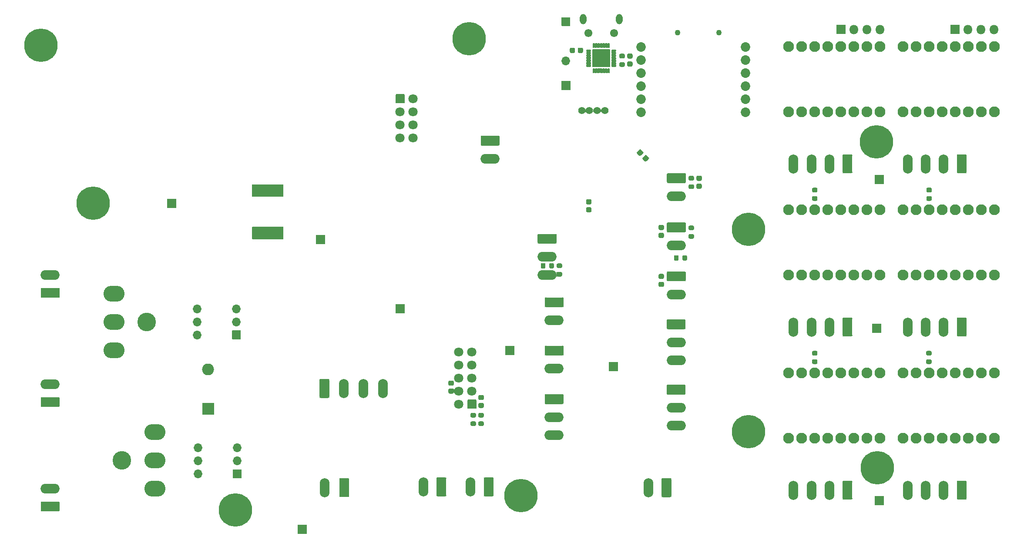
<source format=gbs>
G04 #@! TF.GenerationSoftware,KiCad,Pcbnew,(5.1.8)-1*
G04 #@! TF.CreationDate,2021-04-24T13:59:01+03:00*
G04 #@! TF.ProjectId,3d_print_main,33645f70-7269-46e7-945f-6d61696e2e6b,rev?*
G04 #@! TF.SameCoordinates,Original*
G04 #@! TF.FileFunction,Soldermask,Bot*
G04 #@! TF.FilePolarity,Negative*
%FSLAX46Y46*%
G04 Gerber Fmt 4.6, Leading zero omitted, Abs format (unit mm)*
G04 Created by KiCad (PCBNEW (5.1.8)-1) date 2021-04-24 13:59:01*
%MOMM*%
%LPD*%
G01*
G04 APERTURE LIST*
%ADD10O,1.902000X3.702000*%
%ADD11O,1.802000X1.802000*%
%ADD12C,2.102000*%
%ADD13C,1.852000*%
%ADD14C,1.802000*%
%ADD15O,3.702000X1.902000*%
%ADD16C,6.502000*%
%ADD17C,0.902000*%
%ADD18C,1.402000*%
%ADD19C,3.602000*%
%ADD20O,4.102000X3.102000*%
%ADD21C,1.552000*%
%ADD22O,1.302000X2.002000*%
%ADD23O,1.702000X1.702000*%
%ADD24O,2.302000X2.302000*%
%ADD25C,1.102000*%
%ADD26C,0.100000*%
G04 APERTURE END LIST*
G36*
G01*
X159767060Y-51300444D02*
X159377444Y-51690060D01*
G75*
G02*
X159023184Y-51690060I-177130J177130D01*
G01*
X158668924Y-51335800D01*
G75*
G02*
X158668924Y-50981540I177130J177130D01*
G01*
X159058540Y-50591924D01*
G75*
G02*
X159412800Y-50591924I177130J-177130D01*
G01*
X159767060Y-50946184D01*
G75*
G02*
X159767060Y-51300444I-177130J-177130D01*
G01*
G37*
G36*
G01*
X160863076Y-52396460D02*
X160473460Y-52786076D01*
G75*
G02*
X160119200Y-52786076I-177130J177130D01*
G01*
X159764940Y-52431816D01*
G75*
G02*
X159764940Y-52077556I177130J177130D01*
G01*
X160154556Y-51687940D01*
G75*
G02*
X160508816Y-51687940I177130J-177130D01*
G01*
X160863076Y-52042200D01*
G75*
G02*
X160863076Y-52396460I-177130J-177130D01*
G01*
G37*
G36*
G01*
X148949500Y-61755000D02*
X149500500Y-61755000D01*
G75*
G02*
X149751000Y-62005500I0J-250500D01*
G01*
X149751000Y-62506500D01*
G75*
G02*
X149500500Y-62757000I-250500J0D01*
G01*
X148949500Y-62757000D01*
G75*
G02*
X148699000Y-62506500I0J250500D01*
G01*
X148699000Y-62005500D01*
G75*
G02*
X148949500Y-61755000I250500J0D01*
G01*
G37*
G36*
G01*
X148949500Y-60205000D02*
X149500500Y-60205000D01*
G75*
G02*
X149751000Y-60455500I0J-250500D01*
G01*
X149751000Y-60956500D01*
G75*
G02*
X149500500Y-61207000I-250500J0D01*
G01*
X148949500Y-61207000D01*
G75*
G02*
X148699000Y-60956500I0J250500D01*
G01*
X148699000Y-60455500D01*
G75*
G02*
X148949500Y-60205000I250500J0D01*
G01*
G37*
G36*
G01*
X165289000Y-114745166D02*
X165289000Y-117918834D01*
G75*
G02*
X165024834Y-118183000I-264166J0D01*
G01*
X163651166Y-118183000D01*
G75*
G02*
X163387000Y-117918834I0J264166D01*
G01*
X163387000Y-114745166D01*
G75*
G02*
X163651166Y-114481000I264166J0D01*
G01*
X165024834Y-114481000D01*
G75*
G02*
X165289000Y-114745166I0J-264166D01*
G01*
G37*
D10*
X160838000Y-116332000D03*
D11*
X228092000Y-27178000D03*
X225552000Y-27178000D03*
X223012000Y-27178000D03*
G36*
G01*
X221322000Y-28079000D02*
X219622000Y-28079000D01*
G75*
G02*
X219571000Y-28028000I0J51000D01*
G01*
X219571000Y-26328000D01*
G75*
G02*
X219622000Y-26277000I51000J0D01*
G01*
X221322000Y-26277000D01*
G75*
G02*
X221373000Y-26328000I0J-51000D01*
G01*
X221373000Y-28028000D01*
G75*
G02*
X221322000Y-28079000I-51000J0D01*
G01*
G37*
X205895002Y-27178000D03*
X203355002Y-27178000D03*
X200815002Y-27178000D03*
G36*
G01*
X199125002Y-28079000D02*
X197425002Y-28079000D01*
G75*
G02*
X197374002Y-28028000I0J51000D01*
G01*
X197374002Y-26328000D01*
G75*
G02*
X197425002Y-26277000I51000J0D01*
G01*
X199125002Y-26277000D01*
G75*
G02*
X199176002Y-26328000I0J-51000D01*
G01*
X199176002Y-28028000D01*
G75*
G02*
X199125002Y-28079000I-51000J0D01*
G01*
G37*
D12*
X228120000Y-43160000D03*
X225580000Y-43160000D03*
X223040000Y-43160000D03*
X220500000Y-43160000D03*
X217960000Y-43160000D03*
X215420000Y-43160000D03*
X212880000Y-43160000D03*
X210340000Y-43160000D03*
X210340000Y-30460000D03*
X212880000Y-30460000D03*
X215420000Y-30460000D03*
X217960000Y-30460000D03*
X220500000Y-30460000D03*
X223040000Y-30460000D03*
X225580000Y-30460000D03*
X228120000Y-30460000D03*
D13*
X179733000Y-30587000D03*
X179733000Y-33127000D03*
X179733000Y-35667000D03*
X179733000Y-38207000D03*
X179733000Y-40747000D03*
X179733000Y-43287000D03*
X159413000Y-43287000D03*
X159413000Y-40747000D03*
X159413000Y-38207000D03*
X159413000Y-35667000D03*
X159413000Y-33127000D03*
X159413000Y-30587000D03*
D14*
X115062000Y-48260000D03*
X115062000Y-45720000D03*
X115062000Y-43180000D03*
X115062000Y-40640000D03*
X112522000Y-48260000D03*
X112522000Y-45720000D03*
X112522000Y-43180000D03*
G36*
G01*
X111621000Y-41276000D02*
X111621000Y-40004000D01*
G75*
G02*
X111886000Y-39739000I265000J0D01*
G01*
X113158000Y-39739000D01*
G75*
G02*
X113423000Y-40004000I0J-265000D01*
G01*
X113423000Y-41276000D01*
G75*
G02*
X113158000Y-41541000I-265000J0D01*
G01*
X111886000Y-41541000D01*
G75*
G02*
X111621000Y-41276000I0J265000D01*
G01*
G37*
G36*
G01*
X140907166Y-98165002D02*
X144080834Y-98165002D01*
G75*
G02*
X144345000Y-98429168I0J-264166D01*
G01*
X144345000Y-99802836D01*
G75*
G02*
X144080834Y-100067002I-264166J0D01*
G01*
X140907166Y-100067002D01*
G75*
G02*
X140643000Y-99802836I0J264166D01*
G01*
X140643000Y-98429168D01*
G75*
G02*
X140907166Y-98165002I264166J0D01*
G01*
G37*
D15*
X142494000Y-102616002D03*
X142494000Y-106116002D03*
G36*
G01*
X140907166Y-88711000D02*
X144080834Y-88711000D01*
G75*
G02*
X144345000Y-88975166I0J-264166D01*
G01*
X144345000Y-90348834D01*
G75*
G02*
X144080834Y-90613000I-264166J0D01*
G01*
X140907166Y-90613000D01*
G75*
G02*
X140643000Y-90348834I0J264166D01*
G01*
X140643000Y-88975166D01*
G75*
G02*
X140907166Y-88711000I264166J0D01*
G01*
G37*
X142494000Y-93162000D03*
G36*
G01*
X140907166Y-79313000D02*
X144080834Y-79313000D01*
G75*
G02*
X144345000Y-79577166I0J-264166D01*
G01*
X144345000Y-80950834D01*
G75*
G02*
X144080834Y-81215000I-264166J0D01*
G01*
X140907166Y-81215000D01*
G75*
G02*
X140643000Y-80950834I0J264166D01*
G01*
X140643000Y-79577166D01*
G75*
G02*
X140907166Y-79313000I264166J0D01*
G01*
G37*
X142494000Y-83764000D03*
D14*
X123952000Y-89916000D03*
X123952000Y-92456000D03*
X123952000Y-94996000D03*
X123952000Y-97536000D03*
X123952000Y-100076000D03*
X126492000Y-89916000D03*
X126492000Y-92456000D03*
X126492000Y-94996000D03*
X126492000Y-97536000D03*
G36*
G01*
X127393000Y-99440000D02*
X127393000Y-100712000D01*
G75*
G02*
X127128000Y-100977000I-265000J0D01*
G01*
X125856000Y-100977000D01*
G75*
G02*
X125591000Y-100712000I0J265000D01*
G01*
X125591000Y-99440000D01*
G75*
G02*
X125856000Y-99175000I265000J0D01*
G01*
X127128000Y-99175000D01*
G75*
G02*
X127393000Y-99440000I0J-265000D01*
G01*
G37*
D16*
X125984000Y-28956000D03*
D17*
X128384000Y-28956000D03*
X127681056Y-30653056D03*
X125984000Y-31356000D03*
X124286944Y-30653056D03*
X123584000Y-28956000D03*
X124286944Y-27258944D03*
X125984000Y-26556000D03*
X127681056Y-27258944D03*
D18*
X152344000Y-42974000D03*
X150844000Y-42974000D03*
X149344000Y-42974000D03*
X147844000Y-42974000D03*
D19*
X58420000Y-110998000D03*
D20*
X64820000Y-116498000D03*
X64820000Y-105498000D03*
X64820000Y-110998000D03*
D15*
X141124999Y-74910003D03*
X141124999Y-71410003D03*
G36*
G01*
X139538165Y-66959003D02*
X142711833Y-66959003D01*
G75*
G02*
X142975999Y-67223169I0J-264166D01*
G01*
X142975999Y-68596837D01*
G75*
G02*
X142711833Y-68861003I-264166J0D01*
G01*
X139538165Y-68861003D01*
G75*
G02*
X139273999Y-68596837I0J264166D01*
G01*
X139273999Y-67223169D01*
G75*
G02*
X139538165Y-66959003I264166J0D01*
G01*
G37*
D10*
X97818000Y-116320000D03*
G36*
G01*
X102579000Y-114733166D02*
X102579000Y-117906834D01*
G75*
G02*
X102314834Y-118171000I-264166J0D01*
G01*
X100941166Y-118171000D01*
G75*
G02*
X100677000Y-117906834I0J264166D01*
G01*
X100677000Y-114733166D01*
G75*
G02*
X100941166Y-114469000I264166J0D01*
G01*
X102314834Y-114469000D01*
G75*
G02*
X102579000Y-114733166I0J-264166D01*
G01*
G37*
X109220000Y-97028000D03*
X105410000Y-97028000D03*
X101600000Y-97028000D03*
G36*
G01*
X96839000Y-98614834D02*
X96839000Y-95441166D01*
G75*
G02*
X97103166Y-95177000I264166J0D01*
G01*
X98476834Y-95177000D01*
G75*
G02*
X98741000Y-95441166I0J-264166D01*
G01*
X98741000Y-98614834D01*
G75*
G02*
X98476834Y-98879000I-264166J0D01*
G01*
X97103166Y-98879000D01*
G75*
G02*
X96839000Y-98614834I0J264166D01*
G01*
G37*
D21*
X154138000Y-27878500D03*
X149138000Y-27878500D03*
D22*
X155138000Y-25178500D03*
X148138000Y-25178500D03*
G36*
G01*
X89820000Y-57377000D02*
X89820000Y-59677000D01*
G75*
G02*
X89769000Y-59728000I-51000J0D01*
G01*
X83769000Y-59728000D01*
G75*
G02*
X83718000Y-59677000I0J51000D01*
G01*
X83718000Y-57377000D01*
G75*
G02*
X83769000Y-57326000I51000J0D01*
G01*
X89769000Y-57326000D01*
G75*
G02*
X89820000Y-57377000I0J-51000D01*
G01*
G37*
G36*
G01*
X89820000Y-65632000D02*
X89820000Y-67932000D01*
G75*
G02*
X89769000Y-67983000I-51000J0D01*
G01*
X83769000Y-67983000D01*
G75*
G02*
X83718000Y-67932000I0J51000D01*
G01*
X83718000Y-65632000D01*
G75*
G02*
X83769000Y-65581000I51000J0D01*
G01*
X89769000Y-65581000D01*
G75*
G02*
X89820000Y-65632000I0J-51000D01*
G01*
G37*
D23*
X144780000Y-33274000D03*
G36*
G01*
X143980000Y-24803000D02*
X145580000Y-24803000D01*
G75*
G02*
X145631000Y-24854000I0J-51000D01*
G01*
X145631000Y-26454000D01*
G75*
G02*
X145580000Y-26505000I-51000J0D01*
G01*
X143980000Y-26505000D01*
G75*
G02*
X143929000Y-26454000I0J51000D01*
G01*
X143929000Y-24854000D01*
G75*
G02*
X143980000Y-24803000I51000J0D01*
G01*
G37*
D16*
X136017000Y-117856000D03*
D17*
X138417000Y-117856000D03*
X137714056Y-119553056D03*
X136017000Y-120256000D03*
X134319944Y-119553056D03*
X133617000Y-117856000D03*
X134319944Y-116158944D03*
X136017000Y-115456000D03*
X137714056Y-116158944D03*
G36*
G01*
X76284000Y-102116000D02*
X74084000Y-102116000D01*
G75*
G02*
X74033000Y-102065000I0J51000D01*
G01*
X74033000Y-99865000D01*
G75*
G02*
X74084000Y-99814000I51000J0D01*
G01*
X76284000Y-99814000D01*
G75*
G02*
X76335000Y-99865000I0J-51000D01*
G01*
X76335000Y-102065000D01*
G75*
G02*
X76284000Y-102116000I-51000J0D01*
G01*
G37*
D24*
X75184000Y-93345000D03*
G36*
G01*
X143879000Y-38950000D02*
X143879000Y-37250000D01*
G75*
G02*
X143930000Y-37199000I51000J0D01*
G01*
X145630000Y-37199000D01*
G75*
G02*
X145681000Y-37250000I0J-51000D01*
G01*
X145681000Y-38950000D01*
G75*
G02*
X145630000Y-39001000I-51000J0D01*
G01*
X143930000Y-39001000D01*
G75*
G02*
X143879000Y-38950000I0J51000D01*
G01*
G37*
D12*
X205895002Y-43160000D03*
X203355002Y-43160000D03*
X200815002Y-43160000D03*
X198275002Y-43160000D03*
X195735002Y-43160000D03*
X193195002Y-43160000D03*
X190655002Y-43160000D03*
X188115002Y-43160000D03*
X188115002Y-30460000D03*
X190655002Y-30460000D03*
X193195002Y-30460000D03*
X195735002Y-30460000D03*
X198275002Y-30460000D03*
X200815002Y-30460000D03*
X203355002Y-30460000D03*
X205895002Y-30460000D03*
X205895000Y-74910000D03*
X203355000Y-74910000D03*
X200815000Y-74910000D03*
X198275000Y-74910000D03*
X195735000Y-74910000D03*
X193195000Y-74910000D03*
X190655000Y-74910000D03*
X188115000Y-74910000D03*
X188115000Y-62210000D03*
X190655000Y-62210000D03*
X193195000Y-62210000D03*
X195735000Y-62210000D03*
X198275000Y-62210000D03*
X200815000Y-62210000D03*
X203355000Y-62210000D03*
X205895000Y-62210000D03*
X205895002Y-106660002D03*
X203355002Y-106660002D03*
X200815002Y-106660002D03*
X198275002Y-106660002D03*
X195735002Y-106660002D03*
X193195002Y-106660002D03*
X190655002Y-106660002D03*
X188115002Y-106660002D03*
X188115002Y-93960002D03*
X190655002Y-93960002D03*
X193195002Y-93960002D03*
X195735002Y-93960002D03*
X198275002Y-93960002D03*
X200815002Y-93960002D03*
X203355002Y-93960002D03*
X205895002Y-93960002D03*
X228119998Y-106660000D03*
X225579998Y-106660000D03*
X223039998Y-106660000D03*
X220499998Y-106660000D03*
X217959998Y-106660000D03*
X215419998Y-106660000D03*
X212879998Y-106660000D03*
X210339998Y-106660000D03*
X210339998Y-93960000D03*
X212879998Y-93960000D03*
X215419998Y-93960000D03*
X217959998Y-93960000D03*
X220499998Y-93960000D03*
X223039998Y-93960000D03*
X225579998Y-93960000D03*
X228119998Y-93960000D03*
X228120000Y-74910000D03*
X225580000Y-74910000D03*
X223040000Y-74910000D03*
X220500000Y-74910000D03*
X217960000Y-74910000D03*
X215420000Y-74910000D03*
X212880000Y-74910000D03*
X210340000Y-74910000D03*
X210340000Y-62210000D03*
X212880000Y-62210000D03*
X215420000Y-62210000D03*
X217960000Y-62210000D03*
X220500000Y-62210000D03*
X223040000Y-62210000D03*
X225580000Y-62210000D03*
X228120000Y-62210000D03*
G36*
G01*
X127046500Y-102687000D02*
X126445500Y-102687000D01*
G75*
G02*
X126220000Y-102461500I0J225500D01*
G01*
X126220000Y-102010500D01*
G75*
G02*
X126445500Y-101785000I225500J0D01*
G01*
X127046500Y-101785000D01*
G75*
G02*
X127272000Y-102010500I0J-225500D01*
G01*
X127272000Y-102461500D01*
G75*
G02*
X127046500Y-102687000I-225500J0D01*
G01*
G37*
G36*
G01*
X127046500Y-104337000D02*
X126445500Y-104337000D01*
G75*
G02*
X126220000Y-104111500I0J225500D01*
G01*
X126220000Y-103660500D01*
G75*
G02*
X126445500Y-103435000I225500J0D01*
G01*
X127046500Y-103435000D01*
G75*
G02*
X127272000Y-103660500I0J-225500D01*
G01*
X127272000Y-104111500D01*
G75*
G02*
X127046500Y-104337000I-225500J0D01*
G01*
G37*
G36*
G01*
X128570500Y-102687000D02*
X127969500Y-102687000D01*
G75*
G02*
X127744000Y-102461500I0J225500D01*
G01*
X127744000Y-102010500D01*
G75*
G02*
X127969500Y-101785000I225500J0D01*
G01*
X128570500Y-101785000D01*
G75*
G02*
X128796000Y-102010500I0J-225500D01*
G01*
X128796000Y-102461500D01*
G75*
G02*
X128570500Y-102687000I-225500J0D01*
G01*
G37*
G36*
G01*
X128570500Y-104337000D02*
X127969500Y-104337000D01*
G75*
G02*
X127744000Y-104111500I0J225500D01*
G01*
X127744000Y-103660500D01*
G75*
G02*
X127969500Y-103435000I225500J0D01*
G01*
X128570500Y-103435000D01*
G75*
G02*
X128796000Y-103660500I0J-225500D01*
G01*
X128796000Y-104111500D01*
G75*
G02*
X128570500Y-104337000I-225500J0D01*
G01*
G37*
G36*
G01*
X166695000Y-71327500D02*
X166695000Y-71928500D01*
G75*
G02*
X166469500Y-72154000I-225500J0D01*
G01*
X166018500Y-72154000D01*
G75*
G02*
X165793000Y-71928500I0J225500D01*
G01*
X165793000Y-71327500D01*
G75*
G02*
X166018500Y-71102000I225500J0D01*
G01*
X166469500Y-71102000D01*
G75*
G02*
X166695000Y-71327500I0J-225500D01*
G01*
G37*
G36*
G01*
X168345000Y-71327500D02*
X168345000Y-71928500D01*
G75*
G02*
X168119500Y-72154000I-225500J0D01*
G01*
X167668500Y-72154000D01*
G75*
G02*
X167443000Y-71928500I0J225500D01*
G01*
X167443000Y-71327500D01*
G75*
G02*
X167668500Y-71102000I225500J0D01*
G01*
X168119500Y-71102000D01*
G75*
G02*
X168345000Y-71327500I0J-225500D01*
G01*
G37*
G36*
G01*
X169464500Y-66237001D02*
X168863500Y-66237001D01*
G75*
G02*
X168638000Y-66011501I0J225500D01*
G01*
X168638000Y-65560501D01*
G75*
G02*
X168863500Y-65335001I225500J0D01*
G01*
X169464500Y-65335001D01*
G75*
G02*
X169690000Y-65560501I0J-225500D01*
G01*
X169690000Y-66011501D01*
G75*
G02*
X169464500Y-66237001I-225500J0D01*
G01*
G37*
G36*
G01*
X169464500Y-67887001D02*
X168863500Y-67887001D01*
G75*
G02*
X168638000Y-67661501I0J225500D01*
G01*
X168638000Y-67210501D01*
G75*
G02*
X168863500Y-66985001I225500J0D01*
G01*
X169464500Y-66985001D01*
G75*
G02*
X169690000Y-67210501I0J-225500D01*
G01*
X169690000Y-67661501D01*
G75*
G02*
X169464500Y-67887001I-225500J0D01*
G01*
G37*
G36*
G01*
X169464500Y-56565001D02*
X168863500Y-56565001D01*
G75*
G02*
X168638000Y-56339501I0J225500D01*
G01*
X168638000Y-55888501D01*
G75*
G02*
X168863500Y-55663001I225500J0D01*
G01*
X169464500Y-55663001D01*
G75*
G02*
X169690000Y-55888501I0J-225500D01*
G01*
X169690000Y-56339501D01*
G75*
G02*
X169464500Y-56565001I-225500J0D01*
G01*
G37*
G36*
G01*
X169464500Y-58215001D02*
X168863500Y-58215001D01*
G75*
G02*
X168638000Y-57989501I0J225500D01*
G01*
X168638000Y-57538501D01*
G75*
G02*
X168863500Y-57313001I225500J0D01*
G01*
X169464500Y-57313001D01*
G75*
G02*
X169690000Y-57538501I0J-225500D01*
G01*
X169690000Y-57989501D01*
G75*
G02*
X169464500Y-58215001I-225500J0D01*
G01*
G37*
G36*
G01*
X192894502Y-91369000D02*
X193495502Y-91369000D01*
G75*
G02*
X193721002Y-91594500I0J-225500D01*
G01*
X193721002Y-92045500D01*
G75*
G02*
X193495502Y-92271000I-225500J0D01*
G01*
X192894502Y-92271000D01*
G75*
G02*
X192669002Y-92045500I0J225500D01*
G01*
X192669002Y-91594500D01*
G75*
G02*
X192894502Y-91369000I225500J0D01*
G01*
G37*
G36*
G01*
X192894502Y-89719000D02*
X193495502Y-89719000D01*
G75*
G02*
X193721002Y-89944500I0J-225500D01*
G01*
X193721002Y-90395500D01*
G75*
G02*
X193495502Y-90621000I-225500J0D01*
G01*
X192894502Y-90621000D01*
G75*
G02*
X192669002Y-90395500I0J225500D01*
G01*
X192669002Y-89944500D01*
G75*
G02*
X192894502Y-89719000I225500J0D01*
G01*
G37*
G36*
G01*
X192894500Y-59619000D02*
X193495500Y-59619000D01*
G75*
G02*
X193721000Y-59844500I0J-225500D01*
G01*
X193721000Y-60295500D01*
G75*
G02*
X193495500Y-60521000I-225500J0D01*
G01*
X192894500Y-60521000D01*
G75*
G02*
X192669000Y-60295500I0J225500D01*
G01*
X192669000Y-59844500D01*
G75*
G02*
X192894500Y-59619000I225500J0D01*
G01*
G37*
G36*
G01*
X192894500Y-57969000D02*
X193495500Y-57969000D01*
G75*
G02*
X193721000Y-58194500I0J-225500D01*
G01*
X193721000Y-58645500D01*
G75*
G02*
X193495500Y-58871000I-225500J0D01*
G01*
X192894500Y-58871000D01*
G75*
G02*
X192669000Y-58645500I0J225500D01*
G01*
X192669000Y-58194500D01*
G75*
G02*
X192894500Y-57969000I225500J0D01*
G01*
G37*
G36*
G01*
X215119500Y-59619000D02*
X215720500Y-59619000D01*
G75*
G02*
X215946000Y-59844500I0J-225500D01*
G01*
X215946000Y-60295500D01*
G75*
G02*
X215720500Y-60521000I-225500J0D01*
G01*
X215119500Y-60521000D01*
G75*
G02*
X214894000Y-60295500I0J225500D01*
G01*
X214894000Y-59844500D01*
G75*
G02*
X215119500Y-59619000I225500J0D01*
G01*
G37*
G36*
G01*
X215119500Y-57969000D02*
X215720500Y-57969000D01*
G75*
G02*
X215946000Y-58194500I0J-225500D01*
G01*
X215946000Y-58645500D01*
G75*
G02*
X215720500Y-58871000I-225500J0D01*
G01*
X215119500Y-58871000D01*
G75*
G02*
X214894000Y-58645500I0J225500D01*
G01*
X214894000Y-58194500D01*
G75*
G02*
X215119500Y-57969000I225500J0D01*
G01*
G37*
G36*
G01*
X215091500Y-91369000D02*
X215692500Y-91369000D01*
G75*
G02*
X215918000Y-91594500I0J-225500D01*
G01*
X215918000Y-92045500D01*
G75*
G02*
X215692500Y-92271000I-225500J0D01*
G01*
X215091500Y-92271000D01*
G75*
G02*
X214866000Y-92045500I0J225500D01*
G01*
X214866000Y-91594500D01*
G75*
G02*
X215091500Y-91369000I225500J0D01*
G01*
G37*
G36*
G01*
X215091500Y-89719000D02*
X215692500Y-89719000D01*
G75*
G02*
X215918000Y-89944500I0J-225500D01*
G01*
X215918000Y-90395500D01*
G75*
G02*
X215692500Y-90621000I-225500J0D01*
G01*
X215091500Y-90621000D01*
G75*
G02*
X214866000Y-90395500I0J225500D01*
G01*
X214866000Y-89944500D01*
G75*
G02*
X215091500Y-89719000I225500J0D01*
G01*
G37*
D19*
X63218000Y-84074000D03*
D20*
X56818000Y-78574000D03*
X56818000Y-89574000D03*
X56818000Y-84074000D03*
D16*
X180340000Y-66040000D03*
D17*
X182740000Y-66040000D03*
X182037056Y-67737056D03*
X180340000Y-68440000D03*
X178642944Y-67737056D03*
X177940000Y-66040000D03*
X178642944Y-64342944D03*
X180340000Y-63640000D03*
X182037056Y-64342944D03*
D16*
X180340000Y-105410000D03*
D17*
X182740000Y-105410000D03*
X182037056Y-107107056D03*
X180340000Y-107810000D03*
X178642944Y-107107056D03*
X177940000Y-105410000D03*
X178642944Y-103712944D03*
X180340000Y-103010000D03*
X182037056Y-103712944D03*
D16*
X205232000Y-49022000D03*
D17*
X207632000Y-49022000D03*
X206929056Y-50719056D03*
X205232000Y-51422000D03*
X203534944Y-50719056D03*
X202832000Y-49022000D03*
X203534944Y-47324944D03*
X205232000Y-46622000D03*
X206929056Y-47324944D03*
D16*
X205381674Y-112442696D03*
D17*
X207781674Y-112442696D03*
X207078730Y-114139752D03*
X205381674Y-114842696D03*
X203684618Y-114139752D03*
X202981674Y-112442696D03*
X203684618Y-110745640D03*
X205381674Y-110042696D03*
X207078730Y-110745640D03*
D16*
X52832000Y-60960000D03*
D17*
X55232000Y-60960000D03*
X54529056Y-62657056D03*
X52832000Y-63360000D03*
X51134944Y-62657056D03*
X50432000Y-60960000D03*
X51134944Y-59262944D03*
X52832000Y-58560000D03*
X54529056Y-59262944D03*
D16*
X80518000Y-120650000D03*
D17*
X82918000Y-120650000D03*
X82215056Y-122347056D03*
X80518000Y-123050000D03*
X78820944Y-122347056D03*
X78118000Y-120650000D03*
X78820944Y-118952944D03*
X80518000Y-118250000D03*
X82215056Y-118952944D03*
D16*
X42672000Y-30226000D03*
D17*
X45072000Y-30226000D03*
X44369056Y-31923056D03*
X42672000Y-32626000D03*
X40974944Y-31923056D03*
X40272000Y-30226000D03*
X40974944Y-28528944D03*
X42672000Y-27826000D03*
X44369056Y-28528944D03*
G36*
G01*
X130689000Y-114598166D02*
X130689000Y-117771834D01*
G75*
G02*
X130424834Y-118036000I-264166J0D01*
G01*
X129051166Y-118036000D01*
G75*
G02*
X128787000Y-117771834I0J264166D01*
G01*
X128787000Y-114598166D01*
G75*
G02*
X129051166Y-114334000I264166J0D01*
G01*
X130424834Y-114334000D01*
G75*
G02*
X130689000Y-114598166I0J-264166D01*
G01*
G37*
D10*
X126238000Y-116185000D03*
G36*
G01*
X122703500Y-96486999D02*
X122152500Y-96486999D01*
G75*
G02*
X121902000Y-96236499I0J250500D01*
G01*
X121902000Y-95735499D01*
G75*
G02*
X122152500Y-95484999I250500J0D01*
G01*
X122703500Y-95484999D01*
G75*
G02*
X122954000Y-95735499I0J-250500D01*
G01*
X122954000Y-96236499D01*
G75*
G02*
X122703500Y-96486999I-250500J0D01*
G01*
G37*
G36*
G01*
X122703500Y-98036999D02*
X122152500Y-98036999D01*
G75*
G02*
X121902000Y-97786499I0J250500D01*
G01*
X121902000Y-97285499D01*
G75*
G02*
X122152500Y-97034999I250500J0D01*
G01*
X122703500Y-97034999D01*
G75*
G02*
X122954000Y-97285499I0J-250500D01*
G01*
X122954000Y-97786499D01*
G75*
G02*
X122703500Y-98036999I-250500J0D01*
G01*
G37*
G36*
G01*
X128545500Y-99281000D02*
X127994500Y-99281000D01*
G75*
G02*
X127744000Y-99030500I0J250500D01*
G01*
X127744000Y-98529500D01*
G75*
G02*
X127994500Y-98279000I250500J0D01*
G01*
X128545500Y-98279000D01*
G75*
G02*
X128796000Y-98529500I0J-250500D01*
G01*
X128796000Y-99030500D01*
G75*
G02*
X128545500Y-99281000I-250500J0D01*
G01*
G37*
G36*
G01*
X128545500Y-100831000D02*
X127994500Y-100831000D01*
G75*
G02*
X127744000Y-100580500I0J250500D01*
G01*
X127744000Y-100079500D01*
G75*
G02*
X127994500Y-99829000I250500J0D01*
G01*
X128545500Y-99829000D01*
G75*
G02*
X128796000Y-100079500I0J-250500D01*
G01*
X128796000Y-100580500D01*
G75*
G02*
X128545500Y-100831000I-250500J0D01*
G01*
G37*
G36*
G01*
X163046500Y-76269002D02*
X163597500Y-76269002D01*
G75*
G02*
X163848000Y-76519502I0J-250500D01*
G01*
X163848000Y-77020502D01*
G75*
G02*
X163597500Y-77271002I-250500J0D01*
G01*
X163046500Y-77271002D01*
G75*
G02*
X162796000Y-77020502I0J250500D01*
G01*
X162796000Y-76519502D01*
G75*
G02*
X163046500Y-76269002I250500J0D01*
G01*
G37*
G36*
G01*
X163046500Y-74719002D02*
X163597500Y-74719002D01*
G75*
G02*
X163848000Y-74969502I0J-250500D01*
G01*
X163848000Y-75470502D01*
G75*
G02*
X163597500Y-75721002I-250500J0D01*
G01*
X163046500Y-75721002D01*
G75*
G02*
X162796000Y-75470502I0J250500D01*
G01*
X162796000Y-74969502D01*
G75*
G02*
X163046500Y-74719002I250500J0D01*
G01*
G37*
G36*
G01*
X163046500Y-66743999D02*
X163597500Y-66743999D01*
G75*
G02*
X163848000Y-66994499I0J-250500D01*
G01*
X163848000Y-67495499D01*
G75*
G02*
X163597500Y-67745999I-250500J0D01*
G01*
X163046500Y-67745999D01*
G75*
G02*
X162796000Y-67495499I0J250500D01*
G01*
X162796000Y-66994499D01*
G75*
G02*
X163046500Y-66743999I250500J0D01*
G01*
G37*
G36*
G01*
X163046500Y-65193999D02*
X163597500Y-65193999D01*
G75*
G02*
X163848000Y-65444499I0J-250500D01*
G01*
X163848000Y-65945499D01*
G75*
G02*
X163597500Y-66195999I-250500J0D01*
G01*
X163046500Y-66195999D01*
G75*
G02*
X162796000Y-65945499I0J250500D01*
G01*
X162796000Y-65444499D01*
G75*
G02*
X163046500Y-65193999I250500J0D01*
G01*
G37*
G36*
G01*
X170412500Y-57170000D02*
X170963500Y-57170000D01*
G75*
G02*
X171214000Y-57420500I0J-250500D01*
G01*
X171214000Y-57921500D01*
G75*
G02*
X170963500Y-58172000I-250500J0D01*
G01*
X170412500Y-58172000D01*
G75*
G02*
X170162000Y-57921500I0J250500D01*
G01*
X170162000Y-57420500D01*
G75*
G02*
X170412500Y-57170000I250500J0D01*
G01*
G37*
G36*
G01*
X170412500Y-55620000D02*
X170963500Y-55620000D01*
G75*
G02*
X171214000Y-55870500I0J-250500D01*
G01*
X171214000Y-56371500D01*
G75*
G02*
X170963500Y-56622000I-250500J0D01*
G01*
X170412500Y-56622000D01*
G75*
G02*
X170162000Y-56371500I0J250500D01*
G01*
X170162000Y-55870500D01*
G75*
G02*
X170412500Y-55620000I250500J0D01*
G01*
G37*
G36*
G01*
X147086000Y-31517500D02*
X147086000Y-30966500D01*
G75*
G02*
X147336500Y-30716000I250500J0D01*
G01*
X147837500Y-30716000D01*
G75*
G02*
X148088000Y-30966500I0J-250500D01*
G01*
X148088000Y-31517500D01*
G75*
G02*
X147837500Y-31768000I-250500J0D01*
G01*
X147336500Y-31768000D01*
G75*
G02*
X147086000Y-31517500I0J250500D01*
G01*
G37*
G36*
G01*
X145536000Y-31517500D02*
X145536000Y-30966500D01*
G75*
G02*
X145786500Y-30716000I250500J0D01*
G01*
X146287500Y-30716000D01*
G75*
G02*
X146538000Y-30966500I0J-250500D01*
G01*
X146538000Y-31517500D01*
G75*
G02*
X146287500Y-31768000I-250500J0D01*
G01*
X145786500Y-31768000D01*
G75*
G02*
X145536000Y-31517500I0J250500D01*
G01*
G37*
D25*
X166530000Y-27792000D03*
X174530000Y-27792000D03*
G36*
G01*
X204839000Y-57238000D02*
X204839000Y-55538000D01*
G75*
G02*
X204890000Y-55487000I51000J0D01*
G01*
X206590000Y-55487000D01*
G75*
G02*
X206641000Y-55538000I0J-51000D01*
G01*
X206641000Y-57238000D01*
G75*
G02*
X206590000Y-57289000I-51000J0D01*
G01*
X204890000Y-57289000D01*
G75*
G02*
X204839000Y-57238000I0J51000D01*
G01*
G37*
G36*
G01*
X204331000Y-86194000D02*
X204331000Y-84494000D01*
G75*
G02*
X204382000Y-84443000I51000J0D01*
G01*
X206082000Y-84443000D01*
G75*
G02*
X206133000Y-84494000I0J-51000D01*
G01*
X206133000Y-86194000D01*
G75*
G02*
X206082000Y-86245000I-51000J0D01*
G01*
X204382000Y-86245000D01*
G75*
G02*
X204331000Y-86194000I0J51000D01*
G01*
G37*
G36*
G01*
X204839000Y-119722000D02*
X204839000Y-118022000D01*
G75*
G02*
X204890000Y-117971000I51000J0D01*
G01*
X206590000Y-117971000D01*
G75*
G02*
X206641000Y-118022000I0J-51000D01*
G01*
X206641000Y-119722000D01*
G75*
G02*
X206590000Y-119773000I-51000J0D01*
G01*
X204890000Y-119773000D01*
G75*
G02*
X204839000Y-119722000I0J51000D01*
G01*
G37*
G36*
G01*
X67204396Y-61845595D02*
X67204396Y-60145595D01*
G75*
G02*
X67255396Y-60094595I51000J0D01*
G01*
X68955396Y-60094595D01*
G75*
G02*
X69006396Y-60145595I0J-51000D01*
G01*
X69006396Y-61845595D01*
G75*
G02*
X68955396Y-61896595I-51000J0D01*
G01*
X67255396Y-61896595D01*
G75*
G02*
X67204396Y-61845595I0J51000D01*
G01*
G37*
G36*
G01*
X92571000Y-125310000D02*
X92571000Y-123610000D01*
G75*
G02*
X92622000Y-123559000I51000J0D01*
G01*
X94322000Y-123559000D01*
G75*
G02*
X94373000Y-123610000I0J-51000D01*
G01*
X94373000Y-125310000D01*
G75*
G02*
X94322000Y-125361000I-51000J0D01*
G01*
X92622000Y-125361000D01*
G75*
G02*
X92571000Y-125310000I0J51000D01*
G01*
G37*
G36*
G01*
X96127000Y-68922000D02*
X96127000Y-67222000D01*
G75*
G02*
X96178000Y-67171000I51000J0D01*
G01*
X97878000Y-67171000D01*
G75*
G02*
X97929000Y-67222000I0J-51000D01*
G01*
X97929000Y-68922000D01*
G75*
G02*
X97878000Y-68973000I-51000J0D01*
G01*
X96178000Y-68973000D01*
G75*
G02*
X96127000Y-68922000I0J51000D01*
G01*
G37*
G36*
G01*
X111621000Y-82384000D02*
X111621000Y-80684000D01*
G75*
G02*
X111672000Y-80633000I51000J0D01*
G01*
X113372000Y-80633000D01*
G75*
G02*
X113423000Y-80684000I0J-51000D01*
G01*
X113423000Y-82384000D01*
G75*
G02*
X113372000Y-82435000I-51000J0D01*
G01*
X111672000Y-82435000D01*
G75*
G02*
X111621000Y-82384000I0J51000D01*
G01*
G37*
G36*
G01*
X132957000Y-90512000D02*
X132957000Y-88812000D01*
G75*
G02*
X133008000Y-88761000I51000J0D01*
G01*
X134708000Y-88761000D01*
G75*
G02*
X134759000Y-88812000I0J-51000D01*
G01*
X134759000Y-90512000D01*
G75*
G02*
X134708000Y-90563000I-51000J0D01*
G01*
X133008000Y-90563000D01*
G75*
G02*
X132957000Y-90512000I0J51000D01*
G01*
G37*
G36*
G01*
X153099000Y-93600000D02*
X153099000Y-91900000D01*
G75*
G02*
X153150000Y-91849000I51000J0D01*
G01*
X154850000Y-91849000D01*
G75*
G02*
X154901000Y-91900000I0J-51000D01*
G01*
X154901000Y-93600000D01*
G75*
G02*
X154850000Y-93651000I-51000J0D01*
G01*
X153150000Y-93651000D01*
G75*
G02*
X153099000Y-93600000I0J51000D01*
G01*
G37*
D23*
X73180000Y-113645000D03*
X80800000Y-108565000D03*
X73180000Y-111105000D03*
X80800000Y-111105000D03*
X73180000Y-108565000D03*
G36*
G01*
X81651000Y-112845000D02*
X81651000Y-114445000D01*
G75*
G02*
X81600000Y-114496000I-51000J0D01*
G01*
X80000000Y-114496000D01*
G75*
G02*
X79949000Y-114445000I0J51000D01*
G01*
X79949000Y-112845000D01*
G75*
G02*
X80000000Y-112794000I51000J0D01*
G01*
X81600000Y-112794000D01*
G75*
G02*
X81651000Y-112845000I0J-51000D01*
G01*
G37*
G36*
G01*
X46036834Y-120966000D02*
X42863166Y-120966000D01*
G75*
G02*
X42599000Y-120701834I0J264166D01*
G01*
X42599000Y-119328166D01*
G75*
G02*
X42863166Y-119064000I264166J0D01*
G01*
X46036834Y-119064000D01*
G75*
G02*
X46301000Y-119328166I0J-264166D01*
G01*
X46301000Y-120701834D01*
G75*
G02*
X46036834Y-120966000I-264166J0D01*
G01*
G37*
D15*
X44450000Y-116515000D03*
G36*
G01*
X222720998Y-51733168D02*
X222720998Y-54906836D01*
G75*
G02*
X222456832Y-55171002I-264166J0D01*
G01*
X221083164Y-55171002D01*
G75*
G02*
X220818998Y-54906836I0J264166D01*
G01*
X220818998Y-51733168D01*
G75*
G02*
X221083164Y-51469002I264166J0D01*
G01*
X222456832Y-51469002D01*
G75*
G02*
X222720998Y-51733168I0J-264166D01*
G01*
G37*
D10*
X218269998Y-53320002D03*
X214769998Y-53320002D03*
X211269998Y-53320002D03*
G36*
G01*
X200496001Y-115233168D02*
X200496001Y-118406836D01*
G75*
G02*
X200231835Y-118671002I-264166J0D01*
G01*
X198858167Y-118671002D01*
G75*
G02*
X198594001Y-118406836I0J264166D01*
G01*
X198594001Y-115233168D01*
G75*
G02*
X198858167Y-114969002I264166J0D01*
G01*
X200231835Y-114969002D01*
G75*
G02*
X200496001Y-115233168I0J-264166D01*
G01*
G37*
X196045001Y-116820002D03*
X192545001Y-116820002D03*
X189045001Y-116820002D03*
G36*
G01*
X222720998Y-115233166D02*
X222720998Y-118406834D01*
G75*
G02*
X222456832Y-118671000I-264166J0D01*
G01*
X221083164Y-118671000D01*
G75*
G02*
X220818998Y-118406834I0J264166D01*
G01*
X220818998Y-115233166D01*
G75*
G02*
X221083164Y-114969000I264166J0D01*
G01*
X222456832Y-114969000D01*
G75*
G02*
X222720998Y-115233166I0J-264166D01*
G01*
G37*
X218269998Y-116820000D03*
X214769998Y-116820000D03*
X211269998Y-116820000D03*
G36*
G01*
X200496000Y-83483167D02*
X200496000Y-86656835D01*
G75*
G02*
X200231834Y-86921001I-264166J0D01*
G01*
X198858166Y-86921001D01*
G75*
G02*
X198594000Y-86656835I0J264166D01*
G01*
X198594000Y-83483167D01*
G75*
G02*
X198858166Y-83219001I264166J0D01*
G01*
X200231834Y-83219001D01*
G75*
G02*
X200496000Y-83483167I0J-264166D01*
G01*
G37*
X196045000Y-85070001D03*
X192545000Y-85070001D03*
X189045000Y-85070001D03*
G36*
G01*
X200496000Y-51733166D02*
X200496000Y-54906834D01*
G75*
G02*
X200231834Y-55171000I-264166J0D01*
G01*
X198858166Y-55171000D01*
G75*
G02*
X198594000Y-54906834I0J264166D01*
G01*
X198594000Y-51733166D01*
G75*
G02*
X198858166Y-51469000I264166J0D01*
G01*
X200231834Y-51469000D01*
G75*
G02*
X200496000Y-51733166I0J-264166D01*
G01*
G37*
X196045000Y-53320000D03*
X192545000Y-53320000D03*
X189045000Y-53320000D03*
G36*
G01*
X222720999Y-83483164D02*
X222720999Y-86656832D01*
G75*
G02*
X222456833Y-86920998I-264166J0D01*
G01*
X221083165Y-86920998D01*
G75*
G02*
X220818999Y-86656832I0J264166D01*
G01*
X220818999Y-83483164D01*
G75*
G02*
X221083165Y-83218998I264166J0D01*
G01*
X222456833Y-83218998D01*
G75*
G02*
X222720999Y-83483164I0J-264166D01*
G01*
G37*
X218269999Y-85069998D03*
X214769999Y-85069998D03*
X211269999Y-85069998D03*
G36*
G01*
X164620666Y-96311001D02*
X167794334Y-96311001D01*
G75*
G02*
X168058500Y-96575167I0J-264166D01*
G01*
X168058500Y-97948835D01*
G75*
G02*
X167794334Y-98213001I-264166J0D01*
G01*
X164620666Y-98213001D01*
G75*
G02*
X164356500Y-97948835I0J264166D01*
G01*
X164356500Y-96575167D01*
G75*
G02*
X164620666Y-96311001I264166J0D01*
G01*
G37*
D15*
X166207500Y-100762001D03*
X166207500Y-104262001D03*
G36*
G01*
X164620666Y-83596000D02*
X167794334Y-83596000D01*
G75*
G02*
X168058500Y-83860166I0J-264166D01*
G01*
X168058500Y-85233834D01*
G75*
G02*
X167794334Y-85498000I-264166J0D01*
G01*
X164620666Y-85498000D01*
G75*
G02*
X164356500Y-85233834I0J264166D01*
G01*
X164356500Y-83860166D01*
G75*
G02*
X164620666Y-83596000I264166J0D01*
G01*
G37*
X166207500Y-88047000D03*
X166207500Y-91547000D03*
G36*
G01*
X46036834Y-79381000D02*
X42863166Y-79381000D01*
G75*
G02*
X42599000Y-79116834I0J264166D01*
G01*
X42599000Y-77743166D01*
G75*
G02*
X42863166Y-77479000I264166J0D01*
G01*
X46036834Y-77479000D01*
G75*
G02*
X46301000Y-77743166I0J-264166D01*
G01*
X46301000Y-79116834D01*
G75*
G02*
X46036834Y-79381000I-264166J0D01*
G01*
G37*
X44450000Y-74930000D03*
G36*
G01*
X164674164Y-74269001D02*
X167847832Y-74269001D01*
G75*
G02*
X168111998Y-74533167I0J-264166D01*
G01*
X168111998Y-75906835D01*
G75*
G02*
X167847832Y-76171001I-264166J0D01*
G01*
X164674164Y-76171001D01*
G75*
G02*
X164409998Y-75906835I0J264166D01*
G01*
X164409998Y-74533167D01*
G75*
G02*
X164674164Y-74269001I264166J0D01*
G01*
G37*
X166260998Y-78720001D03*
G36*
G01*
X164674167Y-64743999D02*
X167847835Y-64743999D01*
G75*
G02*
X168112001Y-65008165I0J-264166D01*
G01*
X168112001Y-66381833D01*
G75*
G02*
X167847835Y-66645999I-264166J0D01*
G01*
X164674167Y-66645999D01*
G75*
G02*
X164410001Y-66381833I0J264166D01*
G01*
X164410001Y-65008165D01*
G75*
G02*
X164674167Y-64743999I264166J0D01*
G01*
G37*
X166261001Y-69194999D03*
G36*
G01*
X46036834Y-100646000D02*
X42863166Y-100646000D01*
G75*
G02*
X42599000Y-100381834I0J264166D01*
G01*
X42599000Y-99008166D01*
G75*
G02*
X42863166Y-98744000I264166J0D01*
G01*
X46036834Y-98744000D01*
G75*
G02*
X46301000Y-99008166I0J-264166D01*
G01*
X46301000Y-100381834D01*
G75*
G02*
X46036834Y-100646000I-264166J0D01*
G01*
G37*
X44450000Y-96195000D03*
G36*
G01*
X121502000Y-114598166D02*
X121502000Y-117771834D01*
G75*
G02*
X121237834Y-118036000I-264166J0D01*
G01*
X119864166Y-118036000D01*
G75*
G02*
X119600000Y-117771834I0J264166D01*
G01*
X119600000Y-114598166D01*
G75*
G02*
X119864166Y-114334000I264166J0D01*
G01*
X121237834Y-114334000D01*
G75*
G02*
X121502000Y-114598166I0J-264166D01*
G01*
G37*
D10*
X117051000Y-116185000D03*
G36*
G01*
X128461166Y-47873000D02*
X131634834Y-47873000D01*
G75*
G02*
X131899000Y-48137166I0J-264166D01*
G01*
X131899000Y-49510834D01*
G75*
G02*
X131634834Y-49775000I-264166J0D01*
G01*
X128461166Y-49775000D01*
G75*
G02*
X128197000Y-49510834I0J264166D01*
G01*
X128197000Y-48137166D01*
G75*
G02*
X128461166Y-47873000I264166J0D01*
G01*
G37*
D15*
X130048000Y-52324000D03*
G36*
G01*
X164684167Y-55163001D02*
X167857835Y-55163001D01*
G75*
G02*
X168122001Y-55427167I0J-264166D01*
G01*
X168122001Y-56800835D01*
G75*
G02*
X167857835Y-57065001I-264166J0D01*
G01*
X164684167Y-57065001D01*
G75*
G02*
X164420001Y-56800835I0J264166D01*
G01*
X164420001Y-55427167D01*
G75*
G02*
X164684167Y-55163001I264166J0D01*
G01*
G37*
X166271001Y-59614001D03*
G36*
G01*
X149963000Y-31040000D02*
X153313000Y-31040000D01*
G75*
G02*
X153364000Y-31091000I0J-51000D01*
G01*
X153364000Y-34441000D01*
G75*
G02*
X153313000Y-34492000I-51000J0D01*
G01*
X149963000Y-34492000D01*
G75*
G02*
X149912000Y-34441000I0J51000D01*
G01*
X149912000Y-31091000D01*
G75*
G02*
X149963000Y-31040000I51000J0D01*
G01*
G37*
G36*
G01*
X148825000Y-31090000D02*
X149551000Y-31090000D01*
G75*
G02*
X149639000Y-31178000I0J-88000D01*
G01*
X149639000Y-31354000D01*
G75*
G02*
X149551000Y-31442000I-88000J0D01*
G01*
X148825000Y-31442000D01*
G75*
G02*
X148737000Y-31354000I0J88000D01*
G01*
X148737000Y-31178000D01*
G75*
G02*
X148825000Y-31090000I88000J0D01*
G01*
G37*
G36*
G01*
X148825000Y-31590000D02*
X149551000Y-31590000D01*
G75*
G02*
X149639000Y-31678000I0J-88000D01*
G01*
X149639000Y-31854000D01*
G75*
G02*
X149551000Y-31942000I-88000J0D01*
G01*
X148825000Y-31942000D01*
G75*
G02*
X148737000Y-31854000I0J88000D01*
G01*
X148737000Y-31678000D01*
G75*
G02*
X148825000Y-31590000I88000J0D01*
G01*
G37*
G36*
G01*
X148825000Y-32090000D02*
X149551000Y-32090000D01*
G75*
G02*
X149639000Y-32178000I0J-88000D01*
G01*
X149639000Y-32354000D01*
G75*
G02*
X149551000Y-32442000I-88000J0D01*
G01*
X148825000Y-32442000D01*
G75*
G02*
X148737000Y-32354000I0J88000D01*
G01*
X148737000Y-32178000D01*
G75*
G02*
X148825000Y-32090000I88000J0D01*
G01*
G37*
G36*
G01*
X148825000Y-32590000D02*
X149551000Y-32590000D01*
G75*
G02*
X149639000Y-32678000I0J-88000D01*
G01*
X149639000Y-32854000D01*
G75*
G02*
X149551000Y-32942000I-88000J0D01*
G01*
X148825000Y-32942000D01*
G75*
G02*
X148737000Y-32854000I0J88000D01*
G01*
X148737000Y-32678000D01*
G75*
G02*
X148825000Y-32590000I88000J0D01*
G01*
G37*
G36*
G01*
X148825000Y-33090000D02*
X149551000Y-33090000D01*
G75*
G02*
X149639000Y-33178000I0J-88000D01*
G01*
X149639000Y-33354000D01*
G75*
G02*
X149551000Y-33442000I-88000J0D01*
G01*
X148825000Y-33442000D01*
G75*
G02*
X148737000Y-33354000I0J88000D01*
G01*
X148737000Y-33178000D01*
G75*
G02*
X148825000Y-33090000I88000J0D01*
G01*
G37*
G36*
G01*
X148825000Y-33590000D02*
X149551000Y-33590000D01*
G75*
G02*
X149639000Y-33678000I0J-88000D01*
G01*
X149639000Y-33854000D01*
G75*
G02*
X149551000Y-33942000I-88000J0D01*
G01*
X148825000Y-33942000D01*
G75*
G02*
X148737000Y-33854000I0J88000D01*
G01*
X148737000Y-33678000D01*
G75*
G02*
X148825000Y-33590000I88000J0D01*
G01*
G37*
G36*
G01*
X148825000Y-34090000D02*
X149551000Y-34090000D01*
G75*
G02*
X149639000Y-34178000I0J-88000D01*
G01*
X149639000Y-34354000D01*
G75*
G02*
X149551000Y-34442000I-88000J0D01*
G01*
X148825000Y-34442000D01*
G75*
G02*
X148737000Y-34354000I0J88000D01*
G01*
X148737000Y-34178000D01*
G75*
G02*
X148825000Y-34090000I88000J0D01*
G01*
G37*
G36*
G01*
X150050000Y-34765000D02*
X150226000Y-34765000D01*
G75*
G02*
X150314000Y-34853000I0J-88000D01*
G01*
X150314000Y-35579000D01*
G75*
G02*
X150226000Y-35667000I-88000J0D01*
G01*
X150050000Y-35667000D01*
G75*
G02*
X149962000Y-35579000I0J88000D01*
G01*
X149962000Y-34853000D01*
G75*
G02*
X150050000Y-34765000I88000J0D01*
G01*
G37*
G36*
G01*
X150550000Y-34765000D02*
X150726000Y-34765000D01*
G75*
G02*
X150814000Y-34853000I0J-88000D01*
G01*
X150814000Y-35579000D01*
G75*
G02*
X150726000Y-35667000I-88000J0D01*
G01*
X150550000Y-35667000D01*
G75*
G02*
X150462000Y-35579000I0J88000D01*
G01*
X150462000Y-34853000D01*
G75*
G02*
X150550000Y-34765000I88000J0D01*
G01*
G37*
G36*
G01*
X151050000Y-34765000D02*
X151226000Y-34765000D01*
G75*
G02*
X151314000Y-34853000I0J-88000D01*
G01*
X151314000Y-35579000D01*
G75*
G02*
X151226000Y-35667000I-88000J0D01*
G01*
X151050000Y-35667000D01*
G75*
G02*
X150962000Y-35579000I0J88000D01*
G01*
X150962000Y-34853000D01*
G75*
G02*
X151050000Y-34765000I88000J0D01*
G01*
G37*
G36*
G01*
X151550000Y-34765000D02*
X151726000Y-34765000D01*
G75*
G02*
X151814000Y-34853000I0J-88000D01*
G01*
X151814000Y-35579000D01*
G75*
G02*
X151726000Y-35667000I-88000J0D01*
G01*
X151550000Y-35667000D01*
G75*
G02*
X151462000Y-35579000I0J88000D01*
G01*
X151462000Y-34853000D01*
G75*
G02*
X151550000Y-34765000I88000J0D01*
G01*
G37*
G36*
G01*
X152050000Y-34765000D02*
X152226000Y-34765000D01*
G75*
G02*
X152314000Y-34853000I0J-88000D01*
G01*
X152314000Y-35579000D01*
G75*
G02*
X152226000Y-35667000I-88000J0D01*
G01*
X152050000Y-35667000D01*
G75*
G02*
X151962000Y-35579000I0J88000D01*
G01*
X151962000Y-34853000D01*
G75*
G02*
X152050000Y-34765000I88000J0D01*
G01*
G37*
G36*
G01*
X152550000Y-34765000D02*
X152726000Y-34765000D01*
G75*
G02*
X152814000Y-34853000I0J-88000D01*
G01*
X152814000Y-35579000D01*
G75*
G02*
X152726000Y-35667000I-88000J0D01*
G01*
X152550000Y-35667000D01*
G75*
G02*
X152462000Y-35579000I0J88000D01*
G01*
X152462000Y-34853000D01*
G75*
G02*
X152550000Y-34765000I88000J0D01*
G01*
G37*
G36*
G01*
X153050000Y-34765000D02*
X153226000Y-34765000D01*
G75*
G02*
X153314000Y-34853000I0J-88000D01*
G01*
X153314000Y-35579000D01*
G75*
G02*
X153226000Y-35667000I-88000J0D01*
G01*
X153050000Y-35667000D01*
G75*
G02*
X152962000Y-35579000I0J88000D01*
G01*
X152962000Y-34853000D01*
G75*
G02*
X153050000Y-34765000I88000J0D01*
G01*
G37*
G36*
G01*
X153725000Y-34090000D02*
X154451000Y-34090000D01*
G75*
G02*
X154539000Y-34178000I0J-88000D01*
G01*
X154539000Y-34354000D01*
G75*
G02*
X154451000Y-34442000I-88000J0D01*
G01*
X153725000Y-34442000D01*
G75*
G02*
X153637000Y-34354000I0J88000D01*
G01*
X153637000Y-34178000D01*
G75*
G02*
X153725000Y-34090000I88000J0D01*
G01*
G37*
G36*
G01*
X153725000Y-33590000D02*
X154451000Y-33590000D01*
G75*
G02*
X154539000Y-33678000I0J-88000D01*
G01*
X154539000Y-33854000D01*
G75*
G02*
X154451000Y-33942000I-88000J0D01*
G01*
X153725000Y-33942000D01*
G75*
G02*
X153637000Y-33854000I0J88000D01*
G01*
X153637000Y-33678000D01*
G75*
G02*
X153725000Y-33590000I88000J0D01*
G01*
G37*
G36*
G01*
X153725000Y-33090000D02*
X154451000Y-33090000D01*
G75*
G02*
X154539000Y-33178000I0J-88000D01*
G01*
X154539000Y-33354000D01*
G75*
G02*
X154451000Y-33442000I-88000J0D01*
G01*
X153725000Y-33442000D01*
G75*
G02*
X153637000Y-33354000I0J88000D01*
G01*
X153637000Y-33178000D01*
G75*
G02*
X153725000Y-33090000I88000J0D01*
G01*
G37*
G36*
G01*
X153725000Y-32590000D02*
X154451000Y-32590000D01*
G75*
G02*
X154539000Y-32678000I0J-88000D01*
G01*
X154539000Y-32854000D01*
G75*
G02*
X154451000Y-32942000I-88000J0D01*
G01*
X153725000Y-32942000D01*
G75*
G02*
X153637000Y-32854000I0J88000D01*
G01*
X153637000Y-32678000D01*
G75*
G02*
X153725000Y-32590000I88000J0D01*
G01*
G37*
G36*
G01*
X153725000Y-32090000D02*
X154451000Y-32090000D01*
G75*
G02*
X154539000Y-32178000I0J-88000D01*
G01*
X154539000Y-32354000D01*
G75*
G02*
X154451000Y-32442000I-88000J0D01*
G01*
X153725000Y-32442000D01*
G75*
G02*
X153637000Y-32354000I0J88000D01*
G01*
X153637000Y-32178000D01*
G75*
G02*
X153725000Y-32090000I88000J0D01*
G01*
G37*
G36*
G01*
X153725000Y-31590000D02*
X154451000Y-31590000D01*
G75*
G02*
X154539000Y-31678000I0J-88000D01*
G01*
X154539000Y-31854000D01*
G75*
G02*
X154451000Y-31942000I-88000J0D01*
G01*
X153725000Y-31942000D01*
G75*
G02*
X153637000Y-31854000I0J88000D01*
G01*
X153637000Y-31678000D01*
G75*
G02*
X153725000Y-31590000I88000J0D01*
G01*
G37*
G36*
G01*
X153725000Y-31090000D02*
X154451000Y-31090000D01*
G75*
G02*
X154539000Y-31178000I0J-88000D01*
G01*
X154539000Y-31354000D01*
G75*
G02*
X154451000Y-31442000I-88000J0D01*
G01*
X153725000Y-31442000D01*
G75*
G02*
X153637000Y-31354000I0J88000D01*
G01*
X153637000Y-31178000D01*
G75*
G02*
X153725000Y-31090000I88000J0D01*
G01*
G37*
G36*
G01*
X153050000Y-29865000D02*
X153226000Y-29865000D01*
G75*
G02*
X153314000Y-29953000I0J-88000D01*
G01*
X153314000Y-30679000D01*
G75*
G02*
X153226000Y-30767000I-88000J0D01*
G01*
X153050000Y-30767000D01*
G75*
G02*
X152962000Y-30679000I0J88000D01*
G01*
X152962000Y-29953000D01*
G75*
G02*
X153050000Y-29865000I88000J0D01*
G01*
G37*
G36*
G01*
X152550000Y-29865000D02*
X152726000Y-29865000D01*
G75*
G02*
X152814000Y-29953000I0J-88000D01*
G01*
X152814000Y-30679000D01*
G75*
G02*
X152726000Y-30767000I-88000J0D01*
G01*
X152550000Y-30767000D01*
G75*
G02*
X152462000Y-30679000I0J88000D01*
G01*
X152462000Y-29953000D01*
G75*
G02*
X152550000Y-29865000I88000J0D01*
G01*
G37*
G36*
G01*
X152050000Y-29865000D02*
X152226000Y-29865000D01*
G75*
G02*
X152314000Y-29953000I0J-88000D01*
G01*
X152314000Y-30679000D01*
G75*
G02*
X152226000Y-30767000I-88000J0D01*
G01*
X152050000Y-30767000D01*
G75*
G02*
X151962000Y-30679000I0J88000D01*
G01*
X151962000Y-29953000D01*
G75*
G02*
X152050000Y-29865000I88000J0D01*
G01*
G37*
G36*
G01*
X151550000Y-29865000D02*
X151726000Y-29865000D01*
G75*
G02*
X151814000Y-29953000I0J-88000D01*
G01*
X151814000Y-30679000D01*
G75*
G02*
X151726000Y-30767000I-88000J0D01*
G01*
X151550000Y-30767000D01*
G75*
G02*
X151462000Y-30679000I0J88000D01*
G01*
X151462000Y-29953000D01*
G75*
G02*
X151550000Y-29865000I88000J0D01*
G01*
G37*
G36*
G01*
X151050000Y-29865000D02*
X151226000Y-29865000D01*
G75*
G02*
X151314000Y-29953000I0J-88000D01*
G01*
X151314000Y-30679000D01*
G75*
G02*
X151226000Y-30767000I-88000J0D01*
G01*
X151050000Y-30767000D01*
G75*
G02*
X150962000Y-30679000I0J88000D01*
G01*
X150962000Y-29953000D01*
G75*
G02*
X151050000Y-29865000I88000J0D01*
G01*
G37*
G36*
G01*
X150550000Y-29865000D02*
X150726000Y-29865000D01*
G75*
G02*
X150814000Y-29953000I0J-88000D01*
G01*
X150814000Y-30679000D01*
G75*
G02*
X150726000Y-30767000I-88000J0D01*
G01*
X150550000Y-30767000D01*
G75*
G02*
X150462000Y-30679000I0J88000D01*
G01*
X150462000Y-29953000D01*
G75*
G02*
X150550000Y-29865000I88000J0D01*
G01*
G37*
G36*
G01*
X150050000Y-29865000D02*
X150226000Y-29865000D01*
G75*
G02*
X150314000Y-29953000I0J-88000D01*
G01*
X150314000Y-30679000D01*
G75*
G02*
X150226000Y-30767000I-88000J0D01*
G01*
X150050000Y-30767000D01*
G75*
G02*
X149962000Y-30679000I0J88000D01*
G01*
X149962000Y-29953000D01*
G75*
G02*
X150050000Y-29865000I88000J0D01*
G01*
G37*
D23*
X73053000Y-86594000D03*
X80673000Y-81514000D03*
X73053000Y-84054000D03*
X80673000Y-84054000D03*
X73053000Y-81514000D03*
G36*
G01*
X81524000Y-85794000D02*
X81524000Y-87394000D01*
G75*
G02*
X81473000Y-87445000I-51000J0D01*
G01*
X79873000Y-87445000D01*
G75*
G02*
X79822000Y-87394000I0J51000D01*
G01*
X79822000Y-85794000D01*
G75*
G02*
X79873000Y-85743000I51000J0D01*
G01*
X81473000Y-85743000D01*
G75*
G02*
X81524000Y-85794000I0J-51000D01*
G01*
G37*
G36*
G01*
X143209500Y-74351000D02*
X143810500Y-74351000D01*
G75*
G02*
X144036000Y-74576500I0J-225500D01*
G01*
X144036000Y-75027500D01*
G75*
G02*
X143810500Y-75253000I-225500J0D01*
G01*
X143209500Y-75253000D01*
G75*
G02*
X142984000Y-75027500I0J225500D01*
G01*
X142984000Y-74576500D01*
G75*
G02*
X143209500Y-74351000I225500J0D01*
G01*
G37*
G36*
G01*
X143209500Y-72701000D02*
X143810500Y-72701000D01*
G75*
G02*
X144036000Y-72926500I0J-225500D01*
G01*
X144036000Y-73377500D01*
G75*
G02*
X143810500Y-73603000I-225500J0D01*
G01*
X143209500Y-73603000D01*
G75*
G02*
X142984000Y-73377500I0J225500D01*
G01*
X142984000Y-72926500D01*
G75*
G02*
X143209500Y-72701000I225500J0D01*
G01*
G37*
G36*
G01*
X140787000Y-72851500D02*
X140787000Y-73452500D01*
G75*
G02*
X140561500Y-73678000I-225500J0D01*
G01*
X140110500Y-73678000D01*
G75*
G02*
X139885000Y-73452500I0J225500D01*
G01*
X139885000Y-72851500D01*
G75*
G02*
X140110500Y-72626000I225500J0D01*
G01*
X140561500Y-72626000D01*
G75*
G02*
X140787000Y-72851500I0J-225500D01*
G01*
G37*
G36*
G01*
X142437000Y-72851500D02*
X142437000Y-73452500D01*
G75*
G02*
X142211500Y-73678000I-225500J0D01*
G01*
X141760500Y-73678000D01*
G75*
G02*
X141535000Y-73452500I0J225500D01*
G01*
X141535000Y-72851500D01*
G75*
G02*
X141760500Y-72626000I225500J0D01*
G01*
X142211500Y-72626000D01*
G75*
G02*
X142437000Y-72851500I0J-225500D01*
G01*
G37*
G36*
G01*
X155401500Y-33549000D02*
X156002500Y-33549000D01*
G75*
G02*
X156228000Y-33774500I0J-225500D01*
G01*
X156228000Y-34225500D01*
G75*
G02*
X156002500Y-34451000I-225500J0D01*
G01*
X155401500Y-34451000D01*
G75*
G02*
X155176000Y-34225500I0J225500D01*
G01*
X155176000Y-33774500D01*
G75*
G02*
X155401500Y-33549000I225500J0D01*
G01*
G37*
G36*
G01*
X155401500Y-31899000D02*
X156002500Y-31899000D01*
G75*
G02*
X156228000Y-32124500I0J-225500D01*
G01*
X156228000Y-32575500D01*
G75*
G02*
X156002500Y-32801000I-225500J0D01*
G01*
X155401500Y-32801000D01*
G75*
G02*
X155176000Y-32575500I0J225500D01*
G01*
X155176000Y-32124500D01*
G75*
G02*
X155401500Y-31899000I225500J0D01*
G01*
G37*
G36*
G01*
X156950500Y-33399000D02*
X157501500Y-33399000D01*
G75*
G02*
X157752000Y-33649500I0J-250500D01*
G01*
X157752000Y-34150500D01*
G75*
G02*
X157501500Y-34401000I-250500J0D01*
G01*
X156950500Y-34401000D01*
G75*
G02*
X156700000Y-34150500I0J250500D01*
G01*
X156700000Y-33649500D01*
G75*
G02*
X156950500Y-33399000I250500J0D01*
G01*
G37*
G36*
G01*
X156950500Y-31849000D02*
X157501500Y-31849000D01*
G75*
G02*
X157752000Y-32099500I0J-250500D01*
G01*
X157752000Y-32600500D01*
G75*
G02*
X157501500Y-32851000I-250500J0D01*
G01*
X156950500Y-32851000D01*
G75*
G02*
X156700000Y-32600500I0J250500D01*
G01*
X156700000Y-32099500D01*
G75*
G02*
X156950500Y-31849000I250500J0D01*
G01*
G37*
D26*
G36*
X42600990Y-120701638D02*
G01*
X42606046Y-120752975D01*
X42620965Y-120802157D01*
X42645191Y-120847481D01*
X42677793Y-120887207D01*
X42717519Y-120919809D01*
X42762843Y-120944035D01*
X42812025Y-120958954D01*
X42863362Y-120964010D01*
X42864988Y-120965175D01*
X42864792Y-120967165D01*
X42863166Y-120968000D01*
X42779029Y-120968000D01*
X42778833Y-120967990D01*
X42738889Y-120964056D01*
X42738504Y-120963980D01*
X42705995Y-120954119D01*
X42705633Y-120953969D01*
X42675675Y-120937955D01*
X42675349Y-120937737D01*
X42649090Y-120916187D01*
X42648813Y-120915910D01*
X42627263Y-120889651D01*
X42627045Y-120889325D01*
X42611031Y-120859367D01*
X42610881Y-120859005D01*
X42601020Y-120826496D01*
X42600944Y-120826111D01*
X42597010Y-120786167D01*
X42597000Y-120785971D01*
X42597000Y-120701834D01*
X42598000Y-120700102D01*
X42600000Y-120700102D01*
X42600990Y-120701638D01*
G37*
G36*
X46302165Y-120700208D02*
G01*
X46303000Y-120701834D01*
X46303000Y-120785971D01*
X46302990Y-120786167D01*
X46299056Y-120826111D01*
X46298980Y-120826496D01*
X46289119Y-120859005D01*
X46288969Y-120859367D01*
X46272955Y-120889325D01*
X46272737Y-120889651D01*
X46251187Y-120915910D01*
X46250910Y-120916187D01*
X46224651Y-120937737D01*
X46224325Y-120937955D01*
X46194367Y-120953969D01*
X46194005Y-120954119D01*
X46161496Y-120963980D01*
X46161111Y-120964056D01*
X46121167Y-120967990D01*
X46120971Y-120968000D01*
X46036834Y-120968000D01*
X46035102Y-120967000D01*
X46035102Y-120965000D01*
X46036638Y-120964010D01*
X46087975Y-120958954D01*
X46137157Y-120944035D01*
X46182481Y-120919809D01*
X46222207Y-120887207D01*
X46254809Y-120847481D01*
X46279035Y-120802157D01*
X46293954Y-120752975D01*
X46299010Y-120701638D01*
X46300175Y-120700012D01*
X46302165Y-120700208D01*
G37*
G36*
X42864898Y-119063000D02*
G01*
X42864898Y-119065000D01*
X42863362Y-119065990D01*
X42812025Y-119071046D01*
X42762843Y-119085965D01*
X42717519Y-119110191D01*
X42677793Y-119142793D01*
X42645191Y-119182519D01*
X42620965Y-119227843D01*
X42606046Y-119277025D01*
X42600990Y-119328362D01*
X42599825Y-119329988D01*
X42597835Y-119329792D01*
X42597000Y-119328166D01*
X42597000Y-119244029D01*
X42597010Y-119243833D01*
X42600944Y-119203889D01*
X42601020Y-119203504D01*
X42610881Y-119170995D01*
X42611031Y-119170633D01*
X42627045Y-119140675D01*
X42627263Y-119140349D01*
X42648813Y-119114090D01*
X42649090Y-119113813D01*
X42675349Y-119092263D01*
X42675675Y-119092045D01*
X42705633Y-119076031D01*
X42705995Y-119075881D01*
X42738504Y-119066020D01*
X42738889Y-119065944D01*
X42778833Y-119062010D01*
X42779029Y-119062000D01*
X42863166Y-119062000D01*
X42864898Y-119063000D01*
G37*
G36*
X46121167Y-119062010D02*
G01*
X46161111Y-119065944D01*
X46161496Y-119066020D01*
X46194005Y-119075881D01*
X46194367Y-119076031D01*
X46224325Y-119092045D01*
X46224651Y-119092263D01*
X46250910Y-119113813D01*
X46251187Y-119114090D01*
X46272737Y-119140349D01*
X46272955Y-119140675D01*
X46288969Y-119170633D01*
X46289119Y-119170995D01*
X46298980Y-119203504D01*
X46299056Y-119203889D01*
X46302990Y-119243833D01*
X46303000Y-119244029D01*
X46303000Y-119328166D01*
X46302000Y-119329898D01*
X46300000Y-119329898D01*
X46299010Y-119328362D01*
X46293954Y-119277025D01*
X46279035Y-119227843D01*
X46254809Y-119182519D01*
X46222207Y-119142793D01*
X46182481Y-119110191D01*
X46137157Y-119085965D01*
X46087975Y-119071046D01*
X46036638Y-119065990D01*
X46035012Y-119064825D01*
X46035208Y-119062835D01*
X46036834Y-119062000D01*
X46120971Y-119062000D01*
X46121167Y-119062010D01*
G37*
G36*
X198595991Y-118406640D02*
G01*
X198601047Y-118457977D01*
X198615966Y-118507159D01*
X198640192Y-118552483D01*
X198672794Y-118592209D01*
X198712520Y-118624811D01*
X198757844Y-118649037D01*
X198807026Y-118663956D01*
X198858363Y-118669012D01*
X198859989Y-118670177D01*
X198859793Y-118672167D01*
X198858167Y-118673002D01*
X198774030Y-118673002D01*
X198773834Y-118672992D01*
X198733890Y-118669058D01*
X198733505Y-118668982D01*
X198700996Y-118659121D01*
X198700634Y-118658971D01*
X198670676Y-118642957D01*
X198670350Y-118642739D01*
X198644091Y-118621189D01*
X198643814Y-118620912D01*
X198622264Y-118594653D01*
X198622046Y-118594327D01*
X198606032Y-118564369D01*
X198605882Y-118564007D01*
X198596021Y-118531498D01*
X198595945Y-118531113D01*
X198592011Y-118491169D01*
X198592001Y-118490973D01*
X198592001Y-118406836D01*
X198593001Y-118405104D01*
X198595001Y-118405104D01*
X198595991Y-118406640D01*
G37*
G36*
X200497166Y-118405210D02*
G01*
X200498001Y-118406836D01*
X200498001Y-118490973D01*
X200497991Y-118491169D01*
X200494057Y-118531113D01*
X200493981Y-118531498D01*
X200484120Y-118564007D01*
X200483970Y-118564369D01*
X200467956Y-118594327D01*
X200467738Y-118594653D01*
X200446188Y-118620912D01*
X200445911Y-118621189D01*
X200419652Y-118642739D01*
X200419326Y-118642957D01*
X200389368Y-118658971D01*
X200389006Y-118659121D01*
X200356497Y-118668982D01*
X200356112Y-118669058D01*
X200316168Y-118672992D01*
X200315972Y-118673002D01*
X200231835Y-118673002D01*
X200230103Y-118672002D01*
X200230103Y-118670002D01*
X200231639Y-118669012D01*
X200282976Y-118663956D01*
X200332158Y-118649037D01*
X200377482Y-118624811D01*
X200417208Y-118592209D01*
X200449810Y-118552483D01*
X200474036Y-118507159D01*
X200488955Y-118457977D01*
X200494011Y-118406640D01*
X200495176Y-118405014D01*
X200497166Y-118405210D01*
G37*
G36*
X222722163Y-118405210D02*
G01*
X222722998Y-118406836D01*
X222722998Y-118490971D01*
X222722988Y-118491167D01*
X222719054Y-118531111D01*
X222718978Y-118531496D01*
X222709117Y-118564005D01*
X222708967Y-118564367D01*
X222692953Y-118594325D01*
X222692735Y-118594651D01*
X222671185Y-118620910D01*
X222670908Y-118621187D01*
X222644649Y-118642737D01*
X222644323Y-118642955D01*
X222614365Y-118658969D01*
X222614003Y-118659119D01*
X222581494Y-118668980D01*
X222581109Y-118669056D01*
X222541165Y-118672990D01*
X222540969Y-118673000D01*
X222456832Y-118673000D01*
X222455100Y-118672000D01*
X222455100Y-118670000D01*
X222456636Y-118669010D01*
X222507973Y-118663954D01*
X222557155Y-118649035D01*
X222602479Y-118624809D01*
X222642205Y-118592207D01*
X222674807Y-118552481D01*
X222699033Y-118507157D01*
X222713952Y-118457975D01*
X222719008Y-118406640D01*
X222720173Y-118405014D01*
X222722163Y-118405210D01*
G37*
G36*
X220820988Y-118406640D02*
G01*
X220826044Y-118457975D01*
X220840963Y-118507157D01*
X220865189Y-118552481D01*
X220897791Y-118592207D01*
X220937517Y-118624809D01*
X220982841Y-118649035D01*
X221032023Y-118663954D01*
X221083360Y-118669010D01*
X221084986Y-118670175D01*
X221084790Y-118672165D01*
X221083164Y-118673000D01*
X220999027Y-118673000D01*
X220998831Y-118672990D01*
X220958887Y-118669056D01*
X220958502Y-118668980D01*
X220925993Y-118659119D01*
X220925631Y-118658969D01*
X220895673Y-118642955D01*
X220895347Y-118642737D01*
X220869088Y-118621187D01*
X220868811Y-118620910D01*
X220847261Y-118594651D01*
X220847043Y-118594325D01*
X220831029Y-118564367D01*
X220830879Y-118564005D01*
X220821018Y-118531496D01*
X220820942Y-118531111D01*
X220817008Y-118491167D01*
X220816998Y-118490971D01*
X220816998Y-118406836D01*
X220817998Y-118405104D01*
X220819998Y-118405104D01*
X220820988Y-118406640D01*
G37*
G36*
X163388990Y-117918638D02*
G01*
X163394046Y-117969975D01*
X163408965Y-118019157D01*
X163433191Y-118064481D01*
X163465793Y-118104207D01*
X163505519Y-118136809D01*
X163550843Y-118161035D01*
X163600025Y-118175954D01*
X163651362Y-118181010D01*
X163652988Y-118182175D01*
X163652792Y-118184165D01*
X163651166Y-118185000D01*
X163567029Y-118185000D01*
X163566833Y-118184990D01*
X163526889Y-118181056D01*
X163526504Y-118180980D01*
X163493995Y-118171119D01*
X163493633Y-118170969D01*
X163463675Y-118154955D01*
X163463349Y-118154737D01*
X163437090Y-118133187D01*
X163436813Y-118132910D01*
X163415263Y-118106651D01*
X163415045Y-118106325D01*
X163399031Y-118076367D01*
X163398881Y-118076005D01*
X163389020Y-118043496D01*
X163388944Y-118043111D01*
X163385010Y-118003167D01*
X163385000Y-118002971D01*
X163385000Y-117918834D01*
X163386000Y-117917102D01*
X163388000Y-117917102D01*
X163388990Y-117918638D01*
G37*
G36*
X165290165Y-117917208D02*
G01*
X165291000Y-117918834D01*
X165291000Y-118002971D01*
X165290990Y-118003167D01*
X165287056Y-118043111D01*
X165286980Y-118043496D01*
X165277119Y-118076005D01*
X165276969Y-118076367D01*
X165260955Y-118106325D01*
X165260737Y-118106651D01*
X165239187Y-118132910D01*
X165238910Y-118133187D01*
X165212651Y-118154737D01*
X165212325Y-118154955D01*
X165182367Y-118170969D01*
X165182005Y-118171119D01*
X165149496Y-118180980D01*
X165149111Y-118181056D01*
X165109167Y-118184990D01*
X165108971Y-118185000D01*
X165024834Y-118185000D01*
X165023102Y-118184000D01*
X165023102Y-118182000D01*
X165024638Y-118181010D01*
X165075975Y-118175954D01*
X165125157Y-118161035D01*
X165170481Y-118136809D01*
X165210207Y-118104207D01*
X165242809Y-118064481D01*
X165267035Y-118019157D01*
X165281954Y-117969975D01*
X165287010Y-117918638D01*
X165288175Y-117917012D01*
X165290165Y-117917208D01*
G37*
G36*
X102580165Y-117905208D02*
G01*
X102581000Y-117906834D01*
X102581000Y-117990971D01*
X102580990Y-117991167D01*
X102577056Y-118031111D01*
X102576980Y-118031496D01*
X102567119Y-118064005D01*
X102566969Y-118064367D01*
X102550955Y-118094325D01*
X102550737Y-118094651D01*
X102529187Y-118120910D01*
X102528910Y-118121187D01*
X102502651Y-118142737D01*
X102502325Y-118142955D01*
X102472367Y-118158969D01*
X102472005Y-118159119D01*
X102439496Y-118168980D01*
X102439111Y-118169056D01*
X102399167Y-118172990D01*
X102398971Y-118173000D01*
X102314834Y-118173000D01*
X102313102Y-118172000D01*
X102313102Y-118170000D01*
X102314638Y-118169010D01*
X102365975Y-118163954D01*
X102415157Y-118149035D01*
X102460481Y-118124809D01*
X102500207Y-118092207D01*
X102532809Y-118052481D01*
X102557035Y-118007157D01*
X102571954Y-117957975D01*
X102577010Y-117906638D01*
X102578175Y-117905012D01*
X102580165Y-117905208D01*
G37*
G36*
X100678990Y-117906638D02*
G01*
X100684046Y-117957975D01*
X100698965Y-118007157D01*
X100723191Y-118052481D01*
X100755793Y-118092207D01*
X100795519Y-118124809D01*
X100840843Y-118149035D01*
X100890025Y-118163954D01*
X100941362Y-118169010D01*
X100942988Y-118170175D01*
X100942792Y-118172165D01*
X100941166Y-118173000D01*
X100857029Y-118173000D01*
X100856833Y-118172990D01*
X100816889Y-118169056D01*
X100816504Y-118168980D01*
X100783995Y-118159119D01*
X100783633Y-118158969D01*
X100753675Y-118142955D01*
X100753349Y-118142737D01*
X100727090Y-118121187D01*
X100726813Y-118120910D01*
X100705263Y-118094651D01*
X100705045Y-118094325D01*
X100689031Y-118064367D01*
X100688881Y-118064005D01*
X100679020Y-118031496D01*
X100678944Y-118031111D01*
X100675010Y-117991167D01*
X100675000Y-117990971D01*
X100675000Y-117906834D01*
X100676000Y-117905102D01*
X100678000Y-117905102D01*
X100678990Y-117906638D01*
G37*
G36*
X121503165Y-117770208D02*
G01*
X121504000Y-117771834D01*
X121504000Y-117855971D01*
X121503990Y-117856167D01*
X121500056Y-117896111D01*
X121499980Y-117896496D01*
X121490119Y-117929005D01*
X121489969Y-117929367D01*
X121473955Y-117959325D01*
X121473737Y-117959651D01*
X121452187Y-117985910D01*
X121451910Y-117986187D01*
X121425651Y-118007737D01*
X121425325Y-118007955D01*
X121395367Y-118023969D01*
X121395005Y-118024119D01*
X121362496Y-118033980D01*
X121362111Y-118034056D01*
X121322167Y-118037990D01*
X121321971Y-118038000D01*
X121237834Y-118038000D01*
X121236102Y-118037000D01*
X121236102Y-118035000D01*
X121237638Y-118034010D01*
X121288975Y-118028954D01*
X121338157Y-118014035D01*
X121383481Y-117989809D01*
X121423207Y-117957207D01*
X121455809Y-117917481D01*
X121480035Y-117872157D01*
X121494954Y-117822975D01*
X121500010Y-117771638D01*
X121501175Y-117770012D01*
X121503165Y-117770208D01*
G37*
G36*
X119601990Y-117771638D02*
G01*
X119607046Y-117822975D01*
X119621965Y-117872157D01*
X119646191Y-117917481D01*
X119678793Y-117957207D01*
X119718519Y-117989809D01*
X119763843Y-118014035D01*
X119813025Y-118028954D01*
X119864362Y-118034010D01*
X119865988Y-118035175D01*
X119865792Y-118037165D01*
X119864166Y-118038000D01*
X119780029Y-118038000D01*
X119779833Y-118037990D01*
X119739889Y-118034056D01*
X119739504Y-118033980D01*
X119706995Y-118024119D01*
X119706633Y-118023969D01*
X119676675Y-118007955D01*
X119676349Y-118007737D01*
X119650090Y-117986187D01*
X119649813Y-117985910D01*
X119628263Y-117959651D01*
X119628045Y-117959325D01*
X119612031Y-117929367D01*
X119611881Y-117929005D01*
X119602020Y-117896496D01*
X119601944Y-117896111D01*
X119598010Y-117856167D01*
X119598000Y-117855971D01*
X119598000Y-117771834D01*
X119599000Y-117770102D01*
X119601000Y-117770102D01*
X119601990Y-117771638D01*
G37*
G36*
X128788990Y-117771638D02*
G01*
X128794046Y-117822975D01*
X128808965Y-117872157D01*
X128833191Y-117917481D01*
X128865793Y-117957207D01*
X128905519Y-117989809D01*
X128950843Y-118014035D01*
X129000025Y-118028954D01*
X129051362Y-118034010D01*
X129052988Y-118035175D01*
X129052792Y-118037165D01*
X129051166Y-118038000D01*
X128967029Y-118038000D01*
X128966833Y-118037990D01*
X128926889Y-118034056D01*
X128926504Y-118033980D01*
X128893995Y-118024119D01*
X128893633Y-118023969D01*
X128863675Y-118007955D01*
X128863349Y-118007737D01*
X128837090Y-117986187D01*
X128836813Y-117985910D01*
X128815263Y-117959651D01*
X128815045Y-117959325D01*
X128799031Y-117929367D01*
X128798881Y-117929005D01*
X128789020Y-117896496D01*
X128788944Y-117896111D01*
X128785010Y-117856167D01*
X128785000Y-117855971D01*
X128785000Y-117771834D01*
X128786000Y-117770102D01*
X128788000Y-117770102D01*
X128788990Y-117771638D01*
G37*
G36*
X130690165Y-117770208D02*
G01*
X130691000Y-117771834D01*
X130691000Y-117855971D01*
X130690990Y-117856167D01*
X130687056Y-117896111D01*
X130686980Y-117896496D01*
X130677119Y-117929005D01*
X130676969Y-117929367D01*
X130660955Y-117959325D01*
X130660737Y-117959651D01*
X130639187Y-117985910D01*
X130638910Y-117986187D01*
X130612651Y-118007737D01*
X130612325Y-118007955D01*
X130582367Y-118023969D01*
X130582005Y-118024119D01*
X130549496Y-118033980D01*
X130549111Y-118034056D01*
X130509167Y-118037990D01*
X130508971Y-118038000D01*
X130424834Y-118038000D01*
X130423102Y-118037000D01*
X130423102Y-118035000D01*
X130424638Y-118034010D01*
X130475975Y-118028954D01*
X130525157Y-118014035D01*
X130570481Y-117989809D01*
X130610207Y-117957207D01*
X130642809Y-117917481D01*
X130667035Y-117872157D01*
X130681954Y-117822975D01*
X130687010Y-117771638D01*
X130688175Y-117770012D01*
X130690165Y-117770208D01*
G37*
G36*
X221084896Y-114968000D02*
G01*
X221084896Y-114970000D01*
X221083360Y-114970990D01*
X221032023Y-114976046D01*
X220982841Y-114990965D01*
X220937517Y-115015191D01*
X220897791Y-115047793D01*
X220865189Y-115087519D01*
X220840963Y-115132843D01*
X220826044Y-115182025D01*
X220820988Y-115233362D01*
X220819823Y-115234988D01*
X220817833Y-115234792D01*
X220816998Y-115233166D01*
X220816998Y-115149029D01*
X220817008Y-115148833D01*
X220820942Y-115108889D01*
X220821018Y-115108504D01*
X220830879Y-115075995D01*
X220831029Y-115075633D01*
X220847043Y-115045675D01*
X220847261Y-115045349D01*
X220868811Y-115019090D01*
X220869088Y-115018813D01*
X220895347Y-114997263D01*
X220895673Y-114997045D01*
X220925631Y-114981031D01*
X220925993Y-114980881D01*
X220958502Y-114971020D01*
X220958887Y-114970944D01*
X220998831Y-114967010D01*
X220999027Y-114967000D01*
X221083164Y-114967000D01*
X221084896Y-114968000D01*
G37*
G36*
X198859899Y-114968002D02*
G01*
X198859899Y-114970002D01*
X198858363Y-114970992D01*
X198807026Y-114976048D01*
X198757844Y-114990967D01*
X198712520Y-115015193D01*
X198672794Y-115047795D01*
X198640192Y-115087521D01*
X198615966Y-115132845D01*
X198601047Y-115182027D01*
X198595991Y-115233362D01*
X198594826Y-115234988D01*
X198592836Y-115234792D01*
X198592001Y-115233166D01*
X198592001Y-115149031D01*
X198592011Y-115148835D01*
X198595945Y-115108891D01*
X198596021Y-115108506D01*
X198605882Y-115075997D01*
X198606032Y-115075635D01*
X198622046Y-115045677D01*
X198622264Y-115045351D01*
X198643814Y-115019092D01*
X198644091Y-115018815D01*
X198670350Y-114997265D01*
X198670676Y-114997047D01*
X198700634Y-114981033D01*
X198700996Y-114980883D01*
X198733505Y-114971022D01*
X198733890Y-114970946D01*
X198773834Y-114967012D01*
X198774030Y-114967002D01*
X198858167Y-114967002D01*
X198859899Y-114968002D01*
G37*
G36*
X222541165Y-114967010D02*
G01*
X222581109Y-114970944D01*
X222581494Y-114971020D01*
X222614003Y-114980881D01*
X222614365Y-114981031D01*
X222644323Y-114997045D01*
X222644649Y-114997263D01*
X222670908Y-115018813D01*
X222671185Y-115019090D01*
X222692735Y-115045349D01*
X222692953Y-115045675D01*
X222708967Y-115075633D01*
X222709117Y-115075995D01*
X222718978Y-115108504D01*
X222719054Y-115108889D01*
X222722988Y-115148833D01*
X222722998Y-115149029D01*
X222722998Y-115233166D01*
X222721998Y-115234898D01*
X222719998Y-115234898D01*
X222719008Y-115233362D01*
X222713952Y-115182025D01*
X222699033Y-115132843D01*
X222674807Y-115087519D01*
X222642205Y-115047793D01*
X222602479Y-115015191D01*
X222557155Y-114990965D01*
X222507973Y-114976046D01*
X222456636Y-114970990D01*
X222455010Y-114969825D01*
X222455206Y-114967835D01*
X222456832Y-114967000D01*
X222540969Y-114967000D01*
X222541165Y-114967010D01*
G37*
G36*
X200316168Y-114967012D02*
G01*
X200356112Y-114970946D01*
X200356497Y-114971022D01*
X200389006Y-114980883D01*
X200389368Y-114981033D01*
X200419326Y-114997047D01*
X200419652Y-114997265D01*
X200445911Y-115018815D01*
X200446188Y-115019092D01*
X200467738Y-115045351D01*
X200467956Y-115045677D01*
X200483970Y-115075635D01*
X200484120Y-115075997D01*
X200493981Y-115108506D01*
X200494057Y-115108891D01*
X200497991Y-115148835D01*
X200498001Y-115149031D01*
X200498001Y-115233166D01*
X200497001Y-115234898D01*
X200495001Y-115234898D01*
X200494011Y-115233362D01*
X200488955Y-115182027D01*
X200474036Y-115132845D01*
X200449810Y-115087521D01*
X200417208Y-115047795D01*
X200377482Y-115015193D01*
X200332158Y-114990967D01*
X200282976Y-114976048D01*
X200231639Y-114970992D01*
X200230013Y-114969827D01*
X200230209Y-114967837D01*
X200231835Y-114967002D01*
X200315972Y-114967002D01*
X200316168Y-114967012D01*
G37*
G36*
X163652898Y-114480000D02*
G01*
X163652898Y-114482000D01*
X163651362Y-114482990D01*
X163600025Y-114488046D01*
X163550843Y-114502965D01*
X163505519Y-114527191D01*
X163465793Y-114559793D01*
X163433191Y-114599519D01*
X163408965Y-114644843D01*
X163394046Y-114694025D01*
X163388990Y-114745362D01*
X163387825Y-114746988D01*
X163385835Y-114746792D01*
X163385000Y-114745166D01*
X163385000Y-114661029D01*
X163385010Y-114660833D01*
X163388944Y-114620889D01*
X163389020Y-114620504D01*
X163398881Y-114587995D01*
X163399031Y-114587633D01*
X163415045Y-114557675D01*
X163415263Y-114557349D01*
X163436813Y-114531090D01*
X163437090Y-114530813D01*
X163463349Y-114509263D01*
X163463675Y-114509045D01*
X163493633Y-114493031D01*
X163493995Y-114492881D01*
X163526504Y-114483020D01*
X163526889Y-114482944D01*
X163566833Y-114479010D01*
X163567029Y-114479000D01*
X163651166Y-114479000D01*
X163652898Y-114480000D01*
G37*
G36*
X165109167Y-114479010D02*
G01*
X165149111Y-114482944D01*
X165149496Y-114483020D01*
X165182005Y-114492881D01*
X165182367Y-114493031D01*
X165212325Y-114509045D01*
X165212651Y-114509263D01*
X165238910Y-114530813D01*
X165239187Y-114531090D01*
X165260737Y-114557349D01*
X165260955Y-114557675D01*
X165276969Y-114587633D01*
X165277119Y-114587995D01*
X165286980Y-114620504D01*
X165287056Y-114620889D01*
X165290990Y-114660833D01*
X165291000Y-114661029D01*
X165291000Y-114745166D01*
X165290000Y-114746898D01*
X165288000Y-114746898D01*
X165287010Y-114745362D01*
X165281954Y-114694025D01*
X165267035Y-114644843D01*
X165242809Y-114599519D01*
X165210207Y-114559793D01*
X165170481Y-114527191D01*
X165125157Y-114502965D01*
X165075975Y-114488046D01*
X165024638Y-114482990D01*
X165023012Y-114481825D01*
X165023208Y-114479835D01*
X165024834Y-114479000D01*
X165108971Y-114479000D01*
X165109167Y-114479010D01*
G37*
G36*
X100942898Y-114468000D02*
G01*
X100942898Y-114470000D01*
X100941362Y-114470990D01*
X100890025Y-114476046D01*
X100840843Y-114490965D01*
X100795519Y-114515191D01*
X100755793Y-114547793D01*
X100723191Y-114587519D01*
X100698965Y-114632843D01*
X100684046Y-114682025D01*
X100678990Y-114733362D01*
X100677825Y-114734988D01*
X100675835Y-114734792D01*
X100675000Y-114733166D01*
X100675000Y-114649029D01*
X100675010Y-114648833D01*
X100678944Y-114608889D01*
X100679020Y-114608504D01*
X100688881Y-114575995D01*
X100689031Y-114575633D01*
X100705045Y-114545675D01*
X100705263Y-114545349D01*
X100726813Y-114519090D01*
X100727090Y-114518813D01*
X100753349Y-114497263D01*
X100753675Y-114497045D01*
X100783633Y-114481031D01*
X100783995Y-114480881D01*
X100816504Y-114471020D01*
X100816889Y-114470944D01*
X100856833Y-114467010D01*
X100857029Y-114467000D01*
X100941166Y-114467000D01*
X100942898Y-114468000D01*
G37*
G36*
X102399167Y-114467010D02*
G01*
X102439111Y-114470944D01*
X102439496Y-114471020D01*
X102472005Y-114480881D01*
X102472367Y-114481031D01*
X102502325Y-114497045D01*
X102502651Y-114497263D01*
X102528910Y-114518813D01*
X102529187Y-114519090D01*
X102550737Y-114545349D01*
X102550955Y-114545675D01*
X102566969Y-114575633D01*
X102567119Y-114575995D01*
X102576980Y-114608504D01*
X102577056Y-114608889D01*
X102580990Y-114648833D01*
X102581000Y-114649029D01*
X102581000Y-114733166D01*
X102580000Y-114734898D01*
X102578000Y-114734898D01*
X102577010Y-114733362D01*
X102571954Y-114682025D01*
X102557035Y-114632843D01*
X102532809Y-114587519D01*
X102500207Y-114547793D01*
X102460481Y-114515191D01*
X102415157Y-114490965D01*
X102365975Y-114476046D01*
X102314638Y-114470990D01*
X102313012Y-114469825D01*
X102313208Y-114467835D01*
X102314834Y-114467000D01*
X102398971Y-114467000D01*
X102399167Y-114467010D01*
G37*
G36*
X129052898Y-114333000D02*
G01*
X129052898Y-114335000D01*
X129051362Y-114335990D01*
X129000025Y-114341046D01*
X128950843Y-114355965D01*
X128905519Y-114380191D01*
X128865793Y-114412793D01*
X128833191Y-114452519D01*
X128808965Y-114497843D01*
X128794046Y-114547025D01*
X128788990Y-114598362D01*
X128787825Y-114599988D01*
X128785835Y-114599792D01*
X128785000Y-114598166D01*
X128785000Y-114514029D01*
X128785010Y-114513833D01*
X128788944Y-114473889D01*
X128789020Y-114473504D01*
X128798881Y-114440995D01*
X128799031Y-114440633D01*
X128815045Y-114410675D01*
X128815263Y-114410349D01*
X128836813Y-114384090D01*
X128837090Y-114383813D01*
X128863349Y-114362263D01*
X128863675Y-114362045D01*
X128893633Y-114346031D01*
X128893995Y-114345881D01*
X128926504Y-114336020D01*
X128926889Y-114335944D01*
X128966833Y-114332010D01*
X128967029Y-114332000D01*
X129051166Y-114332000D01*
X129052898Y-114333000D01*
G37*
G36*
X119865898Y-114333000D02*
G01*
X119865898Y-114335000D01*
X119864362Y-114335990D01*
X119813025Y-114341046D01*
X119763843Y-114355965D01*
X119718519Y-114380191D01*
X119678793Y-114412793D01*
X119646191Y-114452519D01*
X119621965Y-114497843D01*
X119607046Y-114547025D01*
X119601990Y-114598362D01*
X119600825Y-114599988D01*
X119598835Y-114599792D01*
X119598000Y-114598166D01*
X119598000Y-114514029D01*
X119598010Y-114513833D01*
X119601944Y-114473889D01*
X119602020Y-114473504D01*
X119611881Y-114440995D01*
X119612031Y-114440633D01*
X119628045Y-114410675D01*
X119628263Y-114410349D01*
X119649813Y-114384090D01*
X119650090Y-114383813D01*
X119676349Y-114362263D01*
X119676675Y-114362045D01*
X119706633Y-114346031D01*
X119706995Y-114345881D01*
X119739504Y-114336020D01*
X119739889Y-114335944D01*
X119779833Y-114332010D01*
X119780029Y-114332000D01*
X119864166Y-114332000D01*
X119865898Y-114333000D01*
G37*
G36*
X121322167Y-114332010D02*
G01*
X121362111Y-114335944D01*
X121362496Y-114336020D01*
X121395005Y-114345881D01*
X121395367Y-114346031D01*
X121425325Y-114362045D01*
X121425651Y-114362263D01*
X121451910Y-114383813D01*
X121452187Y-114384090D01*
X121473737Y-114410349D01*
X121473955Y-114410675D01*
X121489969Y-114440633D01*
X121490119Y-114440995D01*
X121499980Y-114473504D01*
X121500056Y-114473889D01*
X121503990Y-114513833D01*
X121504000Y-114514029D01*
X121504000Y-114598166D01*
X121503000Y-114599898D01*
X121501000Y-114599898D01*
X121500010Y-114598362D01*
X121494954Y-114547025D01*
X121480035Y-114497843D01*
X121455809Y-114452519D01*
X121423207Y-114412793D01*
X121383481Y-114380191D01*
X121338157Y-114355965D01*
X121288975Y-114341046D01*
X121237638Y-114335990D01*
X121236012Y-114334825D01*
X121236208Y-114332835D01*
X121237834Y-114332000D01*
X121321971Y-114332000D01*
X121322167Y-114332010D01*
G37*
G36*
X130509167Y-114332010D02*
G01*
X130549111Y-114335944D01*
X130549496Y-114336020D01*
X130582005Y-114345881D01*
X130582367Y-114346031D01*
X130612325Y-114362045D01*
X130612651Y-114362263D01*
X130638910Y-114383813D01*
X130639187Y-114384090D01*
X130660737Y-114410349D01*
X130660955Y-114410675D01*
X130676969Y-114440633D01*
X130677119Y-114440995D01*
X130686980Y-114473504D01*
X130687056Y-114473889D01*
X130690990Y-114513833D01*
X130691000Y-114514029D01*
X130691000Y-114598166D01*
X130690000Y-114599898D01*
X130688000Y-114599898D01*
X130687010Y-114598362D01*
X130681954Y-114547025D01*
X130667035Y-114497843D01*
X130642809Y-114452519D01*
X130610207Y-114412793D01*
X130570481Y-114380191D01*
X130525157Y-114355965D01*
X130475975Y-114341046D01*
X130424638Y-114335990D01*
X130423012Y-114334825D01*
X130423208Y-114332835D01*
X130424834Y-114332000D01*
X130508971Y-114332000D01*
X130509167Y-114332010D01*
G37*
G36*
X127394165Y-100710374D02*
G01*
X127395000Y-100712000D01*
X127395000Y-100794097D01*
X127394990Y-100794293D01*
X127391001Y-100834796D01*
X127390925Y-100835181D01*
X127380899Y-100868233D01*
X127380749Y-100868595D01*
X127364472Y-100899046D01*
X127364254Y-100899372D01*
X127342345Y-100926068D01*
X127342068Y-100926345D01*
X127315372Y-100948254D01*
X127315046Y-100948472D01*
X127284595Y-100964749D01*
X127284233Y-100964899D01*
X127251181Y-100974925D01*
X127250796Y-100975001D01*
X127210293Y-100978990D01*
X127210097Y-100979000D01*
X127128000Y-100979000D01*
X127126268Y-100978000D01*
X127126268Y-100976000D01*
X127127804Y-100975010D01*
X127179304Y-100969938D01*
X127228642Y-100954971D01*
X127274110Y-100930668D01*
X127313962Y-100897962D01*
X127346668Y-100858110D01*
X127370971Y-100812642D01*
X127385938Y-100763304D01*
X127391010Y-100711804D01*
X127392175Y-100710178D01*
X127394165Y-100710374D01*
G37*
G36*
X125592990Y-100711804D02*
G01*
X125598062Y-100763304D01*
X125613029Y-100812642D01*
X125637332Y-100858110D01*
X125670038Y-100897962D01*
X125709890Y-100930668D01*
X125755358Y-100954971D01*
X125804696Y-100969938D01*
X125856196Y-100975010D01*
X125857822Y-100976175D01*
X125857626Y-100978165D01*
X125856000Y-100979000D01*
X125773903Y-100979000D01*
X125773707Y-100978990D01*
X125733204Y-100975001D01*
X125732819Y-100974925D01*
X125699767Y-100964899D01*
X125699405Y-100964749D01*
X125668954Y-100948472D01*
X125668628Y-100948254D01*
X125641932Y-100926345D01*
X125641655Y-100926068D01*
X125619746Y-100899372D01*
X125619528Y-100899046D01*
X125603251Y-100868595D01*
X125603101Y-100868233D01*
X125593075Y-100835181D01*
X125592999Y-100834796D01*
X125589010Y-100794293D01*
X125589000Y-100794097D01*
X125589000Y-100712000D01*
X125590000Y-100710268D01*
X125592000Y-100710268D01*
X125592990Y-100711804D01*
G37*
G36*
X42600990Y-100381638D02*
G01*
X42606046Y-100432975D01*
X42620965Y-100482157D01*
X42645191Y-100527481D01*
X42677793Y-100567207D01*
X42717519Y-100599809D01*
X42762843Y-100624035D01*
X42812025Y-100638954D01*
X42863362Y-100644010D01*
X42864988Y-100645175D01*
X42864792Y-100647165D01*
X42863166Y-100648000D01*
X42779029Y-100648000D01*
X42778833Y-100647990D01*
X42738889Y-100644056D01*
X42738504Y-100643980D01*
X42705995Y-100634119D01*
X42705633Y-100633969D01*
X42675675Y-100617955D01*
X42675349Y-100617737D01*
X42649090Y-100596187D01*
X42648813Y-100595910D01*
X42627263Y-100569651D01*
X42627045Y-100569325D01*
X42611031Y-100539367D01*
X42610881Y-100539005D01*
X42601020Y-100506496D01*
X42600944Y-100506111D01*
X42597010Y-100466167D01*
X42597000Y-100465971D01*
X42597000Y-100381834D01*
X42598000Y-100380102D01*
X42600000Y-100380102D01*
X42600990Y-100381638D01*
G37*
G36*
X46302165Y-100380208D02*
G01*
X46303000Y-100381834D01*
X46303000Y-100465971D01*
X46302990Y-100466167D01*
X46299056Y-100506111D01*
X46298980Y-100506496D01*
X46289119Y-100539005D01*
X46288969Y-100539367D01*
X46272955Y-100569325D01*
X46272737Y-100569651D01*
X46251187Y-100595910D01*
X46250910Y-100596187D01*
X46224651Y-100617737D01*
X46224325Y-100617955D01*
X46194367Y-100633969D01*
X46194005Y-100634119D01*
X46161496Y-100643980D01*
X46161111Y-100644056D01*
X46121167Y-100647990D01*
X46120971Y-100648000D01*
X46036834Y-100648000D01*
X46035102Y-100647000D01*
X46035102Y-100645000D01*
X46036638Y-100644010D01*
X46087975Y-100638954D01*
X46137157Y-100624035D01*
X46182481Y-100599809D01*
X46222207Y-100567207D01*
X46254809Y-100527481D01*
X46279035Y-100482157D01*
X46293954Y-100432975D01*
X46299010Y-100381638D01*
X46300175Y-100380012D01*
X46302165Y-100380208D01*
G37*
G36*
X144346165Y-99801210D02*
G01*
X144347000Y-99802836D01*
X144347000Y-99886973D01*
X144346990Y-99887169D01*
X144343056Y-99927113D01*
X144342980Y-99927498D01*
X144333119Y-99960007D01*
X144332969Y-99960369D01*
X144316955Y-99990327D01*
X144316737Y-99990653D01*
X144295187Y-100016912D01*
X144294910Y-100017189D01*
X144268651Y-100038739D01*
X144268325Y-100038957D01*
X144238367Y-100054971D01*
X144238005Y-100055121D01*
X144205496Y-100064982D01*
X144205111Y-100065058D01*
X144165167Y-100068992D01*
X144164971Y-100069002D01*
X144080834Y-100069002D01*
X144079102Y-100068002D01*
X144079102Y-100066002D01*
X144080638Y-100065012D01*
X144131975Y-100059956D01*
X144181157Y-100045037D01*
X144226481Y-100020811D01*
X144266207Y-99988209D01*
X144298809Y-99948483D01*
X144323035Y-99903159D01*
X144337954Y-99853977D01*
X144343010Y-99802640D01*
X144344175Y-99801014D01*
X144346165Y-99801210D01*
G37*
G36*
X140644990Y-99802640D02*
G01*
X140650046Y-99853977D01*
X140664965Y-99903159D01*
X140689191Y-99948483D01*
X140721793Y-99988209D01*
X140761519Y-100020811D01*
X140806843Y-100045037D01*
X140856025Y-100059956D01*
X140907362Y-100065012D01*
X140908988Y-100066177D01*
X140908792Y-100068167D01*
X140907166Y-100069002D01*
X140823029Y-100069002D01*
X140822833Y-100068992D01*
X140782889Y-100065058D01*
X140782504Y-100064982D01*
X140749995Y-100055121D01*
X140749633Y-100054971D01*
X140719675Y-100038957D01*
X140719349Y-100038739D01*
X140693090Y-100017189D01*
X140692813Y-100016912D01*
X140671263Y-99990653D01*
X140671045Y-99990327D01*
X140655031Y-99960369D01*
X140654881Y-99960007D01*
X140645020Y-99927498D01*
X140644944Y-99927113D01*
X140641010Y-99887169D01*
X140641000Y-99886973D01*
X140641000Y-99802836D01*
X140642000Y-99801104D01*
X140644000Y-99801104D01*
X140644990Y-99802640D01*
G37*
G36*
X125857732Y-99174000D02*
G01*
X125857732Y-99176000D01*
X125856196Y-99176990D01*
X125804696Y-99182062D01*
X125755358Y-99197029D01*
X125709890Y-99221332D01*
X125670038Y-99254038D01*
X125637332Y-99293890D01*
X125613029Y-99339358D01*
X125598062Y-99388696D01*
X125592990Y-99440196D01*
X125591825Y-99441822D01*
X125589835Y-99441626D01*
X125589000Y-99440000D01*
X125589000Y-99357903D01*
X125589010Y-99357707D01*
X125592999Y-99317204D01*
X125593075Y-99316819D01*
X125603101Y-99283767D01*
X125603251Y-99283405D01*
X125619528Y-99252954D01*
X125619746Y-99252628D01*
X125641655Y-99225932D01*
X125641932Y-99225655D01*
X125668628Y-99203746D01*
X125668954Y-99203528D01*
X125699405Y-99187251D01*
X125699767Y-99187101D01*
X125732819Y-99177075D01*
X125733204Y-99176999D01*
X125773707Y-99173010D01*
X125773903Y-99173000D01*
X125856000Y-99173000D01*
X125857732Y-99174000D01*
G37*
G36*
X127210293Y-99173010D02*
G01*
X127250796Y-99176999D01*
X127251181Y-99177075D01*
X127284233Y-99187101D01*
X127284595Y-99187251D01*
X127315046Y-99203528D01*
X127315372Y-99203746D01*
X127342068Y-99225655D01*
X127342345Y-99225932D01*
X127364254Y-99252628D01*
X127364472Y-99252954D01*
X127380749Y-99283405D01*
X127380899Y-99283767D01*
X127390925Y-99316819D01*
X127391001Y-99317204D01*
X127394990Y-99357707D01*
X127395000Y-99357903D01*
X127395000Y-99440000D01*
X127394000Y-99441732D01*
X127392000Y-99441732D01*
X127391010Y-99440196D01*
X127385938Y-99388696D01*
X127370971Y-99339358D01*
X127346668Y-99293890D01*
X127313962Y-99254038D01*
X127274110Y-99221332D01*
X127228642Y-99197029D01*
X127179304Y-99182062D01*
X127127804Y-99176990D01*
X127126178Y-99175825D01*
X127126374Y-99173835D01*
X127128000Y-99173000D01*
X127210097Y-99173000D01*
X127210293Y-99173010D01*
G37*
G36*
X42864898Y-98743000D02*
G01*
X42864898Y-98745000D01*
X42863362Y-98745990D01*
X42812025Y-98751046D01*
X42762843Y-98765965D01*
X42717519Y-98790191D01*
X42677793Y-98822793D01*
X42645191Y-98862519D01*
X42620965Y-98907843D01*
X42606046Y-98957025D01*
X42600990Y-99008362D01*
X42599825Y-99009988D01*
X42597835Y-99009792D01*
X42597000Y-99008166D01*
X42597000Y-98924029D01*
X42597010Y-98923833D01*
X42600944Y-98883889D01*
X42601020Y-98883504D01*
X42610881Y-98850995D01*
X42611031Y-98850633D01*
X42627045Y-98820675D01*
X42627263Y-98820349D01*
X42648813Y-98794090D01*
X42649090Y-98793813D01*
X42675349Y-98772263D01*
X42675675Y-98772045D01*
X42705633Y-98756031D01*
X42705995Y-98755881D01*
X42738504Y-98746020D01*
X42738889Y-98745944D01*
X42778833Y-98742010D01*
X42779029Y-98742000D01*
X42863166Y-98742000D01*
X42864898Y-98743000D01*
G37*
G36*
X46121167Y-98742010D02*
G01*
X46161111Y-98745944D01*
X46161496Y-98746020D01*
X46194005Y-98755881D01*
X46194367Y-98756031D01*
X46224325Y-98772045D01*
X46224651Y-98772263D01*
X46250910Y-98793813D01*
X46251187Y-98794090D01*
X46272737Y-98820349D01*
X46272955Y-98820675D01*
X46288969Y-98850633D01*
X46289119Y-98850995D01*
X46298980Y-98883504D01*
X46299056Y-98883889D01*
X46302990Y-98923833D01*
X46303000Y-98924029D01*
X46303000Y-99008166D01*
X46302000Y-99009898D01*
X46300000Y-99009898D01*
X46299010Y-99008362D01*
X46293954Y-98957025D01*
X46279035Y-98907843D01*
X46254809Y-98862519D01*
X46222207Y-98822793D01*
X46182481Y-98790191D01*
X46137157Y-98765965D01*
X46087975Y-98751046D01*
X46036638Y-98745990D01*
X46035012Y-98744825D01*
X46035208Y-98742835D01*
X46036834Y-98742000D01*
X46120971Y-98742000D01*
X46121167Y-98742010D01*
G37*
G36*
X96840990Y-98614638D02*
G01*
X96846046Y-98665975D01*
X96860965Y-98715157D01*
X96885191Y-98760481D01*
X96917793Y-98800207D01*
X96957519Y-98832809D01*
X97002843Y-98857035D01*
X97052025Y-98871954D01*
X97103362Y-98877010D01*
X97104988Y-98878175D01*
X97104792Y-98880165D01*
X97103166Y-98881000D01*
X97019029Y-98881000D01*
X97018833Y-98880990D01*
X96978889Y-98877056D01*
X96978504Y-98876980D01*
X96945995Y-98867119D01*
X96945633Y-98866969D01*
X96915675Y-98850955D01*
X96915349Y-98850737D01*
X96889090Y-98829187D01*
X96888813Y-98828910D01*
X96867263Y-98802651D01*
X96867045Y-98802325D01*
X96851031Y-98772367D01*
X96850881Y-98772005D01*
X96841020Y-98739496D01*
X96840944Y-98739111D01*
X96837010Y-98699167D01*
X96837000Y-98698971D01*
X96837000Y-98614834D01*
X96838000Y-98613102D01*
X96840000Y-98613102D01*
X96840990Y-98614638D01*
G37*
G36*
X98742165Y-98613208D02*
G01*
X98743000Y-98614834D01*
X98743000Y-98698971D01*
X98742990Y-98699167D01*
X98739056Y-98739111D01*
X98738980Y-98739496D01*
X98729119Y-98772005D01*
X98728969Y-98772367D01*
X98712955Y-98802325D01*
X98712737Y-98802651D01*
X98691187Y-98828910D01*
X98690910Y-98829187D01*
X98664651Y-98850737D01*
X98664325Y-98850955D01*
X98634367Y-98866969D01*
X98634005Y-98867119D01*
X98601496Y-98876980D01*
X98601111Y-98877056D01*
X98561167Y-98880990D01*
X98560971Y-98881000D01*
X98476834Y-98881000D01*
X98475102Y-98880000D01*
X98475102Y-98878000D01*
X98476638Y-98877010D01*
X98527975Y-98871954D01*
X98577157Y-98857035D01*
X98622481Y-98832809D01*
X98662207Y-98800207D01*
X98694809Y-98760481D01*
X98719035Y-98715157D01*
X98733954Y-98665975D01*
X98739010Y-98614638D01*
X98740175Y-98613012D01*
X98742165Y-98613208D01*
G37*
G36*
X140908898Y-98164002D02*
G01*
X140908898Y-98166002D01*
X140907362Y-98166992D01*
X140856025Y-98172048D01*
X140806843Y-98186967D01*
X140761519Y-98211193D01*
X140721793Y-98243795D01*
X140689191Y-98283521D01*
X140664965Y-98328845D01*
X140650046Y-98378027D01*
X140644990Y-98429364D01*
X140643825Y-98430990D01*
X140641835Y-98430794D01*
X140641000Y-98429168D01*
X140641000Y-98345031D01*
X140641010Y-98344835D01*
X140644944Y-98304891D01*
X140645020Y-98304506D01*
X140654881Y-98271997D01*
X140655031Y-98271635D01*
X140671045Y-98241677D01*
X140671263Y-98241351D01*
X140692813Y-98215092D01*
X140693090Y-98214815D01*
X140719349Y-98193265D01*
X140719675Y-98193047D01*
X140749633Y-98177033D01*
X140749995Y-98176883D01*
X140782504Y-98167022D01*
X140782889Y-98166946D01*
X140822833Y-98163012D01*
X140823029Y-98163002D01*
X140907166Y-98163002D01*
X140908898Y-98164002D01*
G37*
G36*
X144165167Y-98163012D02*
G01*
X144205111Y-98166946D01*
X144205496Y-98167022D01*
X144238005Y-98176883D01*
X144238367Y-98177033D01*
X144268325Y-98193047D01*
X144268651Y-98193265D01*
X144294910Y-98214815D01*
X144295187Y-98215092D01*
X144316737Y-98241351D01*
X144316955Y-98241677D01*
X144332969Y-98271635D01*
X144333119Y-98271997D01*
X144342980Y-98304506D01*
X144343056Y-98304891D01*
X144346990Y-98344835D01*
X144347000Y-98345031D01*
X144347000Y-98429168D01*
X144346000Y-98430900D01*
X144344000Y-98430900D01*
X144343010Y-98429364D01*
X144337954Y-98378027D01*
X144323035Y-98328845D01*
X144298809Y-98283521D01*
X144266207Y-98243795D01*
X144226481Y-98211193D01*
X144181157Y-98186967D01*
X144131975Y-98172048D01*
X144080638Y-98166992D01*
X144079012Y-98165827D01*
X144079208Y-98163837D01*
X144080834Y-98163002D01*
X144164971Y-98163002D01*
X144165167Y-98163012D01*
G37*
G36*
X168059665Y-97947209D02*
G01*
X168060500Y-97948835D01*
X168060500Y-98032972D01*
X168060490Y-98033168D01*
X168056556Y-98073112D01*
X168056480Y-98073497D01*
X168046619Y-98106006D01*
X168046469Y-98106368D01*
X168030455Y-98136326D01*
X168030237Y-98136652D01*
X168008687Y-98162911D01*
X168008410Y-98163188D01*
X167982151Y-98184738D01*
X167981825Y-98184956D01*
X167951867Y-98200970D01*
X167951505Y-98201120D01*
X167918996Y-98210981D01*
X167918611Y-98211057D01*
X167878667Y-98214991D01*
X167878471Y-98215001D01*
X167794334Y-98215001D01*
X167792602Y-98214001D01*
X167792602Y-98212001D01*
X167794138Y-98211011D01*
X167845475Y-98205955D01*
X167894657Y-98191036D01*
X167939981Y-98166810D01*
X167979707Y-98134208D01*
X168012309Y-98094482D01*
X168036535Y-98049158D01*
X168051454Y-97999976D01*
X168056510Y-97948639D01*
X168057675Y-97947013D01*
X168059665Y-97947209D01*
G37*
G36*
X164358490Y-97948639D02*
G01*
X164363546Y-97999976D01*
X164378465Y-98049158D01*
X164402691Y-98094482D01*
X164435293Y-98134208D01*
X164475019Y-98166810D01*
X164520343Y-98191036D01*
X164569525Y-98205955D01*
X164620862Y-98211011D01*
X164622488Y-98212176D01*
X164622292Y-98214166D01*
X164620666Y-98215001D01*
X164536529Y-98215001D01*
X164536333Y-98214991D01*
X164496389Y-98211057D01*
X164496004Y-98210981D01*
X164463495Y-98201120D01*
X164463133Y-98200970D01*
X164433175Y-98184956D01*
X164432849Y-98184738D01*
X164406590Y-98163188D01*
X164406313Y-98162911D01*
X164384763Y-98136652D01*
X164384545Y-98136326D01*
X164368531Y-98106368D01*
X164368381Y-98106006D01*
X164358520Y-98073497D01*
X164358444Y-98073112D01*
X164354510Y-98033168D01*
X164354500Y-98032972D01*
X164354500Y-97948835D01*
X164355500Y-97947103D01*
X164357500Y-97947103D01*
X164358490Y-97948639D01*
G37*
G36*
X122760056Y-97033009D02*
G01*
X122802756Y-97037214D01*
X122803141Y-97037290D01*
X122838294Y-97047954D01*
X122838656Y-97048104D01*
X122871053Y-97065421D01*
X122871379Y-97065639D01*
X122899778Y-97088944D01*
X122900055Y-97089221D01*
X122923357Y-97117616D01*
X122923575Y-97117942D01*
X122930260Y-97130449D01*
X122943709Y-97150576D01*
X122960756Y-97167623D01*
X122980803Y-97181018D01*
X123003077Y-97190244D01*
X123026727Y-97194949D01*
X123050833Y-97194949D01*
X123074484Y-97190245D01*
X123096758Y-97181019D01*
X123116805Y-97167624D01*
X123133852Y-97150577D01*
X123147357Y-97130366D01*
X123149151Y-97129481D01*
X123150814Y-97130592D01*
X123150868Y-97132242D01*
X123091721Y-97275036D01*
X123057339Y-97447886D01*
X123057339Y-97624114D01*
X123091721Y-97796964D01*
X123153220Y-97945436D01*
X123152959Y-97947419D01*
X123151111Y-97948184D01*
X123149608Y-97947144D01*
X123141041Y-97931116D01*
X123125745Y-97912479D01*
X123107108Y-97897184D01*
X123085844Y-97885819D01*
X123062769Y-97878819D01*
X123038778Y-97876457D01*
X123014787Y-97878820D01*
X122991712Y-97885821D01*
X122970449Y-97897186D01*
X122951812Y-97912482D01*
X122936487Y-97931157D01*
X122930280Y-97941513D01*
X122923577Y-97954053D01*
X122923359Y-97954379D01*
X122900055Y-97982777D01*
X122899778Y-97983054D01*
X122871379Y-98006359D01*
X122871053Y-98006577D01*
X122838656Y-98023894D01*
X122838294Y-98024044D01*
X122803141Y-98034708D01*
X122802756Y-98034784D01*
X122760056Y-98038989D01*
X122759860Y-98038999D01*
X122703500Y-98038999D01*
X122701768Y-98037999D01*
X122701768Y-98035999D01*
X122703304Y-98035009D01*
X122751975Y-98030216D01*
X122798593Y-98016074D01*
X122841554Y-97993111D01*
X122879209Y-97962208D01*
X122910112Y-97924553D01*
X122933075Y-97881592D01*
X122947217Y-97834974D01*
X122952000Y-97786405D01*
X122952000Y-97285593D01*
X122947217Y-97237024D01*
X122933075Y-97190406D01*
X122910112Y-97147445D01*
X122879209Y-97109790D01*
X122841554Y-97078887D01*
X122798593Y-97055924D01*
X122751975Y-97041782D01*
X122703304Y-97036989D01*
X122701678Y-97035824D01*
X122701874Y-97033834D01*
X122703500Y-97032999D01*
X122759860Y-97032999D01*
X122760056Y-97033009D01*
G37*
G36*
X164622398Y-96310001D02*
G01*
X164622398Y-96312001D01*
X164620862Y-96312991D01*
X164569525Y-96318047D01*
X164520343Y-96332966D01*
X164475019Y-96357192D01*
X164435293Y-96389794D01*
X164402691Y-96429520D01*
X164378465Y-96474844D01*
X164363546Y-96524026D01*
X164358490Y-96575363D01*
X164357325Y-96576989D01*
X164355335Y-96576793D01*
X164354500Y-96575167D01*
X164354500Y-96491030D01*
X164354510Y-96490834D01*
X164358444Y-96450890D01*
X164358520Y-96450505D01*
X164368381Y-96417996D01*
X164368531Y-96417634D01*
X164384545Y-96387676D01*
X164384763Y-96387350D01*
X164406313Y-96361091D01*
X164406590Y-96360814D01*
X164432849Y-96339264D01*
X164433175Y-96339046D01*
X164463133Y-96323032D01*
X164463495Y-96322882D01*
X164496004Y-96313021D01*
X164496389Y-96312945D01*
X164536333Y-96309011D01*
X164536529Y-96309001D01*
X164620666Y-96309001D01*
X164622398Y-96310001D01*
G37*
G36*
X167878667Y-96309011D02*
G01*
X167918611Y-96312945D01*
X167918996Y-96313021D01*
X167951505Y-96322882D01*
X167951867Y-96323032D01*
X167981825Y-96339046D01*
X167982151Y-96339264D01*
X168008410Y-96360814D01*
X168008687Y-96361091D01*
X168030237Y-96387350D01*
X168030455Y-96387676D01*
X168046469Y-96417634D01*
X168046619Y-96417996D01*
X168056480Y-96450505D01*
X168056556Y-96450890D01*
X168060490Y-96490834D01*
X168060500Y-96491030D01*
X168060500Y-96575167D01*
X168059500Y-96576899D01*
X168057500Y-96576899D01*
X168056510Y-96575363D01*
X168051454Y-96524026D01*
X168036535Y-96474844D01*
X168012309Y-96429520D01*
X167979707Y-96389794D01*
X167939981Y-96357192D01*
X167894657Y-96332966D01*
X167845475Y-96318047D01*
X167794138Y-96312991D01*
X167792512Y-96311826D01*
X167792708Y-96309836D01*
X167794334Y-96309001D01*
X167878471Y-96309001D01*
X167878667Y-96309011D01*
G37*
G36*
X97104898Y-95176000D02*
G01*
X97104898Y-95178000D01*
X97103362Y-95178990D01*
X97052025Y-95184046D01*
X97002843Y-95198965D01*
X96957519Y-95223191D01*
X96917793Y-95255793D01*
X96885191Y-95295519D01*
X96860965Y-95340843D01*
X96846046Y-95390025D01*
X96840990Y-95441362D01*
X96839825Y-95442988D01*
X96837835Y-95442792D01*
X96837000Y-95441166D01*
X96837000Y-95357029D01*
X96837010Y-95356833D01*
X96840944Y-95316889D01*
X96841020Y-95316504D01*
X96850881Y-95283995D01*
X96851031Y-95283633D01*
X96867045Y-95253675D01*
X96867263Y-95253349D01*
X96888813Y-95227090D01*
X96889090Y-95226813D01*
X96915349Y-95205263D01*
X96915675Y-95205045D01*
X96945633Y-95189031D01*
X96945995Y-95188881D01*
X96978504Y-95179020D01*
X96978889Y-95178944D01*
X97018833Y-95175010D01*
X97019029Y-95175000D01*
X97103166Y-95175000D01*
X97104898Y-95176000D01*
G37*
G36*
X98561167Y-95175010D02*
G01*
X98601111Y-95178944D01*
X98601496Y-95179020D01*
X98634005Y-95188881D01*
X98634367Y-95189031D01*
X98664325Y-95205045D01*
X98664651Y-95205263D01*
X98690910Y-95226813D01*
X98691187Y-95227090D01*
X98712737Y-95253349D01*
X98712955Y-95253675D01*
X98728969Y-95283633D01*
X98729119Y-95283995D01*
X98738980Y-95316504D01*
X98739056Y-95316889D01*
X98742990Y-95356833D01*
X98743000Y-95357029D01*
X98743000Y-95441166D01*
X98742000Y-95442898D01*
X98740000Y-95442898D01*
X98739010Y-95441362D01*
X98733954Y-95390025D01*
X98719035Y-95340843D01*
X98694809Y-95295519D01*
X98662207Y-95255793D01*
X98622481Y-95223191D01*
X98577157Y-95198965D01*
X98527975Y-95184046D01*
X98476638Y-95178990D01*
X98475012Y-95177825D01*
X98475208Y-95175835D01*
X98476834Y-95175000D01*
X98560971Y-95175000D01*
X98561167Y-95175010D01*
G37*
G36*
X140644990Y-90348638D02*
G01*
X140650046Y-90399975D01*
X140664965Y-90449157D01*
X140689191Y-90494481D01*
X140721793Y-90534207D01*
X140761519Y-90566809D01*
X140806843Y-90591035D01*
X140856025Y-90605954D01*
X140907362Y-90611010D01*
X140908988Y-90612175D01*
X140908792Y-90614165D01*
X140907166Y-90615000D01*
X140823029Y-90615000D01*
X140822833Y-90614990D01*
X140782889Y-90611056D01*
X140782504Y-90610980D01*
X140749995Y-90601119D01*
X140749633Y-90600969D01*
X140719675Y-90584955D01*
X140719349Y-90584737D01*
X140693090Y-90563187D01*
X140692813Y-90562910D01*
X140671263Y-90536651D01*
X140671045Y-90536325D01*
X140655031Y-90506367D01*
X140654881Y-90506005D01*
X140645020Y-90473496D01*
X140644944Y-90473111D01*
X140641010Y-90433167D01*
X140641000Y-90432971D01*
X140641000Y-90348834D01*
X140642000Y-90347102D01*
X140644000Y-90347102D01*
X140644990Y-90348638D01*
G37*
G36*
X144346165Y-90347208D02*
G01*
X144347000Y-90348834D01*
X144347000Y-90432971D01*
X144346990Y-90433167D01*
X144343056Y-90473111D01*
X144342980Y-90473496D01*
X144333119Y-90506005D01*
X144332969Y-90506367D01*
X144316955Y-90536325D01*
X144316737Y-90536651D01*
X144295187Y-90562910D01*
X144294910Y-90563187D01*
X144268651Y-90584737D01*
X144268325Y-90584955D01*
X144238367Y-90600969D01*
X144238005Y-90601119D01*
X144205496Y-90610980D01*
X144205111Y-90611056D01*
X144165167Y-90614990D01*
X144164971Y-90615000D01*
X144080834Y-90615000D01*
X144079102Y-90614000D01*
X144079102Y-90612000D01*
X144080638Y-90611010D01*
X144131975Y-90605954D01*
X144181157Y-90591035D01*
X144226481Y-90566809D01*
X144266207Y-90534207D01*
X144298809Y-90494481D01*
X144323035Y-90449157D01*
X144337954Y-90399975D01*
X144343010Y-90348638D01*
X144344175Y-90347012D01*
X144346165Y-90347208D01*
G37*
G36*
X140908898Y-88710000D02*
G01*
X140908898Y-88712000D01*
X140907362Y-88712990D01*
X140856025Y-88718046D01*
X140806843Y-88732965D01*
X140761519Y-88757191D01*
X140721793Y-88789793D01*
X140689191Y-88829519D01*
X140664965Y-88874843D01*
X140650046Y-88924025D01*
X140644990Y-88975362D01*
X140643825Y-88976988D01*
X140641835Y-88976792D01*
X140641000Y-88975166D01*
X140641000Y-88891029D01*
X140641010Y-88890833D01*
X140644944Y-88850889D01*
X140645020Y-88850504D01*
X140654881Y-88817995D01*
X140655031Y-88817633D01*
X140671045Y-88787675D01*
X140671263Y-88787349D01*
X140692813Y-88761090D01*
X140693090Y-88760813D01*
X140719349Y-88739263D01*
X140719675Y-88739045D01*
X140749633Y-88723031D01*
X140749995Y-88722881D01*
X140782504Y-88713020D01*
X140782889Y-88712944D01*
X140822833Y-88709010D01*
X140823029Y-88709000D01*
X140907166Y-88709000D01*
X140908898Y-88710000D01*
G37*
G36*
X144165167Y-88709010D02*
G01*
X144205111Y-88712944D01*
X144205496Y-88713020D01*
X144238005Y-88722881D01*
X144238367Y-88723031D01*
X144268325Y-88739045D01*
X144268651Y-88739263D01*
X144294910Y-88760813D01*
X144295187Y-88761090D01*
X144316737Y-88787349D01*
X144316955Y-88787675D01*
X144332969Y-88817633D01*
X144333119Y-88817995D01*
X144342980Y-88850504D01*
X144343056Y-88850889D01*
X144346990Y-88890833D01*
X144347000Y-88891029D01*
X144347000Y-88975166D01*
X144346000Y-88976898D01*
X144344000Y-88976898D01*
X144343010Y-88975362D01*
X144337954Y-88924025D01*
X144323035Y-88874843D01*
X144298809Y-88829519D01*
X144266207Y-88789793D01*
X144226481Y-88757191D01*
X144181157Y-88732965D01*
X144131975Y-88718046D01*
X144080638Y-88712990D01*
X144079012Y-88711825D01*
X144079208Y-88709835D01*
X144080834Y-88709000D01*
X144164971Y-88709000D01*
X144165167Y-88709010D01*
G37*
G36*
X200497165Y-86655209D02*
G01*
X200498000Y-86656835D01*
X200498000Y-86740972D01*
X200497990Y-86741168D01*
X200494056Y-86781112D01*
X200493980Y-86781497D01*
X200484119Y-86814006D01*
X200483969Y-86814368D01*
X200467955Y-86844326D01*
X200467737Y-86844652D01*
X200446187Y-86870911D01*
X200445910Y-86871188D01*
X200419651Y-86892738D01*
X200419325Y-86892956D01*
X200389367Y-86908970D01*
X200389005Y-86909120D01*
X200356496Y-86918981D01*
X200356111Y-86919057D01*
X200316167Y-86922991D01*
X200315971Y-86923001D01*
X200231834Y-86923001D01*
X200230102Y-86922001D01*
X200230102Y-86920001D01*
X200231638Y-86919011D01*
X200282975Y-86913955D01*
X200332157Y-86899036D01*
X200377481Y-86874810D01*
X200417207Y-86842208D01*
X200449809Y-86802482D01*
X200474035Y-86757158D01*
X200488954Y-86707976D01*
X200494010Y-86656639D01*
X200495175Y-86655013D01*
X200497165Y-86655209D01*
G37*
G36*
X198595990Y-86656639D02*
G01*
X198601046Y-86707976D01*
X198615965Y-86757158D01*
X198640191Y-86802482D01*
X198672793Y-86842208D01*
X198712519Y-86874810D01*
X198757843Y-86899036D01*
X198807025Y-86913955D01*
X198858362Y-86919011D01*
X198859988Y-86920176D01*
X198859792Y-86922166D01*
X198858166Y-86923001D01*
X198774029Y-86923001D01*
X198773833Y-86922991D01*
X198733889Y-86919057D01*
X198733504Y-86918981D01*
X198700995Y-86909120D01*
X198700633Y-86908970D01*
X198670675Y-86892956D01*
X198670349Y-86892738D01*
X198644090Y-86871188D01*
X198643813Y-86870911D01*
X198622263Y-86844652D01*
X198622045Y-86844326D01*
X198606031Y-86814368D01*
X198605881Y-86814006D01*
X198596020Y-86781497D01*
X198595944Y-86781112D01*
X198592010Y-86741168D01*
X198592000Y-86740972D01*
X198592000Y-86656835D01*
X198593000Y-86655103D01*
X198595000Y-86655103D01*
X198595990Y-86656639D01*
G37*
G36*
X220820989Y-86656639D02*
G01*
X220826045Y-86707973D01*
X220840964Y-86757155D01*
X220865190Y-86802479D01*
X220897792Y-86842205D01*
X220937518Y-86874807D01*
X220982842Y-86899033D01*
X221032024Y-86913952D01*
X221083361Y-86919008D01*
X221084987Y-86920173D01*
X221084791Y-86922163D01*
X221083165Y-86922998D01*
X220999028Y-86922998D01*
X220998832Y-86922988D01*
X220958888Y-86919054D01*
X220958503Y-86918978D01*
X220925994Y-86909117D01*
X220925632Y-86908967D01*
X220895674Y-86892953D01*
X220895348Y-86892735D01*
X220869089Y-86871185D01*
X220868812Y-86870908D01*
X220847262Y-86844649D01*
X220847044Y-86844323D01*
X220831030Y-86814365D01*
X220830880Y-86814003D01*
X220821019Y-86781494D01*
X220820943Y-86781109D01*
X220817009Y-86741165D01*
X220816999Y-86740969D01*
X220816999Y-86656835D01*
X220817999Y-86655103D01*
X220819999Y-86655103D01*
X220820989Y-86656639D01*
G37*
G36*
X222722164Y-86655209D02*
G01*
X222722999Y-86656835D01*
X222722999Y-86740969D01*
X222722989Y-86741165D01*
X222719055Y-86781109D01*
X222718979Y-86781494D01*
X222709118Y-86814003D01*
X222708968Y-86814365D01*
X222692954Y-86844323D01*
X222692736Y-86844649D01*
X222671186Y-86870908D01*
X222670909Y-86871185D01*
X222644650Y-86892735D01*
X222644324Y-86892953D01*
X222614366Y-86908967D01*
X222614004Y-86909117D01*
X222581495Y-86918978D01*
X222581110Y-86919054D01*
X222541166Y-86922988D01*
X222540970Y-86922998D01*
X222456833Y-86922998D01*
X222455101Y-86921998D01*
X222455101Y-86919998D01*
X222456637Y-86919008D01*
X222507974Y-86913952D01*
X222557156Y-86899033D01*
X222602480Y-86874807D01*
X222642206Y-86842205D01*
X222674808Y-86802479D01*
X222699034Y-86757155D01*
X222713953Y-86707973D01*
X222719009Y-86656639D01*
X222720174Y-86655013D01*
X222722164Y-86655209D01*
G37*
G36*
X168059665Y-85232208D02*
G01*
X168060500Y-85233834D01*
X168060500Y-85317971D01*
X168060490Y-85318167D01*
X168056556Y-85358111D01*
X168056480Y-85358496D01*
X168046619Y-85391005D01*
X168046469Y-85391367D01*
X168030455Y-85421325D01*
X168030237Y-85421651D01*
X168008687Y-85447910D01*
X168008410Y-85448187D01*
X167982151Y-85469737D01*
X167981825Y-85469955D01*
X167951867Y-85485969D01*
X167951505Y-85486119D01*
X167918996Y-85495980D01*
X167918611Y-85496056D01*
X167878667Y-85499990D01*
X167878471Y-85500000D01*
X167794334Y-85500000D01*
X167792602Y-85499000D01*
X167792602Y-85497000D01*
X167794138Y-85496010D01*
X167845475Y-85490954D01*
X167894657Y-85476035D01*
X167939981Y-85451809D01*
X167979707Y-85419207D01*
X168012309Y-85379481D01*
X168036535Y-85334157D01*
X168051454Y-85284975D01*
X168056510Y-85233638D01*
X168057675Y-85232012D01*
X168059665Y-85232208D01*
G37*
G36*
X164358490Y-85233638D02*
G01*
X164363546Y-85284975D01*
X164378465Y-85334157D01*
X164402691Y-85379481D01*
X164435293Y-85419207D01*
X164475019Y-85451809D01*
X164520343Y-85476035D01*
X164569525Y-85490954D01*
X164620862Y-85496010D01*
X164622488Y-85497175D01*
X164622292Y-85499165D01*
X164620666Y-85500000D01*
X164536529Y-85500000D01*
X164536333Y-85499990D01*
X164496389Y-85496056D01*
X164496004Y-85495980D01*
X164463495Y-85486119D01*
X164463133Y-85485969D01*
X164433175Y-85469955D01*
X164432849Y-85469737D01*
X164406590Y-85448187D01*
X164406313Y-85447910D01*
X164384763Y-85421651D01*
X164384545Y-85421325D01*
X164368531Y-85391367D01*
X164368381Y-85391005D01*
X164358520Y-85358496D01*
X164358444Y-85358111D01*
X164354510Y-85318167D01*
X164354500Y-85317971D01*
X164354500Y-85233834D01*
X164355500Y-85232102D01*
X164357500Y-85232102D01*
X164358490Y-85233638D01*
G37*
G36*
X164622398Y-83595000D02*
G01*
X164622398Y-83597000D01*
X164620862Y-83597990D01*
X164569525Y-83603046D01*
X164520343Y-83617965D01*
X164475019Y-83642191D01*
X164435293Y-83674793D01*
X164402691Y-83714519D01*
X164378465Y-83759843D01*
X164363546Y-83809025D01*
X164358490Y-83860362D01*
X164357325Y-83861988D01*
X164355335Y-83861792D01*
X164354500Y-83860166D01*
X164354500Y-83776029D01*
X164354510Y-83775833D01*
X164358444Y-83735889D01*
X164358520Y-83735504D01*
X164368381Y-83702995D01*
X164368531Y-83702633D01*
X164384545Y-83672675D01*
X164384763Y-83672349D01*
X164406313Y-83646090D01*
X164406590Y-83645813D01*
X164432849Y-83624263D01*
X164433175Y-83624045D01*
X164463133Y-83608031D01*
X164463495Y-83607881D01*
X164496004Y-83598020D01*
X164496389Y-83597944D01*
X164536333Y-83594010D01*
X164536529Y-83594000D01*
X164620666Y-83594000D01*
X164622398Y-83595000D01*
G37*
G36*
X167878667Y-83594010D02*
G01*
X167918611Y-83597944D01*
X167918996Y-83598020D01*
X167951505Y-83607881D01*
X167951867Y-83608031D01*
X167981825Y-83624045D01*
X167982151Y-83624263D01*
X168008410Y-83645813D01*
X168008687Y-83646090D01*
X168030237Y-83672349D01*
X168030455Y-83672675D01*
X168046469Y-83702633D01*
X168046619Y-83702995D01*
X168056480Y-83735504D01*
X168056556Y-83735889D01*
X168060490Y-83775833D01*
X168060500Y-83776029D01*
X168060500Y-83860166D01*
X168059500Y-83861898D01*
X168057500Y-83861898D01*
X168056510Y-83860362D01*
X168051454Y-83809025D01*
X168036535Y-83759843D01*
X168012309Y-83714519D01*
X167979707Y-83674793D01*
X167939981Y-83642191D01*
X167894657Y-83617965D01*
X167845475Y-83603046D01*
X167794138Y-83597990D01*
X167792512Y-83596825D01*
X167792708Y-83594835D01*
X167794334Y-83594000D01*
X167878471Y-83594000D01*
X167878667Y-83594010D01*
G37*
G36*
X198859898Y-83218001D02*
G01*
X198859898Y-83220001D01*
X198858362Y-83220991D01*
X198807025Y-83226047D01*
X198757843Y-83240966D01*
X198712519Y-83265192D01*
X198672793Y-83297794D01*
X198640191Y-83337520D01*
X198615965Y-83382844D01*
X198601046Y-83432026D01*
X198595990Y-83483360D01*
X198594825Y-83484986D01*
X198592835Y-83484790D01*
X198592000Y-83483164D01*
X198592000Y-83399030D01*
X198592010Y-83398834D01*
X198595944Y-83358890D01*
X198596020Y-83358505D01*
X198605881Y-83325996D01*
X198606031Y-83325634D01*
X198622045Y-83295676D01*
X198622263Y-83295350D01*
X198643813Y-83269091D01*
X198644090Y-83268814D01*
X198670349Y-83247264D01*
X198670675Y-83247046D01*
X198700633Y-83231032D01*
X198700995Y-83230882D01*
X198733504Y-83221021D01*
X198733889Y-83220945D01*
X198773833Y-83217011D01*
X198774029Y-83217001D01*
X198858166Y-83217001D01*
X198859898Y-83218001D01*
G37*
G36*
X221084897Y-83217998D02*
G01*
X221084897Y-83219998D01*
X221083361Y-83220988D01*
X221032024Y-83226044D01*
X220982842Y-83240963D01*
X220937518Y-83265189D01*
X220897792Y-83297791D01*
X220865190Y-83337517D01*
X220840964Y-83382841D01*
X220826045Y-83432023D01*
X220820989Y-83483360D01*
X220819824Y-83484986D01*
X220817834Y-83484790D01*
X220816999Y-83483164D01*
X220816999Y-83399027D01*
X220817009Y-83398831D01*
X220820943Y-83358887D01*
X220821019Y-83358502D01*
X220830880Y-83325993D01*
X220831030Y-83325631D01*
X220847044Y-83295673D01*
X220847262Y-83295347D01*
X220868812Y-83269088D01*
X220869089Y-83268811D01*
X220895348Y-83247261D01*
X220895674Y-83247043D01*
X220925632Y-83231029D01*
X220925994Y-83230879D01*
X220958503Y-83221018D01*
X220958888Y-83220942D01*
X220998832Y-83217008D01*
X220999028Y-83216998D01*
X221083165Y-83216998D01*
X221084897Y-83217998D01*
G37*
G36*
X222541166Y-83217008D02*
G01*
X222581110Y-83220942D01*
X222581495Y-83221018D01*
X222614004Y-83230879D01*
X222614366Y-83231029D01*
X222644324Y-83247043D01*
X222644650Y-83247261D01*
X222670909Y-83268811D01*
X222671186Y-83269088D01*
X222692736Y-83295347D01*
X222692954Y-83295673D01*
X222708968Y-83325631D01*
X222709118Y-83325993D01*
X222718979Y-83358502D01*
X222719055Y-83358887D01*
X222722989Y-83398831D01*
X222722999Y-83399027D01*
X222722999Y-83483164D01*
X222721999Y-83484896D01*
X222719999Y-83484896D01*
X222719009Y-83483360D01*
X222713953Y-83432023D01*
X222699034Y-83382841D01*
X222674808Y-83337517D01*
X222642206Y-83297791D01*
X222602480Y-83265189D01*
X222557156Y-83240963D01*
X222507974Y-83226044D01*
X222456637Y-83220988D01*
X222455011Y-83219823D01*
X222455207Y-83217833D01*
X222456833Y-83216998D01*
X222540970Y-83216998D01*
X222541166Y-83217008D01*
G37*
G36*
X200316167Y-83217011D02*
G01*
X200356111Y-83220945D01*
X200356496Y-83221021D01*
X200389005Y-83230882D01*
X200389367Y-83231032D01*
X200419325Y-83247046D01*
X200419651Y-83247264D01*
X200445910Y-83268814D01*
X200446187Y-83269091D01*
X200467737Y-83295350D01*
X200467955Y-83295676D01*
X200483969Y-83325634D01*
X200484119Y-83325996D01*
X200493980Y-83358505D01*
X200494056Y-83358890D01*
X200497990Y-83398834D01*
X200498000Y-83399030D01*
X200498000Y-83483164D01*
X200497000Y-83484896D01*
X200495000Y-83484896D01*
X200494010Y-83483360D01*
X200488954Y-83432026D01*
X200474035Y-83382844D01*
X200449809Y-83337520D01*
X200417207Y-83297794D01*
X200377481Y-83265192D01*
X200332157Y-83240966D01*
X200282975Y-83226047D01*
X200231638Y-83220991D01*
X200230012Y-83219826D01*
X200230208Y-83217836D01*
X200231834Y-83217001D01*
X200315971Y-83217001D01*
X200316167Y-83217011D01*
G37*
G36*
X140644990Y-80950638D02*
G01*
X140650046Y-81001975D01*
X140664965Y-81051157D01*
X140689191Y-81096481D01*
X140721793Y-81136207D01*
X140761519Y-81168809D01*
X140806843Y-81193035D01*
X140856025Y-81207954D01*
X140907362Y-81213010D01*
X140908988Y-81214175D01*
X140908792Y-81216165D01*
X140907166Y-81217000D01*
X140823029Y-81217000D01*
X140822833Y-81216990D01*
X140782889Y-81213056D01*
X140782504Y-81212980D01*
X140749995Y-81203119D01*
X140749633Y-81202969D01*
X140719675Y-81186955D01*
X140719349Y-81186737D01*
X140693090Y-81165187D01*
X140692813Y-81164910D01*
X140671263Y-81138651D01*
X140671045Y-81138325D01*
X140655031Y-81108367D01*
X140654881Y-81108005D01*
X140645020Y-81075496D01*
X140644944Y-81075111D01*
X140641010Y-81035167D01*
X140641000Y-81034971D01*
X140641000Y-80950834D01*
X140642000Y-80949102D01*
X140644000Y-80949102D01*
X140644990Y-80950638D01*
G37*
G36*
X144346165Y-80949208D02*
G01*
X144347000Y-80950834D01*
X144347000Y-81034971D01*
X144346990Y-81035167D01*
X144343056Y-81075111D01*
X144342980Y-81075496D01*
X144333119Y-81108005D01*
X144332969Y-81108367D01*
X144316955Y-81138325D01*
X144316737Y-81138651D01*
X144295187Y-81164910D01*
X144294910Y-81165187D01*
X144268651Y-81186737D01*
X144268325Y-81186955D01*
X144238367Y-81202969D01*
X144238005Y-81203119D01*
X144205496Y-81212980D01*
X144205111Y-81213056D01*
X144165167Y-81216990D01*
X144164971Y-81217000D01*
X144080834Y-81217000D01*
X144079102Y-81216000D01*
X144079102Y-81214000D01*
X144080638Y-81213010D01*
X144131975Y-81207954D01*
X144181157Y-81193035D01*
X144226481Y-81168809D01*
X144266207Y-81136207D01*
X144298809Y-81096481D01*
X144323035Y-81051157D01*
X144337954Y-81001975D01*
X144343010Y-80950638D01*
X144344175Y-80949012D01*
X144346165Y-80949208D01*
G37*
G36*
X140908898Y-79312000D02*
G01*
X140908898Y-79314000D01*
X140907362Y-79314990D01*
X140856025Y-79320046D01*
X140806843Y-79334965D01*
X140761519Y-79359191D01*
X140721793Y-79391793D01*
X140689191Y-79431519D01*
X140664965Y-79476843D01*
X140650046Y-79526025D01*
X140644990Y-79577362D01*
X140643825Y-79578988D01*
X140641835Y-79578792D01*
X140641000Y-79577166D01*
X140641000Y-79493029D01*
X140641010Y-79492833D01*
X140644944Y-79452889D01*
X140645020Y-79452504D01*
X140654881Y-79419995D01*
X140655031Y-79419633D01*
X140671045Y-79389675D01*
X140671263Y-79389349D01*
X140692813Y-79363090D01*
X140693090Y-79362813D01*
X140719349Y-79341263D01*
X140719675Y-79341045D01*
X140749633Y-79325031D01*
X140749995Y-79324881D01*
X140782504Y-79315020D01*
X140782889Y-79314944D01*
X140822833Y-79311010D01*
X140823029Y-79311000D01*
X140907166Y-79311000D01*
X140908898Y-79312000D01*
G37*
G36*
X144165167Y-79311010D02*
G01*
X144205111Y-79314944D01*
X144205496Y-79315020D01*
X144238005Y-79324881D01*
X144238367Y-79325031D01*
X144268325Y-79341045D01*
X144268651Y-79341263D01*
X144294910Y-79362813D01*
X144295187Y-79363090D01*
X144316737Y-79389349D01*
X144316955Y-79389675D01*
X144332969Y-79419633D01*
X144333119Y-79419995D01*
X144342980Y-79452504D01*
X144343056Y-79452889D01*
X144346990Y-79492833D01*
X144347000Y-79493029D01*
X144347000Y-79577166D01*
X144346000Y-79578898D01*
X144344000Y-79578898D01*
X144343010Y-79577362D01*
X144337954Y-79526025D01*
X144323035Y-79476843D01*
X144298809Y-79431519D01*
X144266207Y-79391793D01*
X144226481Y-79359191D01*
X144181157Y-79334965D01*
X144131975Y-79320046D01*
X144080638Y-79314990D01*
X144079012Y-79313825D01*
X144079208Y-79311835D01*
X144080834Y-79311000D01*
X144164971Y-79311000D01*
X144165167Y-79311010D01*
G37*
G36*
X46302165Y-79115208D02*
G01*
X46303000Y-79116834D01*
X46303000Y-79200971D01*
X46302990Y-79201167D01*
X46299056Y-79241111D01*
X46298980Y-79241496D01*
X46289119Y-79274005D01*
X46288969Y-79274367D01*
X46272955Y-79304325D01*
X46272737Y-79304651D01*
X46251187Y-79330910D01*
X46250910Y-79331187D01*
X46224651Y-79352737D01*
X46224325Y-79352955D01*
X46194367Y-79368969D01*
X46194005Y-79369119D01*
X46161496Y-79378980D01*
X46161111Y-79379056D01*
X46121167Y-79382990D01*
X46120971Y-79383000D01*
X46036834Y-79383000D01*
X46035102Y-79382000D01*
X46035102Y-79380000D01*
X46036638Y-79379010D01*
X46087975Y-79373954D01*
X46137157Y-79359035D01*
X46182481Y-79334809D01*
X46222207Y-79302207D01*
X46254809Y-79262481D01*
X46279035Y-79217157D01*
X46293954Y-79167975D01*
X46299010Y-79116638D01*
X46300175Y-79115012D01*
X46302165Y-79115208D01*
G37*
G36*
X42600990Y-79116638D02*
G01*
X42606046Y-79167975D01*
X42620965Y-79217157D01*
X42645191Y-79262481D01*
X42677793Y-79302207D01*
X42717519Y-79334809D01*
X42762843Y-79359035D01*
X42812025Y-79373954D01*
X42863362Y-79379010D01*
X42864988Y-79380175D01*
X42864792Y-79382165D01*
X42863166Y-79383000D01*
X42779029Y-79383000D01*
X42778833Y-79382990D01*
X42738889Y-79379056D01*
X42738504Y-79378980D01*
X42705995Y-79369119D01*
X42705633Y-79368969D01*
X42675675Y-79352955D01*
X42675349Y-79352737D01*
X42649090Y-79331187D01*
X42648813Y-79330910D01*
X42627263Y-79304651D01*
X42627045Y-79304325D01*
X42611031Y-79274367D01*
X42610881Y-79274005D01*
X42601020Y-79241496D01*
X42600944Y-79241111D01*
X42597010Y-79201167D01*
X42597000Y-79200971D01*
X42597000Y-79116834D01*
X42598000Y-79115102D01*
X42600000Y-79115102D01*
X42600990Y-79116638D01*
G37*
G36*
X42864898Y-77478000D02*
G01*
X42864898Y-77480000D01*
X42863362Y-77480990D01*
X42812025Y-77486046D01*
X42762843Y-77500965D01*
X42717519Y-77525191D01*
X42677793Y-77557793D01*
X42645191Y-77597519D01*
X42620965Y-77642843D01*
X42606046Y-77692025D01*
X42600990Y-77743362D01*
X42599825Y-77744988D01*
X42597835Y-77744792D01*
X42597000Y-77743166D01*
X42597000Y-77659029D01*
X42597010Y-77658833D01*
X42600944Y-77618889D01*
X42601020Y-77618504D01*
X42610881Y-77585995D01*
X42611031Y-77585633D01*
X42627045Y-77555675D01*
X42627263Y-77555349D01*
X42648813Y-77529090D01*
X42649090Y-77528813D01*
X42675349Y-77507263D01*
X42675675Y-77507045D01*
X42705633Y-77491031D01*
X42705995Y-77490881D01*
X42738504Y-77481020D01*
X42738889Y-77480944D01*
X42778833Y-77477010D01*
X42779029Y-77477000D01*
X42863166Y-77477000D01*
X42864898Y-77478000D01*
G37*
G36*
X46121167Y-77477010D02*
G01*
X46161111Y-77480944D01*
X46161496Y-77481020D01*
X46194005Y-77490881D01*
X46194367Y-77491031D01*
X46224325Y-77507045D01*
X46224651Y-77507263D01*
X46250910Y-77528813D01*
X46251187Y-77529090D01*
X46272737Y-77555349D01*
X46272955Y-77555675D01*
X46288969Y-77585633D01*
X46289119Y-77585995D01*
X46298980Y-77618504D01*
X46299056Y-77618889D01*
X46302990Y-77658833D01*
X46303000Y-77659029D01*
X46303000Y-77743166D01*
X46302000Y-77744898D01*
X46300000Y-77744898D01*
X46299010Y-77743362D01*
X46293954Y-77692025D01*
X46279035Y-77642843D01*
X46254809Y-77597519D01*
X46222207Y-77557793D01*
X46182481Y-77525191D01*
X46137157Y-77500965D01*
X46087975Y-77486046D01*
X46036638Y-77480990D01*
X46035012Y-77479825D01*
X46035208Y-77477835D01*
X46036834Y-77477000D01*
X46120971Y-77477000D01*
X46121167Y-77477010D01*
G37*
G36*
X168113163Y-75905209D02*
G01*
X168113998Y-75906835D01*
X168113998Y-75990972D01*
X168113988Y-75991168D01*
X168110054Y-76031112D01*
X168109978Y-76031497D01*
X168100117Y-76064006D01*
X168099967Y-76064368D01*
X168083953Y-76094326D01*
X168083735Y-76094652D01*
X168062185Y-76120911D01*
X168061908Y-76121188D01*
X168035649Y-76142738D01*
X168035323Y-76142956D01*
X168005365Y-76158970D01*
X168005003Y-76159120D01*
X167972494Y-76168981D01*
X167972109Y-76169057D01*
X167932165Y-76172991D01*
X167931969Y-76173001D01*
X167847832Y-76173001D01*
X167846100Y-76172001D01*
X167846100Y-76170001D01*
X167847636Y-76169011D01*
X167898973Y-76163955D01*
X167948155Y-76149036D01*
X167993479Y-76124810D01*
X168033205Y-76092208D01*
X168065807Y-76052482D01*
X168090033Y-76007158D01*
X168104952Y-75957976D01*
X168110008Y-75906639D01*
X168111173Y-75905013D01*
X168113163Y-75905209D01*
G37*
G36*
X164411988Y-75906639D02*
G01*
X164417044Y-75957976D01*
X164431963Y-76007158D01*
X164456189Y-76052482D01*
X164488791Y-76092208D01*
X164528517Y-76124810D01*
X164573841Y-76149036D01*
X164623023Y-76163955D01*
X164674360Y-76169011D01*
X164675986Y-76170176D01*
X164675790Y-76172166D01*
X164674164Y-76173001D01*
X164590027Y-76173001D01*
X164589831Y-76172991D01*
X164549887Y-76169057D01*
X164549502Y-76168981D01*
X164516993Y-76159120D01*
X164516631Y-76158970D01*
X164486673Y-76142956D01*
X164486347Y-76142738D01*
X164460088Y-76121188D01*
X164459811Y-76120911D01*
X164438261Y-76094652D01*
X164438043Y-76094326D01*
X164422029Y-76064368D01*
X164421879Y-76064006D01*
X164412018Y-76031497D01*
X164411942Y-76031112D01*
X164408008Y-75991168D01*
X164407998Y-75990972D01*
X164407998Y-75906835D01*
X164408998Y-75905103D01*
X164410998Y-75905103D01*
X164411988Y-75906639D01*
G37*
G36*
X143211232Y-74350000D02*
G01*
X143211232Y-74352000D01*
X143209696Y-74352990D01*
X143165902Y-74357303D01*
X143123974Y-74370022D01*
X143085335Y-74390675D01*
X143051468Y-74418468D01*
X143023675Y-74452335D01*
X143003022Y-74490974D01*
X142990303Y-74532902D01*
X142986000Y-74576594D01*
X142986000Y-75027406D01*
X142990303Y-75071098D01*
X143003022Y-75113026D01*
X143023675Y-75151665D01*
X143051468Y-75185532D01*
X143085335Y-75213325D01*
X143123974Y-75233978D01*
X143165902Y-75246697D01*
X143209696Y-75251010D01*
X143211322Y-75252175D01*
X143211126Y-75254165D01*
X143209500Y-75255000D01*
X143153140Y-75255000D01*
X143152944Y-75254990D01*
X143115121Y-75251265D01*
X143114736Y-75251189D01*
X143084276Y-75241948D01*
X143083914Y-75241798D01*
X143066827Y-75232666D01*
X143044465Y-75223403D01*
X143020814Y-75218699D01*
X142996708Y-75218699D01*
X142973058Y-75223404D01*
X142950784Y-75232630D01*
X142930737Y-75246025D01*
X142913690Y-75263072D01*
X142903597Y-75278178D01*
X142901803Y-75279063D01*
X142900140Y-75277952D01*
X142900170Y-75276124D01*
X142901751Y-75273166D01*
X142955756Y-75095139D01*
X142973990Y-74910003D01*
X142955756Y-74724867D01*
X142901751Y-74546840D01*
X142819816Y-74393550D01*
X142819882Y-74391551D01*
X142821645Y-74390608D01*
X142823243Y-74391496D01*
X142833332Y-74406595D01*
X142850379Y-74423642D01*
X142870426Y-74437037D01*
X142892700Y-74446263D01*
X142916350Y-74450968D01*
X142940456Y-74450968D01*
X142964107Y-74446264D01*
X142986380Y-74437038D01*
X143006428Y-74423643D01*
X143023544Y-74406527D01*
X143030624Y-74397900D01*
X143030901Y-74397623D01*
X143055508Y-74377428D01*
X143055834Y-74377210D01*
X143083914Y-74362202D01*
X143084276Y-74362052D01*
X143114736Y-74352811D01*
X143115121Y-74352735D01*
X143152944Y-74349010D01*
X143153140Y-74349000D01*
X143209500Y-74349000D01*
X143211232Y-74350000D01*
G37*
G36*
X164675896Y-74268001D02*
G01*
X164675896Y-74270001D01*
X164674360Y-74270991D01*
X164623023Y-74276047D01*
X164573841Y-74290966D01*
X164528517Y-74315192D01*
X164488791Y-74347794D01*
X164456189Y-74387520D01*
X164431963Y-74432844D01*
X164417044Y-74482026D01*
X164411988Y-74533363D01*
X164410823Y-74534989D01*
X164408833Y-74534793D01*
X164407998Y-74533167D01*
X164407998Y-74449030D01*
X164408008Y-74448834D01*
X164411942Y-74408890D01*
X164412018Y-74408505D01*
X164421879Y-74375996D01*
X164422029Y-74375634D01*
X164438043Y-74345676D01*
X164438261Y-74345350D01*
X164459811Y-74319091D01*
X164460088Y-74318814D01*
X164486347Y-74297264D01*
X164486673Y-74297046D01*
X164516631Y-74281032D01*
X164516993Y-74280882D01*
X164549502Y-74271021D01*
X164549887Y-74270945D01*
X164589831Y-74267011D01*
X164590027Y-74267001D01*
X164674164Y-74267001D01*
X164675896Y-74268001D01*
G37*
G36*
X167932165Y-74267011D02*
G01*
X167972109Y-74270945D01*
X167972494Y-74271021D01*
X168005003Y-74280882D01*
X168005365Y-74281032D01*
X168035323Y-74297046D01*
X168035649Y-74297264D01*
X168061908Y-74318814D01*
X168062185Y-74319091D01*
X168083735Y-74345350D01*
X168083953Y-74345676D01*
X168099967Y-74375634D01*
X168100117Y-74375996D01*
X168109978Y-74408505D01*
X168110054Y-74408890D01*
X168113988Y-74448834D01*
X168113998Y-74449030D01*
X168113998Y-74533167D01*
X168112998Y-74534899D01*
X168110998Y-74534899D01*
X168110008Y-74533363D01*
X168104952Y-74482026D01*
X168090033Y-74432844D01*
X168065807Y-74387520D01*
X168033205Y-74347794D01*
X167993479Y-74315192D01*
X167948155Y-74290966D01*
X167898973Y-74276047D01*
X167847636Y-74270991D01*
X167846010Y-74269826D01*
X167846206Y-74267836D01*
X167847832Y-74267001D01*
X167931969Y-74267001D01*
X167932165Y-74267011D01*
G37*
G36*
X139275989Y-68596641D02*
G01*
X139281045Y-68647978D01*
X139295964Y-68697160D01*
X139320190Y-68742484D01*
X139352792Y-68782210D01*
X139392518Y-68814812D01*
X139437842Y-68839038D01*
X139487024Y-68853957D01*
X139538361Y-68859013D01*
X139539987Y-68860178D01*
X139539791Y-68862168D01*
X139538165Y-68863003D01*
X139454028Y-68863003D01*
X139453832Y-68862993D01*
X139413888Y-68859059D01*
X139413503Y-68858983D01*
X139380994Y-68849122D01*
X139380632Y-68848972D01*
X139350674Y-68832958D01*
X139350348Y-68832740D01*
X139324089Y-68811190D01*
X139323812Y-68810913D01*
X139302262Y-68784654D01*
X139302044Y-68784328D01*
X139286030Y-68754370D01*
X139285880Y-68754008D01*
X139276019Y-68721499D01*
X139275943Y-68721114D01*
X139272009Y-68681170D01*
X139271999Y-68680974D01*
X139271999Y-68596837D01*
X139272999Y-68595105D01*
X139274999Y-68595105D01*
X139275989Y-68596641D01*
G37*
G36*
X142977164Y-68595211D02*
G01*
X142977999Y-68596837D01*
X142977999Y-68680974D01*
X142977989Y-68681170D01*
X142974055Y-68721114D01*
X142973979Y-68721499D01*
X142964118Y-68754008D01*
X142963968Y-68754370D01*
X142947954Y-68784328D01*
X142947736Y-68784654D01*
X142926186Y-68810913D01*
X142925909Y-68811190D01*
X142899650Y-68832740D01*
X142899324Y-68832958D01*
X142869366Y-68848972D01*
X142869004Y-68849122D01*
X142836495Y-68858983D01*
X142836110Y-68859059D01*
X142796166Y-68862993D01*
X142795970Y-68863003D01*
X142711833Y-68863003D01*
X142710101Y-68862003D01*
X142710101Y-68860003D01*
X142711637Y-68859013D01*
X142762974Y-68853957D01*
X142812156Y-68839038D01*
X142857480Y-68814812D01*
X142897206Y-68782210D01*
X142929808Y-68742484D01*
X142954034Y-68697160D01*
X142968953Y-68647978D01*
X142974009Y-68596641D01*
X142975174Y-68595015D01*
X142977164Y-68595211D01*
G37*
G36*
X139539897Y-66958003D02*
G01*
X139539897Y-66960003D01*
X139538361Y-66960993D01*
X139487024Y-66966049D01*
X139437842Y-66980968D01*
X139392518Y-67005194D01*
X139352792Y-67037796D01*
X139320190Y-67077522D01*
X139295964Y-67122846D01*
X139281045Y-67172028D01*
X139275989Y-67223365D01*
X139274824Y-67224991D01*
X139272834Y-67224795D01*
X139271999Y-67223169D01*
X139271999Y-67139032D01*
X139272009Y-67138836D01*
X139275943Y-67098892D01*
X139276019Y-67098507D01*
X139285880Y-67065998D01*
X139286030Y-67065636D01*
X139302044Y-67035678D01*
X139302262Y-67035352D01*
X139323812Y-67009093D01*
X139324089Y-67008816D01*
X139350348Y-66987266D01*
X139350674Y-66987048D01*
X139380632Y-66971034D01*
X139380994Y-66970884D01*
X139413503Y-66961023D01*
X139413888Y-66960947D01*
X139453832Y-66957013D01*
X139454028Y-66957003D01*
X139538165Y-66957003D01*
X139539897Y-66958003D01*
G37*
G36*
X142796166Y-66957013D02*
G01*
X142836110Y-66960947D01*
X142836495Y-66961023D01*
X142869004Y-66970884D01*
X142869366Y-66971034D01*
X142899324Y-66987048D01*
X142899650Y-66987266D01*
X142925909Y-67008816D01*
X142926186Y-67009093D01*
X142947736Y-67035352D01*
X142947954Y-67035678D01*
X142963968Y-67065636D01*
X142964118Y-67065998D01*
X142973979Y-67098507D01*
X142974055Y-67098892D01*
X142977989Y-67138836D01*
X142977999Y-67139032D01*
X142977999Y-67223169D01*
X142976999Y-67224901D01*
X142974999Y-67224901D01*
X142974009Y-67223365D01*
X142968953Y-67172028D01*
X142954034Y-67122846D01*
X142929808Y-67077522D01*
X142897206Y-67037796D01*
X142857480Y-67005194D01*
X142812156Y-66980968D01*
X142762974Y-66966049D01*
X142711637Y-66960993D01*
X142710011Y-66959828D01*
X142710207Y-66957838D01*
X142711833Y-66957003D01*
X142795970Y-66957003D01*
X142796166Y-66957013D01*
G37*
G36*
X168113166Y-66380207D02*
G01*
X168114001Y-66381833D01*
X168114001Y-66465970D01*
X168113991Y-66466166D01*
X168110057Y-66506110D01*
X168109981Y-66506495D01*
X168100120Y-66539004D01*
X168099970Y-66539366D01*
X168083956Y-66569324D01*
X168083738Y-66569650D01*
X168062188Y-66595909D01*
X168061911Y-66596186D01*
X168035652Y-66617736D01*
X168035326Y-66617954D01*
X168005368Y-66633968D01*
X168005006Y-66634118D01*
X167972497Y-66643979D01*
X167972112Y-66644055D01*
X167932168Y-66647989D01*
X167931972Y-66647999D01*
X167847835Y-66647999D01*
X167846103Y-66646999D01*
X167846103Y-66644999D01*
X167847639Y-66644009D01*
X167898976Y-66638953D01*
X167948158Y-66624034D01*
X167993482Y-66599808D01*
X168033208Y-66567206D01*
X168065810Y-66527480D01*
X168090036Y-66482156D01*
X168104955Y-66432974D01*
X168110011Y-66381637D01*
X168111176Y-66380011D01*
X168113166Y-66380207D01*
G37*
G36*
X164411991Y-66381637D02*
G01*
X164417047Y-66432974D01*
X164431966Y-66482156D01*
X164456192Y-66527480D01*
X164488794Y-66567206D01*
X164528520Y-66599808D01*
X164573844Y-66624034D01*
X164623026Y-66638953D01*
X164674363Y-66644009D01*
X164675989Y-66645174D01*
X164675793Y-66647164D01*
X164674167Y-66647999D01*
X164590030Y-66647999D01*
X164589834Y-66647989D01*
X164549890Y-66644055D01*
X164549505Y-66643979D01*
X164516996Y-66634118D01*
X164516634Y-66633968D01*
X164486676Y-66617954D01*
X164486350Y-66617736D01*
X164460091Y-66596186D01*
X164459814Y-66595909D01*
X164438264Y-66569650D01*
X164438046Y-66569324D01*
X164422032Y-66539366D01*
X164421882Y-66539004D01*
X164412021Y-66506495D01*
X164411945Y-66506110D01*
X164408011Y-66466166D01*
X164408001Y-66465970D01*
X164408001Y-66381833D01*
X164409001Y-66380101D01*
X164411001Y-66380101D01*
X164411991Y-66381637D01*
G37*
G36*
X164675899Y-64742999D02*
G01*
X164675899Y-64744999D01*
X164674363Y-64745989D01*
X164623026Y-64751045D01*
X164573844Y-64765964D01*
X164528520Y-64790190D01*
X164488794Y-64822792D01*
X164456192Y-64862518D01*
X164431966Y-64907842D01*
X164417047Y-64957024D01*
X164411991Y-65008361D01*
X164410826Y-65009987D01*
X164408836Y-65009791D01*
X164408001Y-65008165D01*
X164408001Y-64924028D01*
X164408011Y-64923832D01*
X164411945Y-64883888D01*
X164412021Y-64883503D01*
X164421882Y-64850994D01*
X164422032Y-64850632D01*
X164438046Y-64820674D01*
X164438264Y-64820348D01*
X164459814Y-64794089D01*
X164460091Y-64793812D01*
X164486350Y-64772262D01*
X164486676Y-64772044D01*
X164516634Y-64756030D01*
X164516996Y-64755880D01*
X164549505Y-64746019D01*
X164549890Y-64745943D01*
X164589834Y-64742009D01*
X164590030Y-64741999D01*
X164674167Y-64741999D01*
X164675899Y-64742999D01*
G37*
G36*
X167932168Y-64742009D02*
G01*
X167972112Y-64745943D01*
X167972497Y-64746019D01*
X168005006Y-64755880D01*
X168005368Y-64756030D01*
X168035326Y-64772044D01*
X168035652Y-64772262D01*
X168061911Y-64793812D01*
X168062188Y-64794089D01*
X168083738Y-64820348D01*
X168083956Y-64820674D01*
X168099970Y-64850632D01*
X168100120Y-64850994D01*
X168109981Y-64883503D01*
X168110057Y-64883888D01*
X168113991Y-64923832D01*
X168114001Y-64924028D01*
X168114001Y-65008165D01*
X168113001Y-65009897D01*
X168111001Y-65009897D01*
X168110011Y-65008361D01*
X168104955Y-64957024D01*
X168090036Y-64907842D01*
X168065810Y-64862518D01*
X168033208Y-64822792D01*
X167993482Y-64790190D01*
X167948158Y-64765964D01*
X167898976Y-64751045D01*
X167847639Y-64745989D01*
X167846013Y-64744824D01*
X167846209Y-64742834D01*
X167847835Y-64741999D01*
X167931972Y-64741999D01*
X167932168Y-64742009D01*
G37*
G36*
X164421991Y-56800639D02*
G01*
X164427047Y-56851976D01*
X164441966Y-56901158D01*
X164466192Y-56946482D01*
X164498794Y-56986208D01*
X164538520Y-57018810D01*
X164583844Y-57043036D01*
X164633026Y-57057955D01*
X164684363Y-57063011D01*
X164685989Y-57064176D01*
X164685793Y-57066166D01*
X164684167Y-57067001D01*
X164600030Y-57067001D01*
X164599834Y-57066991D01*
X164559890Y-57063057D01*
X164559505Y-57062981D01*
X164526996Y-57053120D01*
X164526634Y-57052970D01*
X164496676Y-57036956D01*
X164496350Y-57036738D01*
X164470091Y-57015188D01*
X164469814Y-57014911D01*
X164448264Y-56988652D01*
X164448046Y-56988326D01*
X164432032Y-56958368D01*
X164431882Y-56958006D01*
X164422021Y-56925497D01*
X164421945Y-56925112D01*
X164418011Y-56885168D01*
X164418001Y-56884972D01*
X164418001Y-56800835D01*
X164419001Y-56799103D01*
X164421001Y-56799103D01*
X164421991Y-56800639D01*
G37*
G36*
X168123166Y-56799209D02*
G01*
X168124001Y-56800835D01*
X168124001Y-56884972D01*
X168123991Y-56885168D01*
X168120057Y-56925112D01*
X168119981Y-56925497D01*
X168110120Y-56958006D01*
X168109970Y-56958368D01*
X168093956Y-56988326D01*
X168093738Y-56988652D01*
X168072188Y-57014911D01*
X168071911Y-57015188D01*
X168045652Y-57036738D01*
X168045326Y-57036956D01*
X168015368Y-57052970D01*
X168015006Y-57053120D01*
X167982497Y-57062981D01*
X167982112Y-57063057D01*
X167942168Y-57066991D01*
X167941972Y-57067001D01*
X167857835Y-57067001D01*
X167856103Y-57066001D01*
X167856103Y-57064001D01*
X167857639Y-57063011D01*
X167908976Y-57057955D01*
X167958158Y-57043036D01*
X168003482Y-57018810D01*
X168043208Y-56986208D01*
X168075810Y-56946482D01*
X168100036Y-56901158D01*
X168114955Y-56851976D01*
X168120011Y-56800639D01*
X168121176Y-56799013D01*
X168123166Y-56799209D01*
G37*
G36*
X164685899Y-55162001D02*
G01*
X164685899Y-55164001D01*
X164684363Y-55164991D01*
X164633026Y-55170047D01*
X164583844Y-55184966D01*
X164538520Y-55209192D01*
X164498794Y-55241794D01*
X164466192Y-55281520D01*
X164441966Y-55326844D01*
X164427047Y-55376026D01*
X164421991Y-55427363D01*
X164420826Y-55428989D01*
X164418836Y-55428793D01*
X164418001Y-55427167D01*
X164418001Y-55343030D01*
X164418011Y-55342834D01*
X164421945Y-55302890D01*
X164422021Y-55302505D01*
X164431882Y-55269996D01*
X164432032Y-55269634D01*
X164448046Y-55239676D01*
X164448264Y-55239350D01*
X164469814Y-55213091D01*
X164470091Y-55212814D01*
X164496350Y-55191264D01*
X164496676Y-55191046D01*
X164526634Y-55175032D01*
X164526996Y-55174882D01*
X164559505Y-55165021D01*
X164559890Y-55164945D01*
X164599834Y-55161011D01*
X164600030Y-55161001D01*
X164684167Y-55161001D01*
X164685899Y-55162001D01*
G37*
G36*
X167942168Y-55161011D02*
G01*
X167982112Y-55164945D01*
X167982497Y-55165021D01*
X168015006Y-55174882D01*
X168015368Y-55175032D01*
X168045326Y-55191046D01*
X168045652Y-55191264D01*
X168071911Y-55212814D01*
X168072188Y-55213091D01*
X168093738Y-55239350D01*
X168093956Y-55239676D01*
X168109970Y-55269634D01*
X168110120Y-55269996D01*
X168119981Y-55302505D01*
X168120057Y-55302890D01*
X168123991Y-55342834D01*
X168124001Y-55343030D01*
X168124001Y-55427167D01*
X168123001Y-55428899D01*
X168121001Y-55428899D01*
X168120011Y-55427363D01*
X168114955Y-55376026D01*
X168100036Y-55326844D01*
X168075810Y-55281520D01*
X168043208Y-55241794D01*
X168003482Y-55209192D01*
X167958158Y-55184966D01*
X167908976Y-55170047D01*
X167857639Y-55164991D01*
X167856013Y-55163826D01*
X167856209Y-55161836D01*
X167857835Y-55161001D01*
X167941972Y-55161001D01*
X167942168Y-55161011D01*
G37*
G36*
X220820988Y-54906640D02*
G01*
X220826044Y-54957977D01*
X220840963Y-55007159D01*
X220865189Y-55052483D01*
X220897791Y-55092209D01*
X220937517Y-55124811D01*
X220982841Y-55149037D01*
X221032023Y-55163956D01*
X221083360Y-55169012D01*
X221084986Y-55170177D01*
X221084790Y-55172167D01*
X221083164Y-55173002D01*
X220999027Y-55173002D01*
X220998831Y-55172992D01*
X220958887Y-55169058D01*
X220958502Y-55168982D01*
X220925993Y-55159121D01*
X220925631Y-55158971D01*
X220895673Y-55142957D01*
X220895347Y-55142739D01*
X220869088Y-55121189D01*
X220868811Y-55120912D01*
X220847261Y-55094653D01*
X220847043Y-55094327D01*
X220831029Y-55064369D01*
X220830879Y-55064007D01*
X220821018Y-55031498D01*
X220820942Y-55031113D01*
X220817008Y-54991169D01*
X220816998Y-54990973D01*
X220816998Y-54906836D01*
X220817998Y-54905104D01*
X220819998Y-54905104D01*
X220820988Y-54906640D01*
G37*
G36*
X222722163Y-54905210D02*
G01*
X222722998Y-54906836D01*
X222722998Y-54990973D01*
X222722988Y-54991169D01*
X222719054Y-55031113D01*
X222718978Y-55031498D01*
X222709117Y-55064007D01*
X222708967Y-55064369D01*
X222692953Y-55094327D01*
X222692735Y-55094653D01*
X222671185Y-55120912D01*
X222670908Y-55121189D01*
X222644649Y-55142739D01*
X222644323Y-55142957D01*
X222614365Y-55158971D01*
X222614003Y-55159121D01*
X222581494Y-55168982D01*
X222581109Y-55169058D01*
X222541165Y-55172992D01*
X222540969Y-55173002D01*
X222456832Y-55173002D01*
X222455100Y-55172002D01*
X222455100Y-55170002D01*
X222456636Y-55169012D01*
X222507973Y-55163956D01*
X222557155Y-55149037D01*
X222602479Y-55124811D01*
X222642205Y-55092209D01*
X222674807Y-55052483D01*
X222699033Y-55007159D01*
X222713952Y-54957977D01*
X222719008Y-54906640D01*
X222720173Y-54905014D01*
X222722163Y-54905210D01*
G37*
G36*
X200497165Y-54905210D02*
G01*
X200498000Y-54906836D01*
X200498000Y-54990971D01*
X200497990Y-54991167D01*
X200494056Y-55031111D01*
X200493980Y-55031496D01*
X200484119Y-55064005D01*
X200483969Y-55064367D01*
X200467955Y-55094325D01*
X200467737Y-55094651D01*
X200446187Y-55120910D01*
X200445910Y-55121187D01*
X200419651Y-55142737D01*
X200419325Y-55142955D01*
X200389367Y-55158969D01*
X200389005Y-55159119D01*
X200356496Y-55168980D01*
X200356111Y-55169056D01*
X200316167Y-55172990D01*
X200315971Y-55173000D01*
X200231834Y-55173000D01*
X200230102Y-55172000D01*
X200230102Y-55170000D01*
X200231638Y-55169010D01*
X200282975Y-55163954D01*
X200332157Y-55149035D01*
X200377481Y-55124809D01*
X200417207Y-55092207D01*
X200449809Y-55052481D01*
X200474035Y-55007157D01*
X200488954Y-54957975D01*
X200494010Y-54906640D01*
X200495175Y-54905014D01*
X200497165Y-54905210D01*
G37*
G36*
X198595990Y-54906640D02*
G01*
X198601046Y-54957975D01*
X198615965Y-55007157D01*
X198640191Y-55052481D01*
X198672793Y-55092207D01*
X198712519Y-55124809D01*
X198757843Y-55149035D01*
X198807025Y-55163954D01*
X198858362Y-55169010D01*
X198859988Y-55170175D01*
X198859792Y-55172165D01*
X198858166Y-55173000D01*
X198774029Y-55173000D01*
X198773833Y-55172990D01*
X198733889Y-55169056D01*
X198733504Y-55168980D01*
X198700995Y-55159119D01*
X198700633Y-55158969D01*
X198670675Y-55142955D01*
X198670349Y-55142737D01*
X198644090Y-55121187D01*
X198643813Y-55120910D01*
X198622263Y-55094651D01*
X198622045Y-55094325D01*
X198606031Y-55064367D01*
X198605881Y-55064005D01*
X198596020Y-55031496D01*
X198595944Y-55031111D01*
X198592010Y-54991167D01*
X198592000Y-54990971D01*
X198592000Y-54906836D01*
X198593000Y-54905104D01*
X198595000Y-54905104D01*
X198595990Y-54906640D01*
G37*
G36*
X160368442Y-51590896D02*
G01*
X160368827Y-51590972D01*
X160403980Y-51601636D01*
X160404342Y-51601786D01*
X160436738Y-51619102D01*
X160437064Y-51619320D01*
X160470230Y-51646538D01*
X160470375Y-51646670D01*
X160904346Y-52080641D01*
X160904478Y-52080786D01*
X160931695Y-52113951D01*
X160931913Y-52114277D01*
X160949230Y-52146674D01*
X160949380Y-52147036D01*
X160960044Y-52182189D01*
X160960120Y-52182574D01*
X160963720Y-52219134D01*
X160963720Y-52219526D01*
X160960120Y-52256086D01*
X160960044Y-52256471D01*
X160949380Y-52291624D01*
X160949230Y-52291986D01*
X160931913Y-52324383D01*
X160931695Y-52324709D01*
X160904478Y-52357874D01*
X160904346Y-52358019D01*
X160435019Y-52827346D01*
X160434874Y-52827478D01*
X160401709Y-52854695D01*
X160401383Y-52854913D01*
X160368986Y-52872230D01*
X160368624Y-52872380D01*
X160333471Y-52883044D01*
X160333086Y-52883120D01*
X160296526Y-52886720D01*
X160296134Y-52886720D01*
X160259574Y-52883120D01*
X160259189Y-52883044D01*
X160224036Y-52872380D01*
X160223674Y-52872230D01*
X160191277Y-52854913D01*
X160190951Y-52854695D01*
X160157786Y-52827478D01*
X160157641Y-52827346D01*
X159723670Y-52393375D01*
X159723538Y-52393230D01*
X159696321Y-52360065D01*
X159696103Y-52359739D01*
X159678786Y-52327342D01*
X159678636Y-52326980D01*
X159667972Y-52291827D01*
X159667896Y-52291442D01*
X159664296Y-52254882D01*
X159664296Y-52254686D01*
X159693579Y-52254686D01*
X159698353Y-52303161D01*
X159712495Y-52349779D01*
X159735458Y-52392740D01*
X159766427Y-52430475D01*
X160120541Y-52784589D01*
X160158276Y-52815558D01*
X160201237Y-52838521D01*
X160247855Y-52852663D01*
X160296330Y-52857437D01*
X160344805Y-52852663D01*
X160391423Y-52838521D01*
X160434384Y-52815558D01*
X160472119Y-52784589D01*
X160861589Y-52395119D01*
X160892558Y-52357384D01*
X160915521Y-52314423D01*
X160929663Y-52267805D01*
X160934437Y-52219330D01*
X160929663Y-52170855D01*
X160915521Y-52124237D01*
X160892558Y-52081276D01*
X160861589Y-52043541D01*
X160507475Y-51689427D01*
X160469740Y-51658458D01*
X160426779Y-51635495D01*
X160380161Y-51621353D01*
X160331686Y-51616579D01*
X160283211Y-51621353D01*
X160236593Y-51635495D01*
X160193632Y-51658458D01*
X160155897Y-51689427D01*
X159766427Y-52078897D01*
X159735458Y-52116632D01*
X159712495Y-52159593D01*
X159698353Y-52206211D01*
X159693579Y-52254686D01*
X159664296Y-52254686D01*
X159664296Y-52254490D01*
X159667896Y-52217930D01*
X159667972Y-52217545D01*
X159678636Y-52182392D01*
X159678786Y-52182030D01*
X159696103Y-52149633D01*
X159696321Y-52149307D01*
X159723538Y-52116142D01*
X159723670Y-52115997D01*
X160192997Y-51646670D01*
X160193142Y-51646538D01*
X160226308Y-51619320D01*
X160226634Y-51619102D01*
X160259030Y-51601786D01*
X160259392Y-51601636D01*
X160294545Y-51590972D01*
X160294930Y-51590896D01*
X160331490Y-51587296D01*
X160331882Y-51587296D01*
X160368442Y-51590896D01*
G37*
G36*
X159272426Y-50494880D02*
G01*
X159272811Y-50494956D01*
X159307964Y-50505620D01*
X159308326Y-50505770D01*
X159340723Y-50523087D01*
X159341049Y-50523305D01*
X159374214Y-50550522D01*
X159374359Y-50550654D01*
X159808330Y-50984625D01*
X159808462Y-50984770D01*
X159835679Y-51017935D01*
X159835897Y-51018261D01*
X159853214Y-51050658D01*
X159853364Y-51051020D01*
X159864028Y-51086173D01*
X159864104Y-51086558D01*
X159867704Y-51123118D01*
X159867704Y-51123510D01*
X159864104Y-51160070D01*
X159864028Y-51160455D01*
X159853364Y-51195608D01*
X159853214Y-51195970D01*
X159835897Y-51228367D01*
X159835679Y-51228693D01*
X159808462Y-51261858D01*
X159808330Y-51262003D01*
X159339003Y-51731330D01*
X159338858Y-51731462D01*
X159305693Y-51758679D01*
X159305367Y-51758897D01*
X159272970Y-51776214D01*
X159272608Y-51776364D01*
X159237455Y-51787028D01*
X159237070Y-51787104D01*
X159200510Y-51790704D01*
X159200118Y-51790704D01*
X159163558Y-51787104D01*
X159163173Y-51787028D01*
X159128020Y-51776364D01*
X159127658Y-51776214D01*
X159095261Y-51758897D01*
X159094935Y-51758679D01*
X159061770Y-51731462D01*
X159061625Y-51731330D01*
X158627654Y-51297359D01*
X158627522Y-51297214D01*
X158600305Y-51264049D01*
X158600087Y-51263723D01*
X158582770Y-51231326D01*
X158582620Y-51230964D01*
X158571956Y-51195811D01*
X158571880Y-51195426D01*
X158568280Y-51158866D01*
X158568280Y-51158670D01*
X158597563Y-51158670D01*
X158602337Y-51207145D01*
X158616479Y-51253763D01*
X158639442Y-51296724D01*
X158670411Y-51334459D01*
X159024525Y-51688573D01*
X159062260Y-51719542D01*
X159105221Y-51742505D01*
X159151839Y-51756647D01*
X159200314Y-51761421D01*
X159248789Y-51756647D01*
X159295407Y-51742505D01*
X159338368Y-51719542D01*
X159376103Y-51688573D01*
X159765573Y-51299103D01*
X159796542Y-51261368D01*
X159819505Y-51218407D01*
X159833647Y-51171789D01*
X159838421Y-51123314D01*
X159833647Y-51074839D01*
X159819505Y-51028221D01*
X159796542Y-50985260D01*
X159765573Y-50947525D01*
X159411459Y-50593411D01*
X159373724Y-50562442D01*
X159330763Y-50539479D01*
X159284145Y-50525337D01*
X159235670Y-50520563D01*
X159187195Y-50525337D01*
X159140577Y-50539479D01*
X159097616Y-50562442D01*
X159059881Y-50593411D01*
X158670411Y-50982881D01*
X158639442Y-51020616D01*
X158616479Y-51063577D01*
X158602337Y-51110195D01*
X158597563Y-51158670D01*
X158568280Y-51158670D01*
X158568280Y-51158474D01*
X158571880Y-51121914D01*
X158571956Y-51121529D01*
X158582620Y-51086376D01*
X158582770Y-51086014D01*
X158600087Y-51053617D01*
X158600305Y-51053291D01*
X158627522Y-51020126D01*
X158627654Y-51019981D01*
X159096981Y-50550654D01*
X159097126Y-50550522D01*
X159130291Y-50523305D01*
X159130617Y-50523087D01*
X159163014Y-50505770D01*
X159163376Y-50505620D01*
X159198529Y-50494956D01*
X159198914Y-50494880D01*
X159235474Y-50491280D01*
X159235866Y-50491280D01*
X159272426Y-50494880D01*
G37*
G36*
X221084896Y-51468002D02*
G01*
X221084896Y-51470002D01*
X221083360Y-51470992D01*
X221032023Y-51476048D01*
X220982841Y-51490967D01*
X220937517Y-51515193D01*
X220897791Y-51547795D01*
X220865189Y-51587521D01*
X220840963Y-51632845D01*
X220826044Y-51682027D01*
X220820988Y-51733362D01*
X220819823Y-51734988D01*
X220817833Y-51734792D01*
X220816998Y-51733166D01*
X220816998Y-51649031D01*
X220817008Y-51648835D01*
X220820942Y-51608891D01*
X220821018Y-51608506D01*
X220830879Y-51575997D01*
X220831029Y-51575635D01*
X220847043Y-51545677D01*
X220847261Y-51545351D01*
X220868811Y-51519092D01*
X220869088Y-51518815D01*
X220895347Y-51497265D01*
X220895673Y-51497047D01*
X220925631Y-51481033D01*
X220925993Y-51480883D01*
X220958502Y-51471022D01*
X220958887Y-51470946D01*
X220998831Y-51467012D01*
X220999027Y-51467002D01*
X221083164Y-51467002D01*
X221084896Y-51468002D01*
G37*
G36*
X198859898Y-51468000D02*
G01*
X198859898Y-51470000D01*
X198858362Y-51470990D01*
X198807025Y-51476046D01*
X198757843Y-51490965D01*
X198712519Y-51515191D01*
X198672793Y-51547793D01*
X198640191Y-51587519D01*
X198615965Y-51632843D01*
X198601046Y-51682025D01*
X198595990Y-51733362D01*
X198594825Y-51734988D01*
X198592835Y-51734792D01*
X198592000Y-51733166D01*
X198592000Y-51649029D01*
X198592010Y-51648833D01*
X198595944Y-51608889D01*
X198596020Y-51608504D01*
X198605881Y-51575995D01*
X198606031Y-51575633D01*
X198622045Y-51545675D01*
X198622263Y-51545349D01*
X198643813Y-51519090D01*
X198644090Y-51518813D01*
X198670349Y-51497263D01*
X198670675Y-51497045D01*
X198700633Y-51481031D01*
X198700995Y-51480881D01*
X198733504Y-51471020D01*
X198733889Y-51470944D01*
X198773833Y-51467010D01*
X198774029Y-51467000D01*
X198858166Y-51467000D01*
X198859898Y-51468000D01*
G37*
G36*
X200316167Y-51467010D02*
G01*
X200356111Y-51470944D01*
X200356496Y-51471020D01*
X200389005Y-51480881D01*
X200389367Y-51481031D01*
X200419325Y-51497045D01*
X200419651Y-51497263D01*
X200445910Y-51518813D01*
X200446187Y-51519090D01*
X200467737Y-51545349D01*
X200467955Y-51545675D01*
X200483969Y-51575633D01*
X200484119Y-51575995D01*
X200493980Y-51608504D01*
X200494056Y-51608889D01*
X200497990Y-51648833D01*
X200498000Y-51649029D01*
X200498000Y-51733166D01*
X200497000Y-51734898D01*
X200495000Y-51734898D01*
X200494010Y-51733362D01*
X200488954Y-51682025D01*
X200474035Y-51632843D01*
X200449809Y-51587519D01*
X200417207Y-51547793D01*
X200377481Y-51515191D01*
X200332157Y-51490965D01*
X200282975Y-51476046D01*
X200231638Y-51470990D01*
X200230012Y-51469825D01*
X200230208Y-51467835D01*
X200231834Y-51467000D01*
X200315971Y-51467000D01*
X200316167Y-51467010D01*
G37*
G36*
X222541165Y-51467012D02*
G01*
X222581109Y-51470946D01*
X222581494Y-51471022D01*
X222614003Y-51480883D01*
X222614365Y-51481033D01*
X222644323Y-51497047D01*
X222644649Y-51497265D01*
X222670908Y-51518815D01*
X222671185Y-51519092D01*
X222692735Y-51545351D01*
X222692953Y-51545677D01*
X222708967Y-51575635D01*
X222709117Y-51575997D01*
X222718978Y-51608506D01*
X222719054Y-51608891D01*
X222722988Y-51648835D01*
X222722998Y-51649031D01*
X222722998Y-51733166D01*
X222721998Y-51734898D01*
X222719998Y-51734898D01*
X222719008Y-51733362D01*
X222713952Y-51682027D01*
X222699033Y-51632845D01*
X222674807Y-51587521D01*
X222642205Y-51547795D01*
X222602479Y-51515193D01*
X222557155Y-51490967D01*
X222507973Y-51476048D01*
X222456636Y-51470992D01*
X222455010Y-51469827D01*
X222455206Y-51467837D01*
X222456832Y-51467002D01*
X222540969Y-51467002D01*
X222541165Y-51467012D01*
G37*
G36*
X128198990Y-49510638D02*
G01*
X128204046Y-49561975D01*
X128218965Y-49611157D01*
X128243191Y-49656481D01*
X128275793Y-49696207D01*
X128315519Y-49728809D01*
X128360843Y-49753035D01*
X128410025Y-49767954D01*
X128461362Y-49773010D01*
X128462988Y-49774175D01*
X128462792Y-49776165D01*
X128461166Y-49777000D01*
X128377029Y-49777000D01*
X128376833Y-49776990D01*
X128336889Y-49773056D01*
X128336504Y-49772980D01*
X128303995Y-49763119D01*
X128303633Y-49762969D01*
X128273675Y-49746955D01*
X128273349Y-49746737D01*
X128247090Y-49725187D01*
X128246813Y-49724910D01*
X128225263Y-49698651D01*
X128225045Y-49698325D01*
X128209031Y-49668367D01*
X128208881Y-49668005D01*
X128199020Y-49635496D01*
X128198944Y-49635111D01*
X128195010Y-49595167D01*
X128195000Y-49594971D01*
X128195000Y-49510834D01*
X128196000Y-49509102D01*
X128198000Y-49509102D01*
X128198990Y-49510638D01*
G37*
G36*
X131900165Y-49509208D02*
G01*
X131901000Y-49510834D01*
X131901000Y-49594971D01*
X131900990Y-49595167D01*
X131897056Y-49635111D01*
X131896980Y-49635496D01*
X131887119Y-49668005D01*
X131886969Y-49668367D01*
X131870955Y-49698325D01*
X131870737Y-49698651D01*
X131849187Y-49724910D01*
X131848910Y-49725187D01*
X131822651Y-49746737D01*
X131822325Y-49746955D01*
X131792367Y-49762969D01*
X131792005Y-49763119D01*
X131759496Y-49772980D01*
X131759111Y-49773056D01*
X131719167Y-49776990D01*
X131718971Y-49777000D01*
X131634834Y-49777000D01*
X131633102Y-49776000D01*
X131633102Y-49774000D01*
X131634638Y-49773010D01*
X131685975Y-49767954D01*
X131735157Y-49753035D01*
X131780481Y-49728809D01*
X131820207Y-49696207D01*
X131852809Y-49656481D01*
X131877035Y-49611157D01*
X131891954Y-49561975D01*
X131897010Y-49510638D01*
X131898175Y-49509012D01*
X131900165Y-49509208D01*
G37*
G36*
X128462898Y-47872000D02*
G01*
X128462898Y-47874000D01*
X128461362Y-47874990D01*
X128410025Y-47880046D01*
X128360843Y-47894965D01*
X128315519Y-47919191D01*
X128275793Y-47951793D01*
X128243191Y-47991519D01*
X128218965Y-48036843D01*
X128204046Y-48086025D01*
X128198990Y-48137362D01*
X128197825Y-48138988D01*
X128195835Y-48138792D01*
X128195000Y-48137166D01*
X128195000Y-48053029D01*
X128195010Y-48052833D01*
X128198944Y-48012889D01*
X128199020Y-48012504D01*
X128208881Y-47979995D01*
X128209031Y-47979633D01*
X128225045Y-47949675D01*
X128225263Y-47949349D01*
X128246813Y-47923090D01*
X128247090Y-47922813D01*
X128273349Y-47901263D01*
X128273675Y-47901045D01*
X128303633Y-47885031D01*
X128303995Y-47884881D01*
X128336504Y-47875020D01*
X128336889Y-47874944D01*
X128376833Y-47871010D01*
X128377029Y-47871000D01*
X128461166Y-47871000D01*
X128462898Y-47872000D01*
G37*
G36*
X131719167Y-47871010D02*
G01*
X131759111Y-47874944D01*
X131759496Y-47875020D01*
X131792005Y-47884881D01*
X131792367Y-47885031D01*
X131822325Y-47901045D01*
X131822651Y-47901263D01*
X131848910Y-47922813D01*
X131849187Y-47923090D01*
X131870737Y-47949349D01*
X131870955Y-47949675D01*
X131886969Y-47979633D01*
X131887119Y-47979995D01*
X131896980Y-48012504D01*
X131897056Y-48012889D01*
X131900990Y-48052833D01*
X131901000Y-48053029D01*
X131901000Y-48137166D01*
X131900000Y-48138898D01*
X131898000Y-48138898D01*
X131897010Y-48137362D01*
X131891954Y-48086025D01*
X131877035Y-48036843D01*
X131852809Y-47991519D01*
X131820207Y-47951793D01*
X131780481Y-47919191D01*
X131735157Y-47894965D01*
X131685975Y-47880046D01*
X131634638Y-47874990D01*
X131633012Y-47873825D01*
X131633208Y-47871835D01*
X131634834Y-47871000D01*
X131718971Y-47871000D01*
X131719167Y-47871010D01*
G37*
G36*
X148708286Y-42688811D02*
G01*
X148708436Y-42690632D01*
X148675109Y-42771092D01*
X148648376Y-42905489D01*
X148648376Y-43042511D01*
X148675109Y-43176908D01*
X148708436Y-43257367D01*
X148708175Y-43259350D01*
X148706327Y-43260115D01*
X148704824Y-43259075D01*
X148696262Y-43243056D01*
X148680966Y-43224419D01*
X148662329Y-43209124D01*
X148641066Y-43197759D01*
X148617991Y-43190759D01*
X148593999Y-43188396D01*
X148570008Y-43190759D01*
X148546933Y-43197759D01*
X148525670Y-43209124D01*
X148507033Y-43224420D01*
X148491738Y-43243057D01*
X148483176Y-43259076D01*
X148481477Y-43260132D01*
X148479714Y-43259189D01*
X148479564Y-43257368D01*
X148512891Y-43176908D01*
X148539624Y-43042511D01*
X148539624Y-42905489D01*
X148512891Y-42771092D01*
X148479564Y-42690633D01*
X148479825Y-42688650D01*
X148481673Y-42687885D01*
X148483176Y-42688925D01*
X148491738Y-42704944D01*
X148507034Y-42723581D01*
X148525671Y-42738876D01*
X148546934Y-42750241D01*
X148570009Y-42757241D01*
X148594001Y-42759604D01*
X148617992Y-42757241D01*
X148641067Y-42750241D01*
X148662330Y-42738876D01*
X148680967Y-42723580D01*
X148696262Y-42704943D01*
X148704824Y-42688924D01*
X148706523Y-42687868D01*
X148708286Y-42688811D01*
G37*
G36*
X151708286Y-42688811D02*
G01*
X151708436Y-42690632D01*
X151675109Y-42771092D01*
X151648376Y-42905489D01*
X151648376Y-43042511D01*
X151675109Y-43176908D01*
X151708436Y-43257367D01*
X151708175Y-43259350D01*
X151706327Y-43260115D01*
X151704824Y-43259075D01*
X151696262Y-43243056D01*
X151680966Y-43224419D01*
X151662329Y-43209124D01*
X151641066Y-43197759D01*
X151617991Y-43190759D01*
X151593999Y-43188396D01*
X151570008Y-43190759D01*
X151546933Y-43197759D01*
X151525670Y-43209124D01*
X151507033Y-43224420D01*
X151491738Y-43243057D01*
X151483176Y-43259076D01*
X151481477Y-43260132D01*
X151479714Y-43259189D01*
X151479564Y-43257368D01*
X151512891Y-43176908D01*
X151539624Y-43042511D01*
X151539624Y-42905489D01*
X151512891Y-42771092D01*
X151479564Y-42690633D01*
X151479825Y-42688650D01*
X151481673Y-42687885D01*
X151483176Y-42688925D01*
X151491738Y-42704944D01*
X151507034Y-42723581D01*
X151525671Y-42738876D01*
X151546934Y-42750241D01*
X151570009Y-42757241D01*
X151594001Y-42759604D01*
X151617992Y-42757241D01*
X151641067Y-42750241D01*
X151662330Y-42738876D01*
X151680967Y-42723580D01*
X151696262Y-42704943D01*
X151704824Y-42688924D01*
X151706523Y-42687868D01*
X151708286Y-42688811D01*
G37*
G36*
X150208286Y-42688811D02*
G01*
X150208436Y-42690632D01*
X150175109Y-42771092D01*
X150148376Y-42905489D01*
X150148376Y-43042511D01*
X150175109Y-43176908D01*
X150208436Y-43257367D01*
X150208175Y-43259350D01*
X150206327Y-43260115D01*
X150204824Y-43259075D01*
X150196262Y-43243056D01*
X150180966Y-43224419D01*
X150162329Y-43209124D01*
X150141066Y-43197759D01*
X150117991Y-43190759D01*
X150093999Y-43188396D01*
X150070008Y-43190759D01*
X150046933Y-43197759D01*
X150025670Y-43209124D01*
X150007033Y-43224420D01*
X149991738Y-43243057D01*
X149983176Y-43259076D01*
X149981477Y-43260132D01*
X149979714Y-43259189D01*
X149979564Y-43257368D01*
X150012891Y-43176908D01*
X150039624Y-43042511D01*
X150039624Y-42905489D01*
X150012891Y-42771092D01*
X149979564Y-42690633D01*
X149979825Y-42688650D01*
X149981673Y-42687885D01*
X149983176Y-42688925D01*
X149991738Y-42704944D01*
X150007034Y-42723581D01*
X150025671Y-42738876D01*
X150046934Y-42750241D01*
X150070009Y-42757241D01*
X150094001Y-42759604D01*
X150117992Y-42757241D01*
X150141067Y-42750241D01*
X150162330Y-42738876D01*
X150180967Y-42723580D01*
X150196262Y-42704943D01*
X150204824Y-42688924D01*
X150206523Y-42687868D01*
X150208286Y-42688811D01*
G37*
G36*
X113424165Y-41274374D02*
G01*
X113425000Y-41276000D01*
X113425000Y-41358097D01*
X113424990Y-41358293D01*
X113421001Y-41398796D01*
X113420925Y-41399181D01*
X113410899Y-41432233D01*
X113410749Y-41432595D01*
X113394472Y-41463046D01*
X113394254Y-41463372D01*
X113372345Y-41490068D01*
X113372068Y-41490345D01*
X113345372Y-41512254D01*
X113345046Y-41512472D01*
X113314595Y-41528749D01*
X113314233Y-41528899D01*
X113281181Y-41538925D01*
X113280796Y-41539001D01*
X113240293Y-41542990D01*
X113240097Y-41543000D01*
X113158000Y-41543000D01*
X113156268Y-41542000D01*
X113156268Y-41540000D01*
X113157804Y-41539010D01*
X113209304Y-41533938D01*
X113258642Y-41518971D01*
X113304110Y-41494668D01*
X113343962Y-41461962D01*
X113376668Y-41422110D01*
X113400971Y-41376642D01*
X113415938Y-41327304D01*
X113421010Y-41275804D01*
X113422175Y-41274178D01*
X113424165Y-41274374D01*
G37*
G36*
X111622990Y-41275804D02*
G01*
X111628062Y-41327304D01*
X111643029Y-41376642D01*
X111667332Y-41422110D01*
X111700038Y-41461962D01*
X111739890Y-41494668D01*
X111785358Y-41518971D01*
X111834696Y-41533938D01*
X111886196Y-41539010D01*
X111887822Y-41540175D01*
X111887626Y-41542165D01*
X111886000Y-41543000D01*
X111803903Y-41543000D01*
X111803707Y-41542990D01*
X111763204Y-41539001D01*
X111762819Y-41538925D01*
X111729767Y-41528899D01*
X111729405Y-41528749D01*
X111698954Y-41512472D01*
X111698628Y-41512254D01*
X111671932Y-41490345D01*
X111671655Y-41490068D01*
X111649746Y-41463372D01*
X111649528Y-41463046D01*
X111633251Y-41432595D01*
X111633101Y-41432233D01*
X111623075Y-41399181D01*
X111622999Y-41398796D01*
X111619010Y-41358293D01*
X111619000Y-41358097D01*
X111619000Y-41276000D01*
X111620000Y-41274268D01*
X111622000Y-41274268D01*
X111622990Y-41275804D01*
G37*
G36*
X111887732Y-39738000D02*
G01*
X111887732Y-39740000D01*
X111886196Y-39740990D01*
X111834696Y-39746062D01*
X111785358Y-39761029D01*
X111739890Y-39785332D01*
X111700038Y-39818038D01*
X111667332Y-39857890D01*
X111643029Y-39903358D01*
X111628062Y-39952696D01*
X111622990Y-40004196D01*
X111621825Y-40005822D01*
X111619835Y-40005626D01*
X111619000Y-40004000D01*
X111619000Y-39921903D01*
X111619010Y-39921707D01*
X111622999Y-39881204D01*
X111623075Y-39880819D01*
X111633101Y-39847767D01*
X111633251Y-39847405D01*
X111649528Y-39816954D01*
X111649746Y-39816628D01*
X111671655Y-39789932D01*
X111671932Y-39789655D01*
X111698628Y-39767746D01*
X111698954Y-39767528D01*
X111729405Y-39751251D01*
X111729767Y-39751101D01*
X111762819Y-39741075D01*
X111763204Y-39740999D01*
X111803707Y-39737010D01*
X111803903Y-39737000D01*
X111886000Y-39737000D01*
X111887732Y-39738000D01*
G37*
G36*
X113240293Y-39737010D02*
G01*
X113280796Y-39740999D01*
X113281181Y-39741075D01*
X113314233Y-39751101D01*
X113314595Y-39751251D01*
X113345046Y-39767528D01*
X113345372Y-39767746D01*
X113372068Y-39789655D01*
X113372345Y-39789932D01*
X113394254Y-39816628D01*
X113394472Y-39816954D01*
X113410749Y-39847405D01*
X113410899Y-39847767D01*
X113420925Y-39880819D01*
X113421001Y-39881204D01*
X113424990Y-39921707D01*
X113425000Y-39921903D01*
X113425000Y-40004000D01*
X113424000Y-40005732D01*
X113422000Y-40005732D01*
X113421010Y-40004196D01*
X113415938Y-39952696D01*
X113400971Y-39903358D01*
X113376668Y-39857890D01*
X113343962Y-39818038D01*
X113304110Y-39785332D01*
X113258642Y-39761029D01*
X113209304Y-39746062D01*
X113157804Y-39740990D01*
X113156178Y-39739825D01*
X113156374Y-39737835D01*
X113158000Y-39737000D01*
X113240097Y-39737000D01*
X113240293Y-39737010D01*
G37*
G36*
X150282555Y-34763010D02*
G01*
X150293551Y-34764093D01*
X150293936Y-34764169D01*
X150298610Y-34765587D01*
X150298972Y-34765737D01*
X150303273Y-34768036D01*
X150303599Y-34768254D01*
X150309896Y-34773421D01*
X150330023Y-34786870D01*
X150352297Y-34796096D01*
X150375948Y-34800800D01*
X150400054Y-34800800D01*
X150423704Y-34796095D01*
X150445978Y-34786869D01*
X150466104Y-34773421D01*
X150472401Y-34768254D01*
X150472727Y-34768036D01*
X150477028Y-34765737D01*
X150477390Y-34765587D01*
X150482064Y-34764169D01*
X150482449Y-34764093D01*
X150493445Y-34763010D01*
X150493641Y-34763000D01*
X150550000Y-34763000D01*
X150551732Y-34764000D01*
X150551732Y-34766000D01*
X150550196Y-34766990D01*
X150533227Y-34768661D01*
X150517093Y-34773556D01*
X150502226Y-34781502D01*
X150489196Y-34792196D01*
X150478502Y-34805226D01*
X150470556Y-34820093D01*
X150465661Y-34836227D01*
X150464000Y-34853094D01*
X150464000Y-35578906D01*
X150465661Y-35595773D01*
X150470556Y-35611907D01*
X150478502Y-35626774D01*
X150489196Y-35639804D01*
X150502226Y-35650498D01*
X150517093Y-35658444D01*
X150533227Y-35663339D01*
X150550196Y-35665010D01*
X150551822Y-35666175D01*
X150551626Y-35668165D01*
X150550000Y-35669000D01*
X150493641Y-35669000D01*
X150493445Y-35668990D01*
X150482449Y-35667907D01*
X150482064Y-35667831D01*
X150477390Y-35666413D01*
X150477028Y-35666263D01*
X150472727Y-35663964D01*
X150472401Y-35663746D01*
X150466104Y-35658579D01*
X150445977Y-35645130D01*
X150423703Y-35635904D01*
X150400052Y-35631200D01*
X150375946Y-35631200D01*
X150352296Y-35635905D01*
X150330022Y-35645131D01*
X150309896Y-35658579D01*
X150303599Y-35663746D01*
X150303273Y-35663964D01*
X150298972Y-35666263D01*
X150298610Y-35666413D01*
X150293936Y-35667831D01*
X150293551Y-35667907D01*
X150282555Y-35668990D01*
X150282359Y-35669000D01*
X150226000Y-35669000D01*
X150224268Y-35668000D01*
X150224268Y-35666000D01*
X150225804Y-35665010D01*
X150242773Y-35663339D01*
X150258907Y-35658444D01*
X150273774Y-35650498D01*
X150286804Y-35639804D01*
X150297498Y-35626774D01*
X150305444Y-35611907D01*
X150310339Y-35595773D01*
X150312000Y-35578906D01*
X150312000Y-34853094D01*
X150310339Y-34836227D01*
X150305444Y-34820093D01*
X150297498Y-34805226D01*
X150286804Y-34792196D01*
X150273774Y-34781502D01*
X150258907Y-34773556D01*
X150242773Y-34768661D01*
X150225804Y-34766990D01*
X150224178Y-34765825D01*
X150224374Y-34763835D01*
X150226000Y-34763000D01*
X150282359Y-34763000D01*
X150282555Y-34763010D01*
G37*
G36*
X152782555Y-34763010D02*
G01*
X152793551Y-34764093D01*
X152793936Y-34764169D01*
X152798610Y-34765587D01*
X152798972Y-34765737D01*
X152803273Y-34768036D01*
X152803599Y-34768254D01*
X152809896Y-34773421D01*
X152830023Y-34786870D01*
X152852297Y-34796096D01*
X152875948Y-34800800D01*
X152900054Y-34800800D01*
X152923704Y-34796095D01*
X152945978Y-34786869D01*
X152966104Y-34773421D01*
X152972401Y-34768254D01*
X152972727Y-34768036D01*
X152977028Y-34765737D01*
X152977390Y-34765587D01*
X152982064Y-34764169D01*
X152982449Y-34764093D01*
X152993445Y-34763010D01*
X152993641Y-34763000D01*
X153050000Y-34763000D01*
X153051732Y-34764000D01*
X153051732Y-34766000D01*
X153050196Y-34766990D01*
X153033227Y-34768661D01*
X153017093Y-34773556D01*
X153002226Y-34781502D01*
X152989196Y-34792196D01*
X152978502Y-34805226D01*
X152970556Y-34820093D01*
X152965661Y-34836227D01*
X152964000Y-34853094D01*
X152964000Y-35578906D01*
X152965661Y-35595773D01*
X152970556Y-35611907D01*
X152978502Y-35626774D01*
X152989196Y-35639804D01*
X153002226Y-35650498D01*
X153017093Y-35658444D01*
X153033227Y-35663339D01*
X153050196Y-35665010D01*
X153051822Y-35666175D01*
X153051626Y-35668165D01*
X153050000Y-35669000D01*
X152993641Y-35669000D01*
X152993445Y-35668990D01*
X152982449Y-35667907D01*
X152982064Y-35667831D01*
X152977390Y-35666413D01*
X152977028Y-35666263D01*
X152972727Y-35663964D01*
X152972401Y-35663746D01*
X152966104Y-35658579D01*
X152945977Y-35645130D01*
X152923703Y-35635904D01*
X152900052Y-35631200D01*
X152875946Y-35631200D01*
X152852296Y-35635905D01*
X152830022Y-35645131D01*
X152809896Y-35658579D01*
X152803599Y-35663746D01*
X152803273Y-35663964D01*
X152798972Y-35666263D01*
X152798610Y-35666413D01*
X152793936Y-35667831D01*
X152793551Y-35667907D01*
X152782555Y-35668990D01*
X152782359Y-35669000D01*
X152726000Y-35669000D01*
X152724268Y-35668000D01*
X152724268Y-35666000D01*
X152725804Y-35665010D01*
X152742773Y-35663339D01*
X152758907Y-35658444D01*
X152773774Y-35650498D01*
X152786804Y-35639804D01*
X152797498Y-35626774D01*
X152805444Y-35611907D01*
X152810339Y-35595773D01*
X152812000Y-35578906D01*
X152812000Y-34853094D01*
X152810339Y-34836227D01*
X152805444Y-34820093D01*
X152797498Y-34805226D01*
X152786804Y-34792196D01*
X152773774Y-34781502D01*
X152758907Y-34773556D01*
X152742773Y-34768661D01*
X152725804Y-34766990D01*
X152724178Y-34765825D01*
X152724374Y-34763835D01*
X152726000Y-34763000D01*
X152782359Y-34763000D01*
X152782555Y-34763010D01*
G37*
G36*
X152282555Y-34763010D02*
G01*
X152293551Y-34764093D01*
X152293936Y-34764169D01*
X152298610Y-34765587D01*
X152298972Y-34765737D01*
X152303273Y-34768036D01*
X152303599Y-34768254D01*
X152309896Y-34773421D01*
X152330023Y-34786870D01*
X152352297Y-34796096D01*
X152375948Y-34800800D01*
X152400054Y-34800800D01*
X152423704Y-34796095D01*
X152445978Y-34786869D01*
X152466104Y-34773421D01*
X152472401Y-34768254D01*
X152472727Y-34768036D01*
X152477028Y-34765737D01*
X152477390Y-34765587D01*
X152482064Y-34764169D01*
X152482449Y-34764093D01*
X152493445Y-34763010D01*
X152493641Y-34763000D01*
X152550000Y-34763000D01*
X152551732Y-34764000D01*
X152551732Y-34766000D01*
X152550196Y-34766990D01*
X152533227Y-34768661D01*
X152517093Y-34773556D01*
X152502226Y-34781502D01*
X152489196Y-34792196D01*
X152478502Y-34805226D01*
X152470556Y-34820093D01*
X152465661Y-34836227D01*
X152464000Y-34853094D01*
X152464000Y-35578906D01*
X152465661Y-35595773D01*
X152470556Y-35611907D01*
X152478502Y-35626774D01*
X152489196Y-35639804D01*
X152502226Y-35650498D01*
X152517093Y-35658444D01*
X152533227Y-35663339D01*
X152550196Y-35665010D01*
X152551822Y-35666175D01*
X152551626Y-35668165D01*
X152550000Y-35669000D01*
X152493641Y-35669000D01*
X152493445Y-35668990D01*
X152482449Y-35667907D01*
X152482064Y-35667831D01*
X152477390Y-35666413D01*
X152477028Y-35666263D01*
X152472727Y-35663964D01*
X152472401Y-35663746D01*
X152466104Y-35658579D01*
X152445977Y-35645130D01*
X152423703Y-35635904D01*
X152400052Y-35631200D01*
X152375946Y-35631200D01*
X152352296Y-35635905D01*
X152330022Y-35645131D01*
X152309896Y-35658579D01*
X152303599Y-35663746D01*
X152303273Y-35663964D01*
X152298972Y-35666263D01*
X152298610Y-35666413D01*
X152293936Y-35667831D01*
X152293551Y-35667907D01*
X152282555Y-35668990D01*
X152282359Y-35669000D01*
X152226000Y-35669000D01*
X152224268Y-35668000D01*
X152224268Y-35666000D01*
X152225804Y-35665010D01*
X152242773Y-35663339D01*
X152258907Y-35658444D01*
X152273774Y-35650498D01*
X152286804Y-35639804D01*
X152297498Y-35626774D01*
X152305444Y-35611907D01*
X152310339Y-35595773D01*
X152312000Y-35578906D01*
X152312000Y-34853094D01*
X152310339Y-34836227D01*
X152305444Y-34820093D01*
X152297498Y-34805226D01*
X152286804Y-34792196D01*
X152273774Y-34781502D01*
X152258907Y-34773556D01*
X152242773Y-34768661D01*
X152225804Y-34766990D01*
X152224178Y-34765825D01*
X152224374Y-34763835D01*
X152226000Y-34763000D01*
X152282359Y-34763000D01*
X152282555Y-34763010D01*
G37*
G36*
X151782555Y-34763010D02*
G01*
X151793551Y-34764093D01*
X151793936Y-34764169D01*
X151798610Y-34765587D01*
X151798972Y-34765737D01*
X151803273Y-34768036D01*
X151803599Y-34768254D01*
X151809896Y-34773421D01*
X151830023Y-34786870D01*
X151852297Y-34796096D01*
X151875948Y-34800800D01*
X151900054Y-34800800D01*
X151923704Y-34796095D01*
X151945978Y-34786869D01*
X151966104Y-34773421D01*
X151972401Y-34768254D01*
X151972727Y-34768036D01*
X151977028Y-34765737D01*
X151977390Y-34765587D01*
X151982064Y-34764169D01*
X151982449Y-34764093D01*
X151993445Y-34763010D01*
X151993641Y-34763000D01*
X152050000Y-34763000D01*
X152051732Y-34764000D01*
X152051732Y-34766000D01*
X152050196Y-34766990D01*
X152033227Y-34768661D01*
X152017093Y-34773556D01*
X152002226Y-34781502D01*
X151989196Y-34792196D01*
X151978502Y-34805226D01*
X151970556Y-34820093D01*
X151965661Y-34836227D01*
X151964000Y-34853094D01*
X151964000Y-35578906D01*
X151965661Y-35595773D01*
X151970556Y-35611907D01*
X151978502Y-35626774D01*
X151989196Y-35639804D01*
X152002226Y-35650498D01*
X152017093Y-35658444D01*
X152033227Y-35663339D01*
X152050196Y-35665010D01*
X152051822Y-35666175D01*
X152051626Y-35668165D01*
X152050000Y-35669000D01*
X151993641Y-35669000D01*
X151993445Y-35668990D01*
X151982449Y-35667907D01*
X151982064Y-35667831D01*
X151977390Y-35666413D01*
X151977028Y-35666263D01*
X151972727Y-35663964D01*
X151972401Y-35663746D01*
X151966104Y-35658579D01*
X151945977Y-35645130D01*
X151923703Y-35635904D01*
X151900052Y-35631200D01*
X151875946Y-35631200D01*
X151852296Y-35635905D01*
X151830022Y-35645131D01*
X151809896Y-35658579D01*
X151803599Y-35663746D01*
X151803273Y-35663964D01*
X151798972Y-35666263D01*
X151798610Y-35666413D01*
X151793936Y-35667831D01*
X151793551Y-35667907D01*
X151782555Y-35668990D01*
X151782359Y-35669000D01*
X151726000Y-35669000D01*
X151724268Y-35668000D01*
X151724268Y-35666000D01*
X151725804Y-35665010D01*
X151742773Y-35663339D01*
X151758907Y-35658444D01*
X151773774Y-35650498D01*
X151786804Y-35639804D01*
X151797498Y-35626774D01*
X151805444Y-35611907D01*
X151810339Y-35595773D01*
X151812000Y-35578906D01*
X151812000Y-34853094D01*
X151810339Y-34836227D01*
X151805444Y-34820093D01*
X151797498Y-34805226D01*
X151786804Y-34792196D01*
X151773774Y-34781502D01*
X151758907Y-34773556D01*
X151742773Y-34768661D01*
X151725804Y-34766990D01*
X151724178Y-34765825D01*
X151724374Y-34763835D01*
X151726000Y-34763000D01*
X151782359Y-34763000D01*
X151782555Y-34763010D01*
G37*
G36*
X151282555Y-34763010D02*
G01*
X151293551Y-34764093D01*
X151293936Y-34764169D01*
X151298610Y-34765587D01*
X151298972Y-34765737D01*
X151303273Y-34768036D01*
X151303599Y-34768254D01*
X151309896Y-34773421D01*
X151330023Y-34786870D01*
X151352297Y-34796096D01*
X151375948Y-34800800D01*
X151400054Y-34800800D01*
X151423704Y-34796095D01*
X151445978Y-34786869D01*
X151466104Y-34773421D01*
X151472401Y-34768254D01*
X151472727Y-34768036D01*
X151477028Y-34765737D01*
X151477390Y-34765587D01*
X151482064Y-34764169D01*
X151482449Y-34764093D01*
X151493445Y-34763010D01*
X151493641Y-34763000D01*
X151550000Y-34763000D01*
X151551732Y-34764000D01*
X151551732Y-34766000D01*
X151550196Y-34766990D01*
X151533227Y-34768661D01*
X151517093Y-34773556D01*
X151502226Y-34781502D01*
X151489196Y-34792196D01*
X151478502Y-34805226D01*
X151470556Y-34820093D01*
X151465661Y-34836227D01*
X151464000Y-34853094D01*
X151464000Y-35578906D01*
X151465661Y-35595773D01*
X151470556Y-35611907D01*
X151478502Y-35626774D01*
X151489196Y-35639804D01*
X151502226Y-35650498D01*
X151517093Y-35658444D01*
X151533227Y-35663339D01*
X151550196Y-35665010D01*
X151551822Y-35666175D01*
X151551626Y-35668165D01*
X151550000Y-35669000D01*
X151493641Y-35669000D01*
X151493445Y-35668990D01*
X151482449Y-35667907D01*
X151482064Y-35667831D01*
X151477390Y-35666413D01*
X151477028Y-35666263D01*
X151472727Y-35663964D01*
X151472401Y-35663746D01*
X151466104Y-35658579D01*
X151445977Y-35645130D01*
X151423703Y-35635904D01*
X151400052Y-35631200D01*
X151375946Y-35631200D01*
X151352296Y-35635905D01*
X151330022Y-35645131D01*
X151309896Y-35658579D01*
X151303599Y-35663746D01*
X151303273Y-35663964D01*
X151298972Y-35666263D01*
X151298610Y-35666413D01*
X151293936Y-35667831D01*
X151293551Y-35667907D01*
X151282555Y-35668990D01*
X151282359Y-35669000D01*
X151226000Y-35669000D01*
X151224268Y-35668000D01*
X151224268Y-35666000D01*
X151225804Y-35665010D01*
X151242773Y-35663339D01*
X151258907Y-35658444D01*
X151273774Y-35650498D01*
X151286804Y-35639804D01*
X151297498Y-35626774D01*
X151305444Y-35611907D01*
X151310339Y-35595773D01*
X151312000Y-35578906D01*
X151312000Y-34853094D01*
X151310339Y-34836227D01*
X151305444Y-34820093D01*
X151297498Y-34805226D01*
X151286804Y-34792196D01*
X151273774Y-34781502D01*
X151258907Y-34773556D01*
X151242773Y-34768661D01*
X151225804Y-34766990D01*
X151224178Y-34765825D01*
X151224374Y-34763835D01*
X151226000Y-34763000D01*
X151282359Y-34763000D01*
X151282555Y-34763010D01*
G37*
G36*
X150782555Y-34763010D02*
G01*
X150793551Y-34764093D01*
X150793936Y-34764169D01*
X150798610Y-34765587D01*
X150798972Y-34765737D01*
X150803273Y-34768036D01*
X150803599Y-34768254D01*
X150809896Y-34773421D01*
X150830023Y-34786870D01*
X150852297Y-34796096D01*
X150875948Y-34800800D01*
X150900054Y-34800800D01*
X150923704Y-34796095D01*
X150945978Y-34786869D01*
X150966104Y-34773421D01*
X150972401Y-34768254D01*
X150972727Y-34768036D01*
X150977028Y-34765737D01*
X150977390Y-34765587D01*
X150982064Y-34764169D01*
X150982449Y-34764093D01*
X150993445Y-34763010D01*
X150993641Y-34763000D01*
X151050000Y-34763000D01*
X151051732Y-34764000D01*
X151051732Y-34766000D01*
X151050196Y-34766990D01*
X151033227Y-34768661D01*
X151017093Y-34773556D01*
X151002226Y-34781502D01*
X150989196Y-34792196D01*
X150978502Y-34805226D01*
X150970556Y-34820093D01*
X150965661Y-34836227D01*
X150964000Y-34853094D01*
X150964000Y-35578906D01*
X150965661Y-35595773D01*
X150970556Y-35611907D01*
X150978502Y-35626774D01*
X150989196Y-35639804D01*
X151002226Y-35650498D01*
X151017093Y-35658444D01*
X151033227Y-35663339D01*
X151050196Y-35665010D01*
X151051822Y-35666175D01*
X151051626Y-35668165D01*
X151050000Y-35669000D01*
X150993641Y-35669000D01*
X150993445Y-35668990D01*
X150982449Y-35667907D01*
X150982064Y-35667831D01*
X150977390Y-35666413D01*
X150977028Y-35666263D01*
X150972727Y-35663964D01*
X150972401Y-35663746D01*
X150966104Y-35658579D01*
X150945977Y-35645130D01*
X150923703Y-35635904D01*
X150900052Y-35631200D01*
X150875946Y-35631200D01*
X150852296Y-35635905D01*
X150830022Y-35645131D01*
X150809896Y-35658579D01*
X150803599Y-35663746D01*
X150803273Y-35663964D01*
X150798972Y-35666263D01*
X150798610Y-35666413D01*
X150793936Y-35667831D01*
X150793551Y-35667907D01*
X150782555Y-35668990D01*
X150782359Y-35669000D01*
X150726000Y-35669000D01*
X150724268Y-35668000D01*
X150724268Y-35666000D01*
X150725804Y-35665010D01*
X150742773Y-35663339D01*
X150758907Y-35658444D01*
X150773774Y-35650498D01*
X150786804Y-35639804D01*
X150797498Y-35626774D01*
X150805444Y-35611907D01*
X150810339Y-35595773D01*
X150812000Y-35578906D01*
X150812000Y-34853094D01*
X150810339Y-34836227D01*
X150805444Y-34820093D01*
X150797498Y-34805226D01*
X150786804Y-34792196D01*
X150773774Y-34781502D01*
X150758907Y-34773556D01*
X150742773Y-34768661D01*
X150725804Y-34766990D01*
X150724178Y-34765825D01*
X150724374Y-34763835D01*
X150726000Y-34763000D01*
X150782359Y-34763000D01*
X150782555Y-34763010D01*
G37*
G36*
X149640165Y-33852374D02*
G01*
X149641000Y-33854000D01*
X149641000Y-33910359D01*
X149640990Y-33910555D01*
X149639907Y-33921551D01*
X149639831Y-33921936D01*
X149638413Y-33926610D01*
X149638263Y-33926972D01*
X149635964Y-33931273D01*
X149635746Y-33931599D01*
X149630579Y-33937896D01*
X149617130Y-33958023D01*
X149607904Y-33980297D01*
X149603200Y-34003948D01*
X149603200Y-34028054D01*
X149607905Y-34051704D01*
X149617131Y-34073978D01*
X149630579Y-34094104D01*
X149635746Y-34100401D01*
X149635964Y-34100727D01*
X149638263Y-34105028D01*
X149638413Y-34105390D01*
X149639831Y-34110064D01*
X149639907Y-34110449D01*
X149640990Y-34121445D01*
X149641000Y-34121641D01*
X149641000Y-34178000D01*
X149640000Y-34179732D01*
X149638000Y-34179732D01*
X149637010Y-34178196D01*
X149635339Y-34161227D01*
X149630444Y-34145093D01*
X149622498Y-34130226D01*
X149611804Y-34117196D01*
X149598774Y-34106502D01*
X149583907Y-34098556D01*
X149567773Y-34093661D01*
X149550906Y-34092000D01*
X148825094Y-34092000D01*
X148808227Y-34093661D01*
X148792093Y-34098556D01*
X148777226Y-34106502D01*
X148764196Y-34117196D01*
X148753502Y-34130226D01*
X148745556Y-34145093D01*
X148740661Y-34161227D01*
X148738990Y-34178196D01*
X148737825Y-34179822D01*
X148735835Y-34179626D01*
X148735000Y-34178000D01*
X148735000Y-34121641D01*
X148735010Y-34121445D01*
X148736093Y-34110449D01*
X148736169Y-34110064D01*
X148737587Y-34105390D01*
X148737737Y-34105028D01*
X148740036Y-34100727D01*
X148740254Y-34100401D01*
X148745421Y-34094104D01*
X148758870Y-34073977D01*
X148768096Y-34051703D01*
X148772800Y-34028052D01*
X148772800Y-34003946D01*
X148768095Y-33980296D01*
X148758869Y-33958022D01*
X148745421Y-33937896D01*
X148740254Y-33931599D01*
X148740036Y-33931273D01*
X148737737Y-33926972D01*
X148737587Y-33926610D01*
X148736169Y-33921936D01*
X148736093Y-33921551D01*
X148735010Y-33910555D01*
X148735000Y-33910359D01*
X148735000Y-33854000D01*
X148736000Y-33852268D01*
X148738000Y-33852268D01*
X148738990Y-33853804D01*
X148740661Y-33870773D01*
X148745556Y-33886907D01*
X148753502Y-33901774D01*
X148764196Y-33914804D01*
X148777226Y-33925498D01*
X148792093Y-33933444D01*
X148808227Y-33938339D01*
X148825094Y-33940000D01*
X149550906Y-33940000D01*
X149567773Y-33938339D01*
X149583907Y-33933444D01*
X149598774Y-33925498D01*
X149611804Y-33914804D01*
X149622498Y-33901774D01*
X149630444Y-33886907D01*
X149635339Y-33870773D01*
X149637010Y-33853804D01*
X149638175Y-33852178D01*
X149640165Y-33852374D01*
G37*
G36*
X154540165Y-33852374D02*
G01*
X154541000Y-33854000D01*
X154541000Y-33910359D01*
X154540990Y-33910555D01*
X154539907Y-33921551D01*
X154539831Y-33921936D01*
X154538413Y-33926610D01*
X154538263Y-33926972D01*
X154535964Y-33931273D01*
X154535746Y-33931599D01*
X154530579Y-33937896D01*
X154517130Y-33958023D01*
X154507904Y-33980297D01*
X154503200Y-34003948D01*
X154503200Y-34028054D01*
X154507905Y-34051704D01*
X154517131Y-34073978D01*
X154530579Y-34094104D01*
X154535746Y-34100401D01*
X154535964Y-34100727D01*
X154538263Y-34105028D01*
X154538413Y-34105390D01*
X154539831Y-34110064D01*
X154539907Y-34110449D01*
X154540990Y-34121445D01*
X154541000Y-34121641D01*
X154541000Y-34178000D01*
X154540000Y-34179732D01*
X154538000Y-34179732D01*
X154537010Y-34178196D01*
X154535339Y-34161227D01*
X154530444Y-34145093D01*
X154522498Y-34130226D01*
X154511804Y-34117196D01*
X154498774Y-34106502D01*
X154483907Y-34098556D01*
X154467773Y-34093661D01*
X154450906Y-34092000D01*
X153725094Y-34092000D01*
X153708227Y-34093661D01*
X153692093Y-34098556D01*
X153677226Y-34106502D01*
X153664196Y-34117196D01*
X153653502Y-34130226D01*
X153645556Y-34145093D01*
X153640661Y-34161227D01*
X153638990Y-34178196D01*
X153637825Y-34179822D01*
X153635835Y-34179626D01*
X153635000Y-34178000D01*
X153635000Y-34121641D01*
X153635010Y-34121445D01*
X153636093Y-34110449D01*
X153636169Y-34110064D01*
X153637587Y-34105390D01*
X153637737Y-34105028D01*
X153640036Y-34100727D01*
X153640254Y-34100401D01*
X153645421Y-34094104D01*
X153658870Y-34073977D01*
X153668096Y-34051703D01*
X153672800Y-34028052D01*
X153672800Y-34003946D01*
X153668095Y-33980296D01*
X153658869Y-33958022D01*
X153645421Y-33937896D01*
X153640254Y-33931599D01*
X153640036Y-33931273D01*
X153637737Y-33926972D01*
X153637587Y-33926610D01*
X153636169Y-33921936D01*
X153636093Y-33921551D01*
X153635010Y-33910555D01*
X153635000Y-33910359D01*
X153635000Y-33854000D01*
X153636000Y-33852268D01*
X153638000Y-33852268D01*
X153638990Y-33853804D01*
X153640661Y-33870773D01*
X153645556Y-33886907D01*
X153653502Y-33901774D01*
X153664196Y-33914804D01*
X153677226Y-33925498D01*
X153692093Y-33933444D01*
X153708227Y-33938339D01*
X153725094Y-33940000D01*
X154450906Y-33940000D01*
X154467773Y-33938339D01*
X154483907Y-33933444D01*
X154498774Y-33925498D01*
X154511804Y-33914804D01*
X154522498Y-33901774D01*
X154530444Y-33886907D01*
X154535339Y-33870773D01*
X154537010Y-33853804D01*
X154538175Y-33852178D01*
X154540165Y-33852374D01*
G37*
G36*
X154540165Y-33352374D02*
G01*
X154541000Y-33354000D01*
X154541000Y-33410359D01*
X154540990Y-33410555D01*
X154539907Y-33421551D01*
X154539831Y-33421936D01*
X154538413Y-33426610D01*
X154538263Y-33426972D01*
X154535964Y-33431273D01*
X154535746Y-33431599D01*
X154530579Y-33437896D01*
X154517130Y-33458023D01*
X154507904Y-33480297D01*
X154503200Y-33503948D01*
X154503200Y-33528054D01*
X154507905Y-33551704D01*
X154517131Y-33573978D01*
X154530579Y-33594104D01*
X154535746Y-33600401D01*
X154535964Y-33600727D01*
X154538263Y-33605028D01*
X154538413Y-33605390D01*
X154539831Y-33610064D01*
X154539907Y-33610449D01*
X154540990Y-33621445D01*
X154541000Y-33621641D01*
X154541000Y-33678000D01*
X154540000Y-33679732D01*
X154538000Y-33679732D01*
X154537010Y-33678196D01*
X154535339Y-33661227D01*
X154530444Y-33645093D01*
X154522498Y-33630226D01*
X154511804Y-33617196D01*
X154498774Y-33606502D01*
X154483907Y-33598556D01*
X154467773Y-33593661D01*
X154450906Y-33592000D01*
X153725094Y-33592000D01*
X153708227Y-33593661D01*
X153692093Y-33598556D01*
X153677226Y-33606502D01*
X153664196Y-33617196D01*
X153653502Y-33630226D01*
X153645556Y-33645093D01*
X153640661Y-33661227D01*
X153638990Y-33678196D01*
X153637825Y-33679822D01*
X153635835Y-33679626D01*
X153635000Y-33678000D01*
X153635000Y-33621641D01*
X153635010Y-33621445D01*
X153636093Y-33610449D01*
X153636169Y-33610064D01*
X153637587Y-33605390D01*
X153637737Y-33605028D01*
X153640036Y-33600727D01*
X153640254Y-33600401D01*
X153645421Y-33594104D01*
X153658870Y-33573977D01*
X153668096Y-33551703D01*
X153672800Y-33528052D01*
X153672800Y-33503946D01*
X153668095Y-33480296D01*
X153658869Y-33458022D01*
X153645421Y-33437896D01*
X153640254Y-33431599D01*
X153640036Y-33431273D01*
X153637737Y-33426972D01*
X153637587Y-33426610D01*
X153636169Y-33421936D01*
X153636093Y-33421551D01*
X153635010Y-33410555D01*
X153635000Y-33410359D01*
X153635000Y-33354000D01*
X153636000Y-33352268D01*
X153638000Y-33352268D01*
X153638990Y-33353804D01*
X153640661Y-33370773D01*
X153645556Y-33386907D01*
X153653502Y-33401774D01*
X153664196Y-33414804D01*
X153677226Y-33425498D01*
X153692093Y-33433444D01*
X153708227Y-33438339D01*
X153725094Y-33440000D01*
X154450906Y-33440000D01*
X154467773Y-33438339D01*
X154483907Y-33433444D01*
X154498774Y-33425498D01*
X154511804Y-33414804D01*
X154522498Y-33401774D01*
X154530444Y-33386907D01*
X154535339Y-33370773D01*
X154537010Y-33353804D01*
X154538175Y-33352178D01*
X154540165Y-33352374D01*
G37*
G36*
X149640165Y-33352374D02*
G01*
X149641000Y-33354000D01*
X149641000Y-33410359D01*
X149640990Y-33410555D01*
X149639907Y-33421551D01*
X149639831Y-33421936D01*
X149638413Y-33426610D01*
X149638263Y-33426972D01*
X149635964Y-33431273D01*
X149635746Y-33431599D01*
X149630579Y-33437896D01*
X149617130Y-33458023D01*
X149607904Y-33480297D01*
X149603200Y-33503948D01*
X149603200Y-33528054D01*
X149607905Y-33551704D01*
X149617131Y-33573978D01*
X149630579Y-33594104D01*
X149635746Y-33600401D01*
X149635964Y-33600727D01*
X149638263Y-33605028D01*
X149638413Y-33605390D01*
X149639831Y-33610064D01*
X149639907Y-33610449D01*
X149640990Y-33621445D01*
X149641000Y-33621641D01*
X149641000Y-33678000D01*
X149640000Y-33679732D01*
X149638000Y-33679732D01*
X149637010Y-33678196D01*
X149635339Y-33661227D01*
X149630444Y-33645093D01*
X149622498Y-33630226D01*
X149611804Y-33617196D01*
X149598774Y-33606502D01*
X149583907Y-33598556D01*
X149567773Y-33593661D01*
X149550906Y-33592000D01*
X148825094Y-33592000D01*
X148808227Y-33593661D01*
X148792093Y-33598556D01*
X148777226Y-33606502D01*
X148764196Y-33617196D01*
X148753502Y-33630226D01*
X148745556Y-33645093D01*
X148740661Y-33661227D01*
X148738990Y-33678196D01*
X148737825Y-33679822D01*
X148735835Y-33679626D01*
X148735000Y-33678000D01*
X148735000Y-33621641D01*
X148735010Y-33621445D01*
X148736093Y-33610449D01*
X148736169Y-33610064D01*
X148737587Y-33605390D01*
X148737737Y-33605028D01*
X148740036Y-33600727D01*
X148740254Y-33600401D01*
X148745421Y-33594104D01*
X148758870Y-33573977D01*
X148768096Y-33551703D01*
X148772800Y-33528052D01*
X148772800Y-33503946D01*
X148768095Y-33480296D01*
X148758869Y-33458022D01*
X148745421Y-33437896D01*
X148740254Y-33431599D01*
X148740036Y-33431273D01*
X148737737Y-33426972D01*
X148737587Y-33426610D01*
X148736169Y-33421936D01*
X148736093Y-33421551D01*
X148735010Y-33410555D01*
X148735000Y-33410359D01*
X148735000Y-33354000D01*
X148736000Y-33352268D01*
X148738000Y-33352268D01*
X148738990Y-33353804D01*
X148740661Y-33370773D01*
X148745556Y-33386907D01*
X148753502Y-33401774D01*
X148764196Y-33414804D01*
X148777226Y-33425498D01*
X148792093Y-33433444D01*
X148808227Y-33438339D01*
X148825094Y-33440000D01*
X149550906Y-33440000D01*
X149567773Y-33438339D01*
X149583907Y-33433444D01*
X149598774Y-33425498D01*
X149611804Y-33414804D01*
X149622498Y-33401774D01*
X149630444Y-33386907D01*
X149635339Y-33370773D01*
X149637010Y-33353804D01*
X149638175Y-33352178D01*
X149640165Y-33352374D01*
G37*
G36*
X149640165Y-32852374D02*
G01*
X149641000Y-32854000D01*
X149641000Y-32910359D01*
X149640990Y-32910555D01*
X149639907Y-32921551D01*
X149639831Y-32921936D01*
X149638413Y-32926610D01*
X149638263Y-32926972D01*
X149635964Y-32931273D01*
X149635746Y-32931599D01*
X149630579Y-32937896D01*
X149617130Y-32958023D01*
X149607904Y-32980297D01*
X149603200Y-33003948D01*
X149603200Y-33028054D01*
X149607905Y-33051704D01*
X149617131Y-33073978D01*
X149630579Y-33094104D01*
X149635746Y-33100401D01*
X149635964Y-33100727D01*
X149638263Y-33105028D01*
X149638413Y-33105390D01*
X149639831Y-33110064D01*
X149639907Y-33110449D01*
X149640990Y-33121445D01*
X149641000Y-33121641D01*
X149641000Y-33178000D01*
X149640000Y-33179732D01*
X149638000Y-33179732D01*
X149637010Y-33178196D01*
X149635339Y-33161227D01*
X149630444Y-33145093D01*
X149622498Y-33130226D01*
X149611804Y-33117196D01*
X149598774Y-33106502D01*
X149583907Y-33098556D01*
X149567773Y-33093661D01*
X149550906Y-33092000D01*
X148825094Y-33092000D01*
X148808227Y-33093661D01*
X148792093Y-33098556D01*
X148777226Y-33106502D01*
X148764196Y-33117196D01*
X148753502Y-33130226D01*
X148745556Y-33145093D01*
X148740661Y-33161227D01*
X148738990Y-33178196D01*
X148737825Y-33179822D01*
X148735835Y-33179626D01*
X148735000Y-33178000D01*
X148735000Y-33121641D01*
X148735010Y-33121445D01*
X148736093Y-33110449D01*
X148736169Y-33110064D01*
X148737587Y-33105390D01*
X148737737Y-33105028D01*
X148740036Y-33100727D01*
X148740254Y-33100401D01*
X148745421Y-33094104D01*
X148758870Y-33073977D01*
X148768096Y-33051703D01*
X148772800Y-33028052D01*
X148772800Y-33003946D01*
X148768095Y-32980296D01*
X148758869Y-32958022D01*
X148745421Y-32937896D01*
X148740254Y-32931599D01*
X148740036Y-32931273D01*
X148737737Y-32926972D01*
X148737587Y-32926610D01*
X148736169Y-32921936D01*
X148736093Y-32921551D01*
X148735010Y-32910555D01*
X148735000Y-32910359D01*
X148735000Y-32854000D01*
X148736000Y-32852268D01*
X148738000Y-32852268D01*
X148738990Y-32853804D01*
X148740661Y-32870773D01*
X148745556Y-32886907D01*
X148753502Y-32901774D01*
X148764196Y-32914804D01*
X148777226Y-32925498D01*
X148792093Y-32933444D01*
X148808227Y-32938339D01*
X148825094Y-32940000D01*
X149550906Y-32940000D01*
X149567773Y-32938339D01*
X149583907Y-32933444D01*
X149598774Y-32925498D01*
X149611804Y-32914804D01*
X149622498Y-32901774D01*
X149630444Y-32886907D01*
X149635339Y-32870773D01*
X149637010Y-32853804D01*
X149638175Y-32852178D01*
X149640165Y-32852374D01*
G37*
G36*
X154540165Y-32852374D02*
G01*
X154541000Y-32854000D01*
X154541000Y-32910359D01*
X154540990Y-32910555D01*
X154539907Y-32921551D01*
X154539831Y-32921936D01*
X154538413Y-32926610D01*
X154538263Y-32926972D01*
X154535964Y-32931273D01*
X154535746Y-32931599D01*
X154530579Y-32937896D01*
X154517130Y-32958023D01*
X154507904Y-32980297D01*
X154503200Y-33003948D01*
X154503200Y-33028054D01*
X154507905Y-33051704D01*
X154517131Y-33073978D01*
X154530579Y-33094104D01*
X154535746Y-33100401D01*
X154535964Y-33100727D01*
X154538263Y-33105028D01*
X154538413Y-33105390D01*
X154539831Y-33110064D01*
X154539907Y-33110449D01*
X154540990Y-33121445D01*
X154541000Y-33121641D01*
X154541000Y-33178000D01*
X154540000Y-33179732D01*
X154538000Y-33179732D01*
X154537010Y-33178196D01*
X154535339Y-33161227D01*
X154530444Y-33145093D01*
X154522498Y-33130226D01*
X154511804Y-33117196D01*
X154498774Y-33106502D01*
X154483907Y-33098556D01*
X154467773Y-33093661D01*
X154450906Y-33092000D01*
X153725094Y-33092000D01*
X153708227Y-33093661D01*
X153692093Y-33098556D01*
X153677226Y-33106502D01*
X153664196Y-33117196D01*
X153653502Y-33130226D01*
X153645556Y-33145093D01*
X153640661Y-33161227D01*
X153638990Y-33178196D01*
X153637825Y-33179822D01*
X153635835Y-33179626D01*
X153635000Y-33178000D01*
X153635000Y-33121641D01*
X153635010Y-33121445D01*
X153636093Y-33110449D01*
X153636169Y-33110064D01*
X153637587Y-33105390D01*
X153637737Y-33105028D01*
X153640036Y-33100727D01*
X153640254Y-33100401D01*
X153645421Y-33094104D01*
X153658870Y-33073977D01*
X153668096Y-33051703D01*
X153672800Y-33028052D01*
X153672800Y-33003946D01*
X153668095Y-32980296D01*
X153658869Y-32958022D01*
X153645421Y-32937896D01*
X153640254Y-32931599D01*
X153640036Y-32931273D01*
X153637737Y-32926972D01*
X153637587Y-32926610D01*
X153636169Y-32921936D01*
X153636093Y-32921551D01*
X153635010Y-32910555D01*
X153635000Y-32910359D01*
X153635000Y-32854000D01*
X153636000Y-32852268D01*
X153638000Y-32852268D01*
X153638990Y-32853804D01*
X153640661Y-32870773D01*
X153645556Y-32886907D01*
X153653502Y-32901774D01*
X153664196Y-32914804D01*
X153677226Y-32925498D01*
X153692093Y-32933444D01*
X153708227Y-32938339D01*
X153725094Y-32940000D01*
X154450906Y-32940000D01*
X154467773Y-32938339D01*
X154483907Y-32933444D01*
X154498774Y-32925498D01*
X154511804Y-32914804D01*
X154522498Y-32901774D01*
X154530444Y-32886907D01*
X154535339Y-32870773D01*
X154537010Y-32853804D01*
X154538175Y-32852178D01*
X154540165Y-32852374D01*
G37*
G36*
X154540165Y-32352374D02*
G01*
X154541000Y-32354000D01*
X154541000Y-32410359D01*
X154540990Y-32410555D01*
X154539907Y-32421551D01*
X154539831Y-32421936D01*
X154538413Y-32426610D01*
X154538263Y-32426972D01*
X154535964Y-32431273D01*
X154535746Y-32431599D01*
X154530579Y-32437896D01*
X154517130Y-32458023D01*
X154507904Y-32480297D01*
X154503200Y-32503948D01*
X154503200Y-32528054D01*
X154507905Y-32551704D01*
X154517131Y-32573978D01*
X154530579Y-32594104D01*
X154535746Y-32600401D01*
X154535964Y-32600727D01*
X154538263Y-32605028D01*
X154538413Y-32605390D01*
X154539831Y-32610064D01*
X154539907Y-32610449D01*
X154540990Y-32621445D01*
X154541000Y-32621641D01*
X154541000Y-32678000D01*
X154540000Y-32679732D01*
X154538000Y-32679732D01*
X154537010Y-32678196D01*
X154535339Y-32661227D01*
X154530444Y-32645093D01*
X154522498Y-32630226D01*
X154511804Y-32617196D01*
X154498774Y-32606502D01*
X154483907Y-32598556D01*
X154467773Y-32593661D01*
X154450906Y-32592000D01*
X153725094Y-32592000D01*
X153708227Y-32593661D01*
X153692093Y-32598556D01*
X153677226Y-32606502D01*
X153664196Y-32617196D01*
X153653502Y-32630226D01*
X153645556Y-32645093D01*
X153640661Y-32661227D01*
X153638990Y-32678196D01*
X153637825Y-32679822D01*
X153635835Y-32679626D01*
X153635000Y-32678000D01*
X153635000Y-32621641D01*
X153635010Y-32621445D01*
X153636093Y-32610449D01*
X153636169Y-32610064D01*
X153637587Y-32605390D01*
X153637737Y-32605028D01*
X153640036Y-32600727D01*
X153640254Y-32600401D01*
X153645421Y-32594104D01*
X153658870Y-32573977D01*
X153668096Y-32551703D01*
X153672800Y-32528052D01*
X153672800Y-32503946D01*
X153668095Y-32480296D01*
X153658869Y-32458022D01*
X153645421Y-32437896D01*
X153640254Y-32431599D01*
X153640036Y-32431273D01*
X153637737Y-32426972D01*
X153637587Y-32426610D01*
X153636169Y-32421936D01*
X153636093Y-32421551D01*
X153635010Y-32410555D01*
X153635000Y-32410359D01*
X153635000Y-32354000D01*
X153636000Y-32352268D01*
X153638000Y-32352268D01*
X153638990Y-32353804D01*
X153640661Y-32370773D01*
X153645556Y-32386907D01*
X153653502Y-32401774D01*
X153664196Y-32414804D01*
X153677226Y-32425498D01*
X153692093Y-32433444D01*
X153708227Y-32438339D01*
X153725094Y-32440000D01*
X154450906Y-32440000D01*
X154467773Y-32438339D01*
X154483907Y-32433444D01*
X154498774Y-32425498D01*
X154511804Y-32414804D01*
X154522498Y-32401774D01*
X154530444Y-32386907D01*
X154535339Y-32370773D01*
X154537010Y-32353804D01*
X154538175Y-32352178D01*
X154540165Y-32352374D01*
G37*
G36*
X149640165Y-32352374D02*
G01*
X149641000Y-32354000D01*
X149641000Y-32410359D01*
X149640990Y-32410555D01*
X149639907Y-32421551D01*
X149639831Y-32421936D01*
X149638413Y-32426610D01*
X149638263Y-32426972D01*
X149635964Y-32431273D01*
X149635746Y-32431599D01*
X149630579Y-32437896D01*
X149617130Y-32458023D01*
X149607904Y-32480297D01*
X149603200Y-32503948D01*
X149603200Y-32528054D01*
X149607905Y-32551704D01*
X149617131Y-32573978D01*
X149630579Y-32594104D01*
X149635746Y-32600401D01*
X149635964Y-32600727D01*
X149638263Y-32605028D01*
X149638413Y-32605390D01*
X149639831Y-32610064D01*
X149639907Y-32610449D01*
X149640990Y-32621445D01*
X149641000Y-32621641D01*
X149641000Y-32678000D01*
X149640000Y-32679732D01*
X149638000Y-32679732D01*
X149637010Y-32678196D01*
X149635339Y-32661227D01*
X149630444Y-32645093D01*
X149622498Y-32630226D01*
X149611804Y-32617196D01*
X149598774Y-32606502D01*
X149583907Y-32598556D01*
X149567773Y-32593661D01*
X149550906Y-32592000D01*
X148825094Y-32592000D01*
X148808227Y-32593661D01*
X148792093Y-32598556D01*
X148777226Y-32606502D01*
X148764196Y-32617196D01*
X148753502Y-32630226D01*
X148745556Y-32645093D01*
X148740661Y-32661227D01*
X148738990Y-32678196D01*
X148737825Y-32679822D01*
X148735835Y-32679626D01*
X148735000Y-32678000D01*
X148735000Y-32621641D01*
X148735010Y-32621445D01*
X148736093Y-32610449D01*
X148736169Y-32610064D01*
X148737587Y-32605390D01*
X148737737Y-32605028D01*
X148740036Y-32600727D01*
X148740254Y-32600401D01*
X148745421Y-32594104D01*
X148758870Y-32573977D01*
X148768096Y-32551703D01*
X148772800Y-32528052D01*
X148772800Y-32503946D01*
X148768095Y-32480296D01*
X148758869Y-32458022D01*
X148745421Y-32437896D01*
X148740254Y-32431599D01*
X148740036Y-32431273D01*
X148737737Y-32426972D01*
X148737587Y-32426610D01*
X148736169Y-32421936D01*
X148736093Y-32421551D01*
X148735010Y-32410555D01*
X148735000Y-32410359D01*
X148735000Y-32354000D01*
X148736000Y-32352268D01*
X148738000Y-32352268D01*
X148738990Y-32353804D01*
X148740661Y-32370773D01*
X148745556Y-32386907D01*
X148753502Y-32401774D01*
X148764196Y-32414804D01*
X148777226Y-32425498D01*
X148792093Y-32433444D01*
X148808227Y-32438339D01*
X148825094Y-32440000D01*
X149550906Y-32440000D01*
X149567773Y-32438339D01*
X149583907Y-32433444D01*
X149598774Y-32425498D01*
X149611804Y-32414804D01*
X149622498Y-32401774D01*
X149630444Y-32386907D01*
X149635339Y-32370773D01*
X149637010Y-32353804D01*
X149638175Y-32352178D01*
X149640165Y-32352374D01*
G37*
G36*
X149640165Y-31852374D02*
G01*
X149641000Y-31854000D01*
X149641000Y-31910359D01*
X149640990Y-31910555D01*
X149639907Y-31921551D01*
X149639831Y-31921936D01*
X149638413Y-31926610D01*
X149638263Y-31926972D01*
X149635964Y-31931273D01*
X149635746Y-31931599D01*
X149630579Y-31937896D01*
X149617130Y-31958023D01*
X149607904Y-31980297D01*
X149603200Y-32003948D01*
X149603200Y-32028054D01*
X149607905Y-32051704D01*
X149617131Y-32073978D01*
X149630579Y-32094104D01*
X149635746Y-32100401D01*
X149635964Y-32100727D01*
X149638263Y-32105028D01*
X149638413Y-32105390D01*
X149639831Y-32110064D01*
X149639907Y-32110449D01*
X149640990Y-32121445D01*
X149641000Y-32121641D01*
X149641000Y-32178000D01*
X149640000Y-32179732D01*
X149638000Y-32179732D01*
X149637010Y-32178196D01*
X149635339Y-32161227D01*
X149630444Y-32145093D01*
X149622498Y-32130226D01*
X149611804Y-32117196D01*
X149598774Y-32106502D01*
X149583907Y-32098556D01*
X149567773Y-32093661D01*
X149550906Y-32092000D01*
X148825094Y-32092000D01*
X148808227Y-32093661D01*
X148792093Y-32098556D01*
X148777226Y-32106502D01*
X148764196Y-32117196D01*
X148753502Y-32130226D01*
X148745556Y-32145093D01*
X148740661Y-32161227D01*
X148738990Y-32178196D01*
X148737825Y-32179822D01*
X148735835Y-32179626D01*
X148735000Y-32178000D01*
X148735000Y-32121641D01*
X148735010Y-32121445D01*
X148736093Y-32110449D01*
X148736169Y-32110064D01*
X148737587Y-32105390D01*
X148737737Y-32105028D01*
X148740036Y-32100727D01*
X148740254Y-32100401D01*
X148745421Y-32094104D01*
X148758870Y-32073977D01*
X148768096Y-32051703D01*
X148772800Y-32028052D01*
X148772800Y-32003946D01*
X148768095Y-31980296D01*
X148758869Y-31958022D01*
X148745421Y-31937896D01*
X148740254Y-31931599D01*
X148740036Y-31931273D01*
X148737737Y-31926972D01*
X148737587Y-31926610D01*
X148736169Y-31921936D01*
X148736093Y-31921551D01*
X148735010Y-31910555D01*
X148735000Y-31910359D01*
X148735000Y-31854000D01*
X148736000Y-31852268D01*
X148738000Y-31852268D01*
X148738990Y-31853804D01*
X148740661Y-31870773D01*
X148745556Y-31886907D01*
X148753502Y-31901774D01*
X148764196Y-31914804D01*
X148777226Y-31925498D01*
X148792093Y-31933444D01*
X148808227Y-31938339D01*
X148825094Y-31940000D01*
X149550906Y-31940000D01*
X149567773Y-31938339D01*
X149583907Y-31933444D01*
X149598774Y-31925498D01*
X149611804Y-31914804D01*
X149622498Y-31901774D01*
X149630444Y-31886907D01*
X149635339Y-31870773D01*
X149637010Y-31853804D01*
X149638175Y-31852178D01*
X149640165Y-31852374D01*
G37*
G36*
X154540165Y-31852374D02*
G01*
X154541000Y-31854000D01*
X154541000Y-31910359D01*
X154540990Y-31910555D01*
X154539907Y-31921551D01*
X154539831Y-31921936D01*
X154538413Y-31926610D01*
X154538263Y-31926972D01*
X154535964Y-31931273D01*
X154535746Y-31931599D01*
X154530579Y-31937896D01*
X154517130Y-31958023D01*
X154507904Y-31980297D01*
X154503200Y-32003948D01*
X154503200Y-32028054D01*
X154507905Y-32051704D01*
X154517131Y-32073978D01*
X154530579Y-32094104D01*
X154535746Y-32100401D01*
X154535964Y-32100727D01*
X154538263Y-32105028D01*
X154538413Y-32105390D01*
X154539831Y-32110064D01*
X154539907Y-32110449D01*
X154540990Y-32121445D01*
X154541000Y-32121641D01*
X154541000Y-32178000D01*
X154540000Y-32179732D01*
X154538000Y-32179732D01*
X154537010Y-32178196D01*
X154535339Y-32161227D01*
X154530444Y-32145093D01*
X154522498Y-32130226D01*
X154511804Y-32117196D01*
X154498774Y-32106502D01*
X154483907Y-32098556D01*
X154467773Y-32093661D01*
X154450906Y-32092000D01*
X153725094Y-32092000D01*
X153708227Y-32093661D01*
X153692093Y-32098556D01*
X153677226Y-32106502D01*
X153664196Y-32117196D01*
X153653502Y-32130226D01*
X153645556Y-32145093D01*
X153640661Y-32161227D01*
X153638990Y-32178196D01*
X153637825Y-32179822D01*
X153635835Y-32179626D01*
X153635000Y-32178000D01*
X153635000Y-32121641D01*
X153635010Y-32121445D01*
X153636093Y-32110449D01*
X153636169Y-32110064D01*
X153637587Y-32105390D01*
X153637737Y-32105028D01*
X153640036Y-32100727D01*
X153640254Y-32100401D01*
X153645421Y-32094104D01*
X153658870Y-32073977D01*
X153668096Y-32051703D01*
X153672800Y-32028052D01*
X153672800Y-32003946D01*
X153668095Y-31980296D01*
X153658869Y-31958022D01*
X153645421Y-31937896D01*
X153640254Y-31931599D01*
X153640036Y-31931273D01*
X153637737Y-31926972D01*
X153637587Y-31926610D01*
X153636169Y-31921936D01*
X153636093Y-31921551D01*
X153635010Y-31910555D01*
X153635000Y-31910359D01*
X153635000Y-31854000D01*
X153636000Y-31852268D01*
X153638000Y-31852268D01*
X153638990Y-31853804D01*
X153640661Y-31870773D01*
X153645556Y-31886907D01*
X153653502Y-31901774D01*
X153664196Y-31914804D01*
X153677226Y-31925498D01*
X153692093Y-31933444D01*
X153708227Y-31938339D01*
X153725094Y-31940000D01*
X154450906Y-31940000D01*
X154467773Y-31938339D01*
X154483907Y-31933444D01*
X154498774Y-31925498D01*
X154511804Y-31914804D01*
X154522498Y-31901774D01*
X154530444Y-31886907D01*
X154535339Y-31870773D01*
X154537010Y-31853804D01*
X154538175Y-31852178D01*
X154540165Y-31852374D01*
G37*
G36*
X149640165Y-31352374D02*
G01*
X149641000Y-31354000D01*
X149641000Y-31410359D01*
X149640990Y-31410555D01*
X149639907Y-31421551D01*
X149639831Y-31421936D01*
X149638413Y-31426610D01*
X149638263Y-31426972D01*
X149635964Y-31431273D01*
X149635746Y-31431599D01*
X149630579Y-31437896D01*
X149617130Y-31458023D01*
X149607904Y-31480297D01*
X149603200Y-31503948D01*
X149603200Y-31528054D01*
X149607905Y-31551704D01*
X149617131Y-31573978D01*
X149630579Y-31594104D01*
X149635746Y-31600401D01*
X149635964Y-31600727D01*
X149638263Y-31605028D01*
X149638413Y-31605390D01*
X149639831Y-31610064D01*
X149639907Y-31610449D01*
X149640990Y-31621445D01*
X149641000Y-31621641D01*
X149641000Y-31678000D01*
X149640000Y-31679732D01*
X149638000Y-31679732D01*
X149637010Y-31678196D01*
X149635339Y-31661227D01*
X149630444Y-31645093D01*
X149622498Y-31630226D01*
X149611804Y-31617196D01*
X149598774Y-31606502D01*
X149583907Y-31598556D01*
X149567773Y-31593661D01*
X149550906Y-31592000D01*
X148825094Y-31592000D01*
X148808227Y-31593661D01*
X148792093Y-31598556D01*
X148777226Y-31606502D01*
X148764196Y-31617196D01*
X148753502Y-31630226D01*
X148745556Y-31645093D01*
X148740661Y-31661227D01*
X148738990Y-31678196D01*
X148737825Y-31679822D01*
X148735835Y-31679626D01*
X148735000Y-31678000D01*
X148735000Y-31621641D01*
X148735010Y-31621445D01*
X148736093Y-31610449D01*
X148736169Y-31610064D01*
X148737587Y-31605390D01*
X148737737Y-31605028D01*
X148740036Y-31600727D01*
X148740254Y-31600401D01*
X148745421Y-31594104D01*
X148758870Y-31573977D01*
X148768096Y-31551703D01*
X148772800Y-31528052D01*
X148772800Y-31503946D01*
X148768095Y-31480296D01*
X148758869Y-31458022D01*
X148745421Y-31437896D01*
X148740254Y-31431599D01*
X148740036Y-31431273D01*
X148737737Y-31426972D01*
X148737587Y-31426610D01*
X148736169Y-31421936D01*
X148736093Y-31421551D01*
X148735010Y-31410555D01*
X148735000Y-31410359D01*
X148735000Y-31354000D01*
X148736000Y-31352268D01*
X148738000Y-31352268D01*
X148738990Y-31353804D01*
X148740661Y-31370773D01*
X148745556Y-31386907D01*
X148753502Y-31401774D01*
X148764196Y-31414804D01*
X148777226Y-31425498D01*
X148792093Y-31433444D01*
X148808227Y-31438339D01*
X148825094Y-31440000D01*
X149550906Y-31440000D01*
X149567773Y-31438339D01*
X149583907Y-31433444D01*
X149598774Y-31425498D01*
X149611804Y-31414804D01*
X149622498Y-31401774D01*
X149630444Y-31386907D01*
X149635339Y-31370773D01*
X149637010Y-31353804D01*
X149638175Y-31352178D01*
X149640165Y-31352374D01*
G37*
G36*
X154540165Y-31352374D02*
G01*
X154541000Y-31354000D01*
X154541000Y-31410359D01*
X154540990Y-31410555D01*
X154539907Y-31421551D01*
X154539831Y-31421936D01*
X154538413Y-31426610D01*
X154538263Y-31426972D01*
X154535964Y-31431273D01*
X154535746Y-31431599D01*
X154530579Y-31437896D01*
X154517130Y-31458023D01*
X154507904Y-31480297D01*
X154503200Y-31503948D01*
X154503200Y-31528054D01*
X154507905Y-31551704D01*
X154517131Y-31573978D01*
X154530579Y-31594104D01*
X154535746Y-31600401D01*
X154535964Y-31600727D01*
X154538263Y-31605028D01*
X154538413Y-31605390D01*
X154539831Y-31610064D01*
X154539907Y-31610449D01*
X154540990Y-31621445D01*
X154541000Y-31621641D01*
X154541000Y-31678000D01*
X154540000Y-31679732D01*
X154538000Y-31679732D01*
X154537010Y-31678196D01*
X154535339Y-31661227D01*
X154530444Y-31645093D01*
X154522498Y-31630226D01*
X154511804Y-31617196D01*
X154498774Y-31606502D01*
X154483907Y-31598556D01*
X154467773Y-31593661D01*
X154450906Y-31592000D01*
X153725094Y-31592000D01*
X153708227Y-31593661D01*
X153692093Y-31598556D01*
X153677226Y-31606502D01*
X153664196Y-31617196D01*
X153653502Y-31630226D01*
X153645556Y-31645093D01*
X153640661Y-31661227D01*
X153638990Y-31678196D01*
X153637825Y-31679822D01*
X153635835Y-31679626D01*
X153635000Y-31678000D01*
X153635000Y-31621641D01*
X153635010Y-31621445D01*
X153636093Y-31610449D01*
X153636169Y-31610064D01*
X153637587Y-31605390D01*
X153637737Y-31605028D01*
X153640036Y-31600727D01*
X153640254Y-31600401D01*
X153645421Y-31594104D01*
X153658870Y-31573977D01*
X153668096Y-31551703D01*
X153672800Y-31528052D01*
X153672800Y-31503946D01*
X153668095Y-31480296D01*
X153658869Y-31458022D01*
X153645421Y-31437896D01*
X153640254Y-31431599D01*
X153640036Y-31431273D01*
X153637737Y-31426972D01*
X153637587Y-31426610D01*
X153636169Y-31421936D01*
X153636093Y-31421551D01*
X153635010Y-31410555D01*
X153635000Y-31410359D01*
X153635000Y-31354000D01*
X153636000Y-31352268D01*
X153638000Y-31352268D01*
X153638990Y-31353804D01*
X153640661Y-31370773D01*
X153645556Y-31386907D01*
X153653502Y-31401774D01*
X153664196Y-31414804D01*
X153677226Y-31425498D01*
X153692093Y-31433444D01*
X153708227Y-31438339D01*
X153725094Y-31440000D01*
X154450906Y-31440000D01*
X154467773Y-31438339D01*
X154483907Y-31433444D01*
X154498774Y-31425498D01*
X154511804Y-31414804D01*
X154522498Y-31401774D01*
X154530444Y-31386907D01*
X154535339Y-31370773D01*
X154537010Y-31353804D01*
X154538175Y-31352178D01*
X154540165Y-31352374D01*
G37*
G36*
X150782555Y-29863010D02*
G01*
X150793551Y-29864093D01*
X150793936Y-29864169D01*
X150798610Y-29865587D01*
X150798972Y-29865737D01*
X150803273Y-29868036D01*
X150803599Y-29868254D01*
X150809896Y-29873421D01*
X150830023Y-29886870D01*
X150852297Y-29896096D01*
X150875948Y-29900800D01*
X150900054Y-29900800D01*
X150923704Y-29896095D01*
X150945978Y-29886869D01*
X150966104Y-29873421D01*
X150972401Y-29868254D01*
X150972727Y-29868036D01*
X150977028Y-29865737D01*
X150977390Y-29865587D01*
X150982064Y-29864169D01*
X150982449Y-29864093D01*
X150993445Y-29863010D01*
X150993641Y-29863000D01*
X151050000Y-29863000D01*
X151051732Y-29864000D01*
X151051732Y-29866000D01*
X151050196Y-29866990D01*
X151033227Y-29868661D01*
X151017093Y-29873556D01*
X151002226Y-29881502D01*
X150989196Y-29892196D01*
X150978502Y-29905226D01*
X150970556Y-29920093D01*
X150965661Y-29936227D01*
X150964000Y-29953094D01*
X150964000Y-30678906D01*
X150965661Y-30695773D01*
X150970556Y-30711907D01*
X150978502Y-30726774D01*
X150989196Y-30739804D01*
X151002226Y-30750498D01*
X151017093Y-30758444D01*
X151033227Y-30763339D01*
X151050196Y-30765010D01*
X151051822Y-30766175D01*
X151051626Y-30768165D01*
X151050000Y-30769000D01*
X150993641Y-30769000D01*
X150993445Y-30768990D01*
X150982449Y-30767907D01*
X150982064Y-30767831D01*
X150977390Y-30766413D01*
X150977028Y-30766263D01*
X150972727Y-30763964D01*
X150972401Y-30763746D01*
X150966104Y-30758579D01*
X150945977Y-30745130D01*
X150923703Y-30735904D01*
X150900052Y-30731200D01*
X150875946Y-30731200D01*
X150852296Y-30735905D01*
X150830022Y-30745131D01*
X150809896Y-30758579D01*
X150803599Y-30763746D01*
X150803273Y-30763964D01*
X150798972Y-30766263D01*
X150798610Y-30766413D01*
X150793936Y-30767831D01*
X150793551Y-30767907D01*
X150782555Y-30768990D01*
X150782359Y-30769000D01*
X150726000Y-30769000D01*
X150724268Y-30768000D01*
X150724268Y-30766000D01*
X150725804Y-30765010D01*
X150742773Y-30763339D01*
X150758907Y-30758444D01*
X150773774Y-30750498D01*
X150786804Y-30739804D01*
X150797498Y-30726774D01*
X150805444Y-30711907D01*
X150810339Y-30695773D01*
X150812000Y-30678906D01*
X150812000Y-29953094D01*
X150810339Y-29936227D01*
X150805444Y-29920093D01*
X150797498Y-29905226D01*
X150786804Y-29892196D01*
X150773774Y-29881502D01*
X150758907Y-29873556D01*
X150742773Y-29868661D01*
X150725804Y-29866990D01*
X150724178Y-29865825D01*
X150724374Y-29863835D01*
X150726000Y-29863000D01*
X150782359Y-29863000D01*
X150782555Y-29863010D01*
G37*
G36*
X151782555Y-29863010D02*
G01*
X151793551Y-29864093D01*
X151793936Y-29864169D01*
X151798610Y-29865587D01*
X151798972Y-29865737D01*
X151803273Y-29868036D01*
X151803599Y-29868254D01*
X151809896Y-29873421D01*
X151830023Y-29886870D01*
X151852297Y-29896096D01*
X151875948Y-29900800D01*
X151900054Y-29900800D01*
X151923704Y-29896095D01*
X151945978Y-29886869D01*
X151966104Y-29873421D01*
X151972401Y-29868254D01*
X151972727Y-29868036D01*
X151977028Y-29865737D01*
X151977390Y-29865587D01*
X151982064Y-29864169D01*
X151982449Y-29864093D01*
X151993445Y-29863010D01*
X151993641Y-29863000D01*
X152050000Y-29863000D01*
X152051732Y-29864000D01*
X152051732Y-29866000D01*
X152050196Y-29866990D01*
X152033227Y-29868661D01*
X152017093Y-29873556D01*
X152002226Y-29881502D01*
X151989196Y-29892196D01*
X151978502Y-29905226D01*
X151970556Y-29920093D01*
X151965661Y-29936227D01*
X151964000Y-29953094D01*
X151964000Y-30678906D01*
X151965661Y-30695773D01*
X151970556Y-30711907D01*
X151978502Y-30726774D01*
X151989196Y-30739804D01*
X152002226Y-30750498D01*
X152017093Y-30758444D01*
X152033227Y-30763339D01*
X152050196Y-30765010D01*
X152051822Y-30766175D01*
X152051626Y-30768165D01*
X152050000Y-30769000D01*
X151993641Y-30769000D01*
X151993445Y-30768990D01*
X151982449Y-30767907D01*
X151982064Y-30767831D01*
X151977390Y-30766413D01*
X151977028Y-30766263D01*
X151972727Y-30763964D01*
X151972401Y-30763746D01*
X151966104Y-30758579D01*
X151945977Y-30745130D01*
X151923703Y-30735904D01*
X151900052Y-30731200D01*
X151875946Y-30731200D01*
X151852296Y-30735905D01*
X151830022Y-30745131D01*
X151809896Y-30758579D01*
X151803599Y-30763746D01*
X151803273Y-30763964D01*
X151798972Y-30766263D01*
X151798610Y-30766413D01*
X151793936Y-30767831D01*
X151793551Y-30767907D01*
X151782555Y-30768990D01*
X151782359Y-30769000D01*
X151726000Y-30769000D01*
X151724268Y-30768000D01*
X151724268Y-30766000D01*
X151725804Y-30765010D01*
X151742773Y-30763339D01*
X151758907Y-30758444D01*
X151773774Y-30750498D01*
X151786804Y-30739804D01*
X151797498Y-30726774D01*
X151805444Y-30711907D01*
X151810339Y-30695773D01*
X151812000Y-30678906D01*
X151812000Y-29953094D01*
X151810339Y-29936227D01*
X151805444Y-29920093D01*
X151797498Y-29905226D01*
X151786804Y-29892196D01*
X151773774Y-29881502D01*
X151758907Y-29873556D01*
X151742773Y-29868661D01*
X151725804Y-29866990D01*
X151724178Y-29865825D01*
X151724374Y-29863835D01*
X151726000Y-29863000D01*
X151782359Y-29863000D01*
X151782555Y-29863010D01*
G37*
G36*
X152782555Y-29863010D02*
G01*
X152793551Y-29864093D01*
X152793936Y-29864169D01*
X152798610Y-29865587D01*
X152798972Y-29865737D01*
X152803273Y-29868036D01*
X152803599Y-29868254D01*
X152809896Y-29873421D01*
X152830023Y-29886870D01*
X152852297Y-29896096D01*
X152875948Y-29900800D01*
X152900054Y-29900800D01*
X152923704Y-29896095D01*
X152945978Y-29886869D01*
X152966104Y-29873421D01*
X152972401Y-29868254D01*
X152972727Y-29868036D01*
X152977028Y-29865737D01*
X152977390Y-29865587D01*
X152982064Y-29864169D01*
X152982449Y-29864093D01*
X152993
... [9223 chars truncated]
</source>
